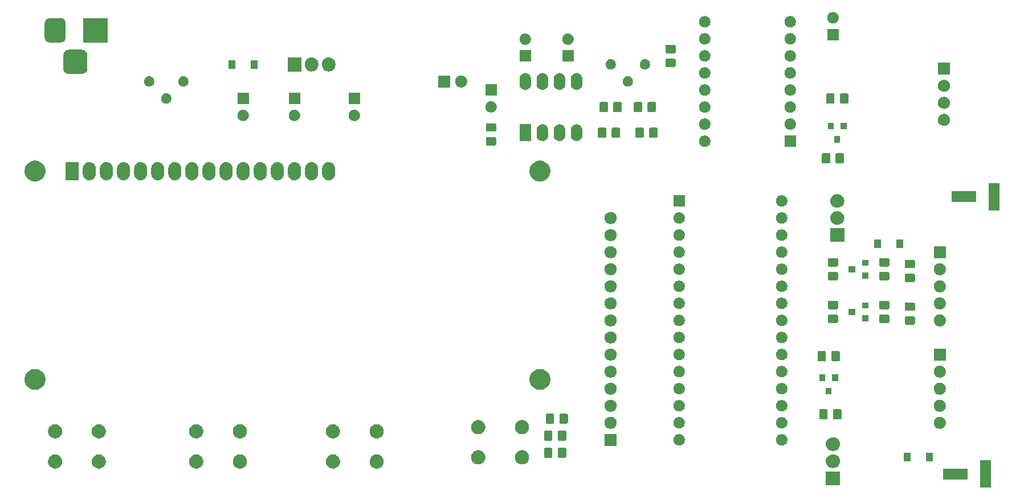
<source format=gbr>
G04 #@! TF.GenerationSoftware,KiCad,Pcbnew,5.1.5-52549c5~86~ubuntu18.04.1*
G04 #@! TF.CreationDate,2020-04-01T00:41:12+05:30*
G04 #@! TF.ProjectId,osvent_controller,6f737665-6e74-45f6-936f-6e74726f6c6c,rev?*
G04 #@! TF.SameCoordinates,Original*
G04 #@! TF.FileFunction,Soldermask,Top*
G04 #@! TF.FilePolarity,Negative*
%FSLAX46Y46*%
G04 Gerber Fmt 4.6, Leading zero omitted, Abs format (unit mm)*
G04 Created by KiCad (PCBNEW 5.1.5-52549c5~86~ubuntu18.04.1) date 2020-04-01 00:41:12*
%MOMM*%
%LPD*%
G04 APERTURE LIST*
%ADD10C,0.100000*%
G04 APERTURE END LIST*
D10*
G36*
X166993000Y-96031000D02*
G01*
X165367000Y-96031000D01*
X165367000Y-91929000D01*
X166993000Y-91929000D01*
X166993000Y-96031000D01*
G37*
G36*
X144561000Y-95618500D02*
G01*
X142459000Y-95618500D01*
X142459000Y-93611500D01*
X144561000Y-93611500D01*
X144561000Y-95618500D01*
G37*
G36*
X163481000Y-94793000D02*
G01*
X159879000Y-94793000D01*
X159879000Y-93167000D01*
X163481000Y-93167000D01*
X163481000Y-94793000D01*
G37*
G36*
X76021564Y-91119389D02*
G01*
X76212833Y-91198615D01*
X76212835Y-91198616D01*
X76384973Y-91313635D01*
X76531365Y-91460027D01*
X76591998Y-91550770D01*
X76646385Y-91632167D01*
X76725611Y-91823436D01*
X76766000Y-92026484D01*
X76766000Y-92233516D01*
X76725611Y-92436564D01*
X76680281Y-92546000D01*
X76646384Y-92627835D01*
X76531365Y-92799973D01*
X76384973Y-92946365D01*
X76212835Y-93061384D01*
X76212834Y-93061385D01*
X76212833Y-93061385D01*
X76021564Y-93140611D01*
X75818516Y-93181000D01*
X75611484Y-93181000D01*
X75408436Y-93140611D01*
X75217167Y-93061385D01*
X75217166Y-93061385D01*
X75217165Y-93061384D01*
X75045027Y-92946365D01*
X74898635Y-92799973D01*
X74783616Y-92627835D01*
X74749719Y-92546000D01*
X74704389Y-92436564D01*
X74664000Y-92233516D01*
X74664000Y-92026484D01*
X74704389Y-91823436D01*
X74783615Y-91632167D01*
X74838003Y-91550770D01*
X74898635Y-91460027D01*
X75045027Y-91313635D01*
X75217165Y-91198616D01*
X75217167Y-91198615D01*
X75408436Y-91119389D01*
X75611484Y-91079000D01*
X75818516Y-91079000D01*
X76021564Y-91119389D01*
G37*
G36*
X34746564Y-91119389D02*
G01*
X34937833Y-91198615D01*
X34937835Y-91198616D01*
X35109973Y-91313635D01*
X35256365Y-91460027D01*
X35316998Y-91550770D01*
X35371385Y-91632167D01*
X35450611Y-91823436D01*
X35491000Y-92026484D01*
X35491000Y-92233516D01*
X35450611Y-92436564D01*
X35405281Y-92546000D01*
X35371384Y-92627835D01*
X35256365Y-92799973D01*
X35109973Y-92946365D01*
X34937835Y-93061384D01*
X34937834Y-93061385D01*
X34937833Y-93061385D01*
X34746564Y-93140611D01*
X34543516Y-93181000D01*
X34336484Y-93181000D01*
X34133436Y-93140611D01*
X33942167Y-93061385D01*
X33942166Y-93061385D01*
X33942165Y-93061384D01*
X33770027Y-92946365D01*
X33623635Y-92799973D01*
X33508616Y-92627835D01*
X33474719Y-92546000D01*
X33429389Y-92436564D01*
X33389000Y-92233516D01*
X33389000Y-92026484D01*
X33429389Y-91823436D01*
X33508615Y-91632167D01*
X33563003Y-91550770D01*
X33623635Y-91460027D01*
X33770027Y-91313635D01*
X33942165Y-91198616D01*
X33942167Y-91198615D01*
X34133436Y-91119389D01*
X34336484Y-91079000D01*
X34543516Y-91079000D01*
X34746564Y-91119389D01*
G37*
G36*
X28246564Y-91119389D02*
G01*
X28437833Y-91198615D01*
X28437835Y-91198616D01*
X28609973Y-91313635D01*
X28756365Y-91460027D01*
X28816998Y-91550770D01*
X28871385Y-91632167D01*
X28950611Y-91823436D01*
X28991000Y-92026484D01*
X28991000Y-92233516D01*
X28950611Y-92436564D01*
X28905281Y-92546000D01*
X28871384Y-92627835D01*
X28756365Y-92799973D01*
X28609973Y-92946365D01*
X28437835Y-93061384D01*
X28437834Y-93061385D01*
X28437833Y-93061385D01*
X28246564Y-93140611D01*
X28043516Y-93181000D01*
X27836484Y-93181000D01*
X27633436Y-93140611D01*
X27442167Y-93061385D01*
X27442166Y-93061385D01*
X27442165Y-93061384D01*
X27270027Y-92946365D01*
X27123635Y-92799973D01*
X27008616Y-92627835D01*
X26974719Y-92546000D01*
X26929389Y-92436564D01*
X26889000Y-92233516D01*
X26889000Y-92026484D01*
X26929389Y-91823436D01*
X27008615Y-91632167D01*
X27063003Y-91550770D01*
X27123635Y-91460027D01*
X27270027Y-91313635D01*
X27442165Y-91198616D01*
X27442167Y-91198615D01*
X27633436Y-91119389D01*
X27836484Y-91079000D01*
X28043516Y-91079000D01*
X28246564Y-91119389D01*
G37*
G36*
X55701564Y-91119389D02*
G01*
X55892833Y-91198615D01*
X55892835Y-91198616D01*
X56064973Y-91313635D01*
X56211365Y-91460027D01*
X56271998Y-91550770D01*
X56326385Y-91632167D01*
X56405611Y-91823436D01*
X56446000Y-92026484D01*
X56446000Y-92233516D01*
X56405611Y-92436564D01*
X56360281Y-92546000D01*
X56326384Y-92627835D01*
X56211365Y-92799973D01*
X56064973Y-92946365D01*
X55892835Y-93061384D01*
X55892834Y-93061385D01*
X55892833Y-93061385D01*
X55701564Y-93140611D01*
X55498516Y-93181000D01*
X55291484Y-93181000D01*
X55088436Y-93140611D01*
X54897167Y-93061385D01*
X54897166Y-93061385D01*
X54897165Y-93061384D01*
X54725027Y-92946365D01*
X54578635Y-92799973D01*
X54463616Y-92627835D01*
X54429719Y-92546000D01*
X54384389Y-92436564D01*
X54344000Y-92233516D01*
X54344000Y-92026484D01*
X54384389Y-91823436D01*
X54463615Y-91632167D01*
X54518003Y-91550770D01*
X54578635Y-91460027D01*
X54725027Y-91313635D01*
X54897165Y-91198616D01*
X54897167Y-91198615D01*
X55088436Y-91119389D01*
X55291484Y-91079000D01*
X55498516Y-91079000D01*
X55701564Y-91119389D01*
G37*
G36*
X69521564Y-91119389D02*
G01*
X69712833Y-91198615D01*
X69712835Y-91198616D01*
X69884973Y-91313635D01*
X70031365Y-91460027D01*
X70091998Y-91550770D01*
X70146385Y-91632167D01*
X70225611Y-91823436D01*
X70266000Y-92026484D01*
X70266000Y-92233516D01*
X70225611Y-92436564D01*
X70180281Y-92546000D01*
X70146384Y-92627835D01*
X70031365Y-92799973D01*
X69884973Y-92946365D01*
X69712835Y-93061384D01*
X69712834Y-93061385D01*
X69712833Y-93061385D01*
X69521564Y-93140611D01*
X69318516Y-93181000D01*
X69111484Y-93181000D01*
X68908436Y-93140611D01*
X68717167Y-93061385D01*
X68717166Y-93061385D01*
X68717165Y-93061384D01*
X68545027Y-92946365D01*
X68398635Y-92799973D01*
X68283616Y-92627835D01*
X68249719Y-92546000D01*
X68204389Y-92436564D01*
X68164000Y-92233516D01*
X68164000Y-92026484D01*
X68204389Y-91823436D01*
X68283615Y-91632167D01*
X68338003Y-91550770D01*
X68398635Y-91460027D01*
X68545027Y-91313635D01*
X68717165Y-91198616D01*
X68717167Y-91198615D01*
X68908436Y-91119389D01*
X69111484Y-91079000D01*
X69318516Y-91079000D01*
X69521564Y-91119389D01*
G37*
G36*
X49201564Y-91119389D02*
G01*
X49392833Y-91198615D01*
X49392835Y-91198616D01*
X49564973Y-91313635D01*
X49711365Y-91460027D01*
X49771998Y-91550770D01*
X49826385Y-91632167D01*
X49905611Y-91823436D01*
X49946000Y-92026484D01*
X49946000Y-92233516D01*
X49905611Y-92436564D01*
X49860281Y-92546000D01*
X49826384Y-92627835D01*
X49711365Y-92799973D01*
X49564973Y-92946365D01*
X49392835Y-93061384D01*
X49392834Y-93061385D01*
X49392833Y-93061385D01*
X49201564Y-93140611D01*
X48998516Y-93181000D01*
X48791484Y-93181000D01*
X48588436Y-93140611D01*
X48397167Y-93061385D01*
X48397166Y-93061385D01*
X48397165Y-93061384D01*
X48225027Y-92946365D01*
X48078635Y-92799973D01*
X47963616Y-92627835D01*
X47929719Y-92546000D01*
X47884389Y-92436564D01*
X47844000Y-92233516D01*
X47844000Y-92026484D01*
X47884389Y-91823436D01*
X47963615Y-91632167D01*
X48018003Y-91550770D01*
X48078635Y-91460027D01*
X48225027Y-91313635D01*
X48397165Y-91198616D01*
X48397167Y-91198615D01*
X48588436Y-91119389D01*
X48791484Y-91079000D01*
X48998516Y-91079000D01*
X49201564Y-91119389D01*
G37*
G36*
X143655936Y-91076340D02*
G01*
X143754220Y-91086020D01*
X143943381Y-91143401D01*
X144117712Y-91236583D01*
X144270515Y-91361985D01*
X144395917Y-91514788D01*
X144489099Y-91689119D01*
X144546480Y-91878280D01*
X144565855Y-92075000D01*
X144546480Y-92271720D01*
X144489099Y-92460881D01*
X144395917Y-92635212D01*
X144270515Y-92788015D01*
X144117712Y-92913417D01*
X143943381Y-93006599D01*
X143754220Y-93063980D01*
X143655936Y-93073660D01*
X143606795Y-93078500D01*
X143413205Y-93078500D01*
X143364064Y-93073660D01*
X143265780Y-93063980D01*
X143076619Y-93006599D01*
X142902288Y-92913417D01*
X142749485Y-92788015D01*
X142624083Y-92635212D01*
X142530901Y-92460881D01*
X142473520Y-92271720D01*
X142454145Y-92075000D01*
X142473520Y-91878280D01*
X142530901Y-91689119D01*
X142624083Y-91514788D01*
X142749485Y-91361985D01*
X142902288Y-91236583D01*
X143076619Y-91143401D01*
X143265780Y-91086020D01*
X143364064Y-91076340D01*
X143413205Y-91071500D01*
X143606795Y-91071500D01*
X143655936Y-91076340D01*
G37*
G36*
X97611564Y-90484389D02*
G01*
X97802833Y-90563615D01*
X97802835Y-90563616D01*
X97974973Y-90678635D01*
X98121365Y-90825027D01*
X98236385Y-90997167D01*
X98315611Y-91188436D01*
X98356000Y-91391484D01*
X98356000Y-91598516D01*
X98315611Y-91801564D01*
X98306551Y-91823436D01*
X98236384Y-91992835D01*
X98121365Y-92164973D01*
X97974973Y-92311365D01*
X97802835Y-92426384D01*
X97802834Y-92426385D01*
X97802833Y-92426385D01*
X97611564Y-92505611D01*
X97408516Y-92546000D01*
X97201484Y-92546000D01*
X96998436Y-92505611D01*
X96807167Y-92426385D01*
X96807166Y-92426385D01*
X96807165Y-92426384D01*
X96635027Y-92311365D01*
X96488635Y-92164973D01*
X96373616Y-91992835D01*
X96303449Y-91823436D01*
X96294389Y-91801564D01*
X96254000Y-91598516D01*
X96254000Y-91391484D01*
X96294389Y-91188436D01*
X96373615Y-90997167D01*
X96488635Y-90825027D01*
X96635027Y-90678635D01*
X96807165Y-90563616D01*
X96807167Y-90563615D01*
X96998436Y-90484389D01*
X97201484Y-90444000D01*
X97408516Y-90444000D01*
X97611564Y-90484389D01*
G37*
G36*
X91111564Y-90484389D02*
G01*
X91302833Y-90563615D01*
X91302835Y-90563616D01*
X91474973Y-90678635D01*
X91621365Y-90825027D01*
X91736385Y-90997167D01*
X91815611Y-91188436D01*
X91856000Y-91391484D01*
X91856000Y-91598516D01*
X91815611Y-91801564D01*
X91806551Y-91823436D01*
X91736384Y-91992835D01*
X91621365Y-92164973D01*
X91474973Y-92311365D01*
X91302835Y-92426384D01*
X91302834Y-92426385D01*
X91302833Y-92426385D01*
X91111564Y-92505611D01*
X90908516Y-92546000D01*
X90701484Y-92546000D01*
X90498436Y-92505611D01*
X90307167Y-92426385D01*
X90307166Y-92426385D01*
X90307165Y-92426384D01*
X90135027Y-92311365D01*
X89988635Y-92164973D01*
X89873616Y-91992835D01*
X89803449Y-91823436D01*
X89794389Y-91801564D01*
X89754000Y-91598516D01*
X89754000Y-91391484D01*
X89794389Y-91188436D01*
X89873615Y-90997167D01*
X89988635Y-90825027D01*
X90135027Y-90678635D01*
X90307165Y-90563616D01*
X90307167Y-90563615D01*
X90498436Y-90484389D01*
X90701484Y-90444000D01*
X90908516Y-90444000D01*
X91111564Y-90484389D01*
G37*
G36*
X155061000Y-92091000D02*
G01*
X154059000Y-92091000D01*
X154059000Y-90789000D01*
X155061000Y-90789000D01*
X155061000Y-92091000D01*
G37*
G36*
X158361000Y-92091000D02*
G01*
X157359000Y-92091000D01*
X157359000Y-90789000D01*
X158361000Y-90789000D01*
X158361000Y-92091000D01*
G37*
G36*
X101673674Y-90058465D02*
G01*
X101711367Y-90069899D01*
X101746103Y-90088466D01*
X101776548Y-90113452D01*
X101801534Y-90143897D01*
X101820101Y-90178633D01*
X101831535Y-90216326D01*
X101836000Y-90261661D01*
X101836000Y-91348339D01*
X101831535Y-91393674D01*
X101820101Y-91431367D01*
X101801534Y-91466103D01*
X101776548Y-91496548D01*
X101746103Y-91521534D01*
X101711367Y-91540101D01*
X101673674Y-91551535D01*
X101628339Y-91556000D01*
X100791661Y-91556000D01*
X100746326Y-91551535D01*
X100708633Y-91540101D01*
X100673897Y-91521534D01*
X100643452Y-91496548D01*
X100618466Y-91466103D01*
X100599899Y-91431367D01*
X100588465Y-91393674D01*
X100584000Y-91348339D01*
X100584000Y-90261661D01*
X100588465Y-90216326D01*
X100599899Y-90178633D01*
X100618466Y-90143897D01*
X100643452Y-90113452D01*
X100673897Y-90088466D01*
X100708633Y-90069899D01*
X100746326Y-90058465D01*
X100791661Y-90054000D01*
X101628339Y-90054000D01*
X101673674Y-90058465D01*
G37*
G36*
X103723674Y-90058465D02*
G01*
X103761367Y-90069899D01*
X103796103Y-90088466D01*
X103826548Y-90113452D01*
X103851534Y-90143897D01*
X103870101Y-90178633D01*
X103881535Y-90216326D01*
X103886000Y-90261661D01*
X103886000Y-91348339D01*
X103881535Y-91393674D01*
X103870101Y-91431367D01*
X103851534Y-91466103D01*
X103826548Y-91496548D01*
X103796103Y-91521534D01*
X103761367Y-91540101D01*
X103723674Y-91551535D01*
X103678339Y-91556000D01*
X102841661Y-91556000D01*
X102796326Y-91551535D01*
X102758633Y-91540101D01*
X102723897Y-91521534D01*
X102693452Y-91496548D01*
X102668466Y-91466103D01*
X102649899Y-91431367D01*
X102638465Y-91393674D01*
X102634000Y-91348339D01*
X102634000Y-90261661D01*
X102638465Y-90216326D01*
X102649899Y-90178633D01*
X102668466Y-90143897D01*
X102693452Y-90113452D01*
X102723897Y-90088466D01*
X102758633Y-90069899D01*
X102796326Y-90058465D01*
X102841661Y-90054000D01*
X103678339Y-90054000D01*
X103723674Y-90058465D01*
G37*
G36*
X143655936Y-88536340D02*
G01*
X143754220Y-88546020D01*
X143943381Y-88603401D01*
X144117712Y-88696583D01*
X144270515Y-88821985D01*
X144395917Y-88974788D01*
X144489099Y-89149119D01*
X144546480Y-89338280D01*
X144565855Y-89535000D01*
X144546480Y-89731720D01*
X144489099Y-89920881D01*
X144395917Y-90095212D01*
X144270515Y-90248015D01*
X144117712Y-90373417D01*
X143943381Y-90466599D01*
X143754220Y-90523980D01*
X143655936Y-90533660D01*
X143606795Y-90538500D01*
X143413205Y-90538500D01*
X143364064Y-90533660D01*
X143265780Y-90523980D01*
X143076619Y-90466599D01*
X142902288Y-90373417D01*
X142749485Y-90248015D01*
X142624083Y-90095212D01*
X142530901Y-89920881D01*
X142473520Y-89731720D01*
X142454145Y-89535000D01*
X142473520Y-89338280D01*
X142530901Y-89149119D01*
X142624083Y-88974788D01*
X142749485Y-88821985D01*
X142902288Y-88696583D01*
X143076619Y-88603401D01*
X143265780Y-88546020D01*
X143364064Y-88536340D01*
X143413205Y-88531500D01*
X143606795Y-88531500D01*
X143655936Y-88536340D01*
G37*
G36*
X111391000Y-89801000D02*
G01*
X109589000Y-89801000D01*
X109589000Y-87999000D01*
X111391000Y-87999000D01*
X111391000Y-89801000D01*
G37*
G36*
X120898228Y-88081703D02*
G01*
X121053100Y-88145853D01*
X121192481Y-88238985D01*
X121311015Y-88357519D01*
X121404147Y-88496900D01*
X121468297Y-88651772D01*
X121501000Y-88816184D01*
X121501000Y-88983816D01*
X121468297Y-89148228D01*
X121404147Y-89303100D01*
X121311015Y-89442481D01*
X121192481Y-89561015D01*
X121053100Y-89654147D01*
X120898228Y-89718297D01*
X120733816Y-89751000D01*
X120566184Y-89751000D01*
X120401772Y-89718297D01*
X120246900Y-89654147D01*
X120107519Y-89561015D01*
X119988985Y-89442481D01*
X119895853Y-89303100D01*
X119831703Y-89148228D01*
X119799000Y-88983816D01*
X119799000Y-88816184D01*
X119831703Y-88651772D01*
X119895853Y-88496900D01*
X119988985Y-88357519D01*
X120107519Y-88238985D01*
X120246900Y-88145853D01*
X120401772Y-88081703D01*
X120566184Y-88049000D01*
X120733816Y-88049000D01*
X120898228Y-88081703D01*
G37*
G36*
X136138228Y-88081703D02*
G01*
X136293100Y-88145853D01*
X136432481Y-88238985D01*
X136551015Y-88357519D01*
X136644147Y-88496900D01*
X136708297Y-88651772D01*
X136741000Y-88816184D01*
X136741000Y-88983816D01*
X136708297Y-89148228D01*
X136644147Y-89303100D01*
X136551015Y-89442481D01*
X136432481Y-89561015D01*
X136293100Y-89654147D01*
X136138228Y-89718297D01*
X135973816Y-89751000D01*
X135806184Y-89751000D01*
X135641772Y-89718297D01*
X135486900Y-89654147D01*
X135347519Y-89561015D01*
X135228985Y-89442481D01*
X135135853Y-89303100D01*
X135071703Y-89148228D01*
X135039000Y-88983816D01*
X135039000Y-88816184D01*
X135071703Y-88651772D01*
X135135853Y-88496900D01*
X135228985Y-88357519D01*
X135347519Y-88238985D01*
X135486900Y-88145853D01*
X135641772Y-88081703D01*
X135806184Y-88049000D01*
X135973816Y-88049000D01*
X136138228Y-88081703D01*
G37*
G36*
X103723674Y-87518465D02*
G01*
X103761367Y-87529899D01*
X103796103Y-87548466D01*
X103826548Y-87573452D01*
X103851534Y-87603897D01*
X103870101Y-87638633D01*
X103881535Y-87676326D01*
X103886000Y-87721661D01*
X103886000Y-88808339D01*
X103881535Y-88853674D01*
X103870101Y-88891367D01*
X103851534Y-88926103D01*
X103826548Y-88956548D01*
X103796103Y-88981534D01*
X103761367Y-89000101D01*
X103723674Y-89011535D01*
X103678339Y-89016000D01*
X102841661Y-89016000D01*
X102796326Y-89011535D01*
X102758633Y-89000101D01*
X102723897Y-88981534D01*
X102693452Y-88956548D01*
X102668466Y-88926103D01*
X102649899Y-88891367D01*
X102638465Y-88853674D01*
X102634000Y-88808339D01*
X102634000Y-87721661D01*
X102638465Y-87676326D01*
X102649899Y-87638633D01*
X102668466Y-87603897D01*
X102693452Y-87573452D01*
X102723897Y-87548466D01*
X102758633Y-87529899D01*
X102796326Y-87518465D01*
X102841661Y-87514000D01*
X103678339Y-87514000D01*
X103723674Y-87518465D01*
G37*
G36*
X101673674Y-87518465D02*
G01*
X101711367Y-87529899D01*
X101746103Y-87548466D01*
X101776548Y-87573452D01*
X101801534Y-87603897D01*
X101820101Y-87638633D01*
X101831535Y-87676326D01*
X101836000Y-87721661D01*
X101836000Y-88808339D01*
X101831535Y-88853674D01*
X101820101Y-88891367D01*
X101801534Y-88926103D01*
X101776548Y-88956548D01*
X101746103Y-88981534D01*
X101711367Y-89000101D01*
X101673674Y-89011535D01*
X101628339Y-89016000D01*
X100791661Y-89016000D01*
X100746326Y-89011535D01*
X100708633Y-89000101D01*
X100673897Y-88981534D01*
X100643452Y-88956548D01*
X100618466Y-88926103D01*
X100599899Y-88891367D01*
X100588465Y-88853674D01*
X100584000Y-88808339D01*
X100584000Y-87721661D01*
X100588465Y-87676326D01*
X100599899Y-87638633D01*
X100618466Y-87603897D01*
X100643452Y-87573452D01*
X100673897Y-87548466D01*
X100708633Y-87529899D01*
X100746326Y-87518465D01*
X100791661Y-87514000D01*
X101628339Y-87514000D01*
X101673674Y-87518465D01*
G37*
G36*
X69521564Y-86619389D02*
G01*
X69712833Y-86698615D01*
X69712835Y-86698616D01*
X69884973Y-86813635D01*
X70031365Y-86960027D01*
X70134345Y-87114147D01*
X70146385Y-87132167D01*
X70225611Y-87323436D01*
X70266000Y-87526484D01*
X70266000Y-87733516D01*
X70225611Y-87936564D01*
X70165492Y-88081705D01*
X70146384Y-88127835D01*
X70031365Y-88299973D01*
X69884973Y-88446365D01*
X69712835Y-88561384D01*
X69712834Y-88561385D01*
X69712833Y-88561385D01*
X69521564Y-88640611D01*
X69318516Y-88681000D01*
X69111484Y-88681000D01*
X68908436Y-88640611D01*
X68717167Y-88561385D01*
X68717166Y-88561385D01*
X68717165Y-88561384D01*
X68545027Y-88446365D01*
X68398635Y-88299973D01*
X68283616Y-88127835D01*
X68264508Y-88081705D01*
X68204389Y-87936564D01*
X68164000Y-87733516D01*
X68164000Y-87526484D01*
X68204389Y-87323436D01*
X68283615Y-87132167D01*
X68295656Y-87114147D01*
X68398635Y-86960027D01*
X68545027Y-86813635D01*
X68717165Y-86698616D01*
X68717167Y-86698615D01*
X68908436Y-86619389D01*
X69111484Y-86579000D01*
X69318516Y-86579000D01*
X69521564Y-86619389D01*
G37*
G36*
X28246564Y-86619389D02*
G01*
X28437833Y-86698615D01*
X28437835Y-86698616D01*
X28609973Y-86813635D01*
X28756365Y-86960027D01*
X28859345Y-87114147D01*
X28871385Y-87132167D01*
X28950611Y-87323436D01*
X28991000Y-87526484D01*
X28991000Y-87733516D01*
X28950611Y-87936564D01*
X28890492Y-88081705D01*
X28871384Y-88127835D01*
X28756365Y-88299973D01*
X28609973Y-88446365D01*
X28437835Y-88561384D01*
X28437834Y-88561385D01*
X28437833Y-88561385D01*
X28246564Y-88640611D01*
X28043516Y-88681000D01*
X27836484Y-88681000D01*
X27633436Y-88640611D01*
X27442167Y-88561385D01*
X27442166Y-88561385D01*
X27442165Y-88561384D01*
X27270027Y-88446365D01*
X27123635Y-88299973D01*
X27008616Y-88127835D01*
X26989508Y-88081705D01*
X26929389Y-87936564D01*
X26889000Y-87733516D01*
X26889000Y-87526484D01*
X26929389Y-87323436D01*
X27008615Y-87132167D01*
X27020656Y-87114147D01*
X27123635Y-86960027D01*
X27270027Y-86813635D01*
X27442165Y-86698616D01*
X27442167Y-86698615D01*
X27633436Y-86619389D01*
X27836484Y-86579000D01*
X28043516Y-86579000D01*
X28246564Y-86619389D01*
G37*
G36*
X49201564Y-86619389D02*
G01*
X49392833Y-86698615D01*
X49392835Y-86698616D01*
X49564973Y-86813635D01*
X49711365Y-86960027D01*
X49814345Y-87114147D01*
X49826385Y-87132167D01*
X49905611Y-87323436D01*
X49946000Y-87526484D01*
X49946000Y-87733516D01*
X49905611Y-87936564D01*
X49845492Y-88081705D01*
X49826384Y-88127835D01*
X49711365Y-88299973D01*
X49564973Y-88446365D01*
X49392835Y-88561384D01*
X49392834Y-88561385D01*
X49392833Y-88561385D01*
X49201564Y-88640611D01*
X48998516Y-88681000D01*
X48791484Y-88681000D01*
X48588436Y-88640611D01*
X48397167Y-88561385D01*
X48397166Y-88561385D01*
X48397165Y-88561384D01*
X48225027Y-88446365D01*
X48078635Y-88299973D01*
X47963616Y-88127835D01*
X47944508Y-88081705D01*
X47884389Y-87936564D01*
X47844000Y-87733516D01*
X47844000Y-87526484D01*
X47884389Y-87323436D01*
X47963615Y-87132167D01*
X47975656Y-87114147D01*
X48078635Y-86960027D01*
X48225027Y-86813635D01*
X48397165Y-86698616D01*
X48397167Y-86698615D01*
X48588436Y-86619389D01*
X48791484Y-86579000D01*
X48998516Y-86579000D01*
X49201564Y-86619389D01*
G37*
G36*
X34746564Y-86619389D02*
G01*
X34937833Y-86698615D01*
X34937835Y-86698616D01*
X35109973Y-86813635D01*
X35256365Y-86960027D01*
X35359345Y-87114147D01*
X35371385Y-87132167D01*
X35450611Y-87323436D01*
X35491000Y-87526484D01*
X35491000Y-87733516D01*
X35450611Y-87936564D01*
X35390492Y-88081705D01*
X35371384Y-88127835D01*
X35256365Y-88299973D01*
X35109973Y-88446365D01*
X34937835Y-88561384D01*
X34937834Y-88561385D01*
X34937833Y-88561385D01*
X34746564Y-88640611D01*
X34543516Y-88681000D01*
X34336484Y-88681000D01*
X34133436Y-88640611D01*
X33942167Y-88561385D01*
X33942166Y-88561385D01*
X33942165Y-88561384D01*
X33770027Y-88446365D01*
X33623635Y-88299973D01*
X33508616Y-88127835D01*
X33489508Y-88081705D01*
X33429389Y-87936564D01*
X33389000Y-87733516D01*
X33389000Y-87526484D01*
X33429389Y-87323436D01*
X33508615Y-87132167D01*
X33520656Y-87114147D01*
X33623635Y-86960027D01*
X33770027Y-86813635D01*
X33942165Y-86698616D01*
X33942167Y-86698615D01*
X34133436Y-86619389D01*
X34336484Y-86579000D01*
X34543516Y-86579000D01*
X34746564Y-86619389D01*
G37*
G36*
X55701564Y-86619389D02*
G01*
X55892833Y-86698615D01*
X55892835Y-86698616D01*
X56064973Y-86813635D01*
X56211365Y-86960027D01*
X56314345Y-87114147D01*
X56326385Y-87132167D01*
X56405611Y-87323436D01*
X56446000Y-87526484D01*
X56446000Y-87733516D01*
X56405611Y-87936564D01*
X56345492Y-88081705D01*
X56326384Y-88127835D01*
X56211365Y-88299973D01*
X56064973Y-88446365D01*
X55892835Y-88561384D01*
X55892834Y-88561385D01*
X55892833Y-88561385D01*
X55701564Y-88640611D01*
X55498516Y-88681000D01*
X55291484Y-88681000D01*
X55088436Y-88640611D01*
X54897167Y-88561385D01*
X54897166Y-88561385D01*
X54897165Y-88561384D01*
X54725027Y-88446365D01*
X54578635Y-88299973D01*
X54463616Y-88127835D01*
X54444508Y-88081705D01*
X54384389Y-87936564D01*
X54344000Y-87733516D01*
X54344000Y-87526484D01*
X54384389Y-87323436D01*
X54463615Y-87132167D01*
X54475656Y-87114147D01*
X54578635Y-86960027D01*
X54725027Y-86813635D01*
X54897165Y-86698616D01*
X54897167Y-86698615D01*
X55088436Y-86619389D01*
X55291484Y-86579000D01*
X55498516Y-86579000D01*
X55701564Y-86619389D01*
G37*
G36*
X76021564Y-86619389D02*
G01*
X76212833Y-86698615D01*
X76212835Y-86698616D01*
X76384973Y-86813635D01*
X76531365Y-86960027D01*
X76634345Y-87114147D01*
X76646385Y-87132167D01*
X76725611Y-87323436D01*
X76766000Y-87526484D01*
X76766000Y-87733516D01*
X76725611Y-87936564D01*
X76665492Y-88081705D01*
X76646384Y-88127835D01*
X76531365Y-88299973D01*
X76384973Y-88446365D01*
X76212835Y-88561384D01*
X76212834Y-88561385D01*
X76212833Y-88561385D01*
X76021564Y-88640611D01*
X75818516Y-88681000D01*
X75611484Y-88681000D01*
X75408436Y-88640611D01*
X75217167Y-88561385D01*
X75217166Y-88561385D01*
X75217165Y-88561384D01*
X75045027Y-88446365D01*
X74898635Y-88299973D01*
X74783616Y-88127835D01*
X74764508Y-88081705D01*
X74704389Y-87936564D01*
X74664000Y-87733516D01*
X74664000Y-87526484D01*
X74704389Y-87323436D01*
X74783615Y-87132167D01*
X74795656Y-87114147D01*
X74898635Y-86960027D01*
X75045027Y-86813635D01*
X75217165Y-86698616D01*
X75217167Y-86698615D01*
X75408436Y-86619389D01*
X75611484Y-86579000D01*
X75818516Y-86579000D01*
X76021564Y-86619389D01*
G37*
G36*
X91111564Y-85984389D02*
G01*
X91302833Y-86063615D01*
X91302835Y-86063616D01*
X91474973Y-86178635D01*
X91621365Y-86325027D01*
X91719259Y-86471535D01*
X91736385Y-86497167D01*
X91815611Y-86688436D01*
X91856000Y-86891484D01*
X91856000Y-87098516D01*
X91815611Y-87301564D01*
X91806551Y-87323436D01*
X91736384Y-87492835D01*
X91621365Y-87664973D01*
X91474973Y-87811365D01*
X91302835Y-87926384D01*
X91302834Y-87926385D01*
X91302833Y-87926385D01*
X91111564Y-88005611D01*
X90908516Y-88046000D01*
X90701484Y-88046000D01*
X90498436Y-88005611D01*
X90307167Y-87926385D01*
X90307166Y-87926385D01*
X90307165Y-87926384D01*
X90135027Y-87811365D01*
X89988635Y-87664973D01*
X89873616Y-87492835D01*
X89803449Y-87323436D01*
X89794389Y-87301564D01*
X89754000Y-87098516D01*
X89754000Y-86891484D01*
X89794389Y-86688436D01*
X89873615Y-86497167D01*
X89890742Y-86471535D01*
X89988635Y-86325027D01*
X90135027Y-86178635D01*
X90307165Y-86063616D01*
X90307167Y-86063615D01*
X90498436Y-85984389D01*
X90701484Y-85944000D01*
X90908516Y-85944000D01*
X91111564Y-85984389D01*
G37*
G36*
X97611564Y-85984389D02*
G01*
X97802833Y-86063615D01*
X97802835Y-86063616D01*
X97974973Y-86178635D01*
X98121365Y-86325027D01*
X98219259Y-86471535D01*
X98236385Y-86497167D01*
X98315611Y-86688436D01*
X98356000Y-86891484D01*
X98356000Y-87098516D01*
X98315611Y-87301564D01*
X98306551Y-87323436D01*
X98236384Y-87492835D01*
X98121365Y-87664973D01*
X97974973Y-87811365D01*
X97802835Y-87926384D01*
X97802834Y-87926385D01*
X97802833Y-87926385D01*
X97611564Y-88005611D01*
X97408516Y-88046000D01*
X97201484Y-88046000D01*
X96998436Y-88005611D01*
X96807167Y-87926385D01*
X96807166Y-87926385D01*
X96807165Y-87926384D01*
X96635027Y-87811365D01*
X96488635Y-87664973D01*
X96373616Y-87492835D01*
X96303449Y-87323436D01*
X96294389Y-87301564D01*
X96254000Y-87098516D01*
X96254000Y-86891484D01*
X96294389Y-86688436D01*
X96373615Y-86497167D01*
X96390742Y-86471535D01*
X96488635Y-86325027D01*
X96635027Y-86178635D01*
X96807165Y-86063616D01*
X96807167Y-86063615D01*
X96998436Y-85984389D01*
X97201484Y-85944000D01*
X97408516Y-85944000D01*
X97611564Y-85984389D01*
G37*
G36*
X110603512Y-85463927D02*
G01*
X110752812Y-85493624D01*
X110916784Y-85561544D01*
X111064354Y-85660147D01*
X111189853Y-85785646D01*
X111288456Y-85933216D01*
X111356376Y-86097188D01*
X111372576Y-86178635D01*
X111391000Y-86271258D01*
X111391000Y-86448742D01*
X111386618Y-86470770D01*
X111356376Y-86622812D01*
X111288456Y-86786784D01*
X111189853Y-86934354D01*
X111064354Y-87059853D01*
X110916784Y-87158456D01*
X110752812Y-87226376D01*
X110603512Y-87256073D01*
X110578742Y-87261000D01*
X110401258Y-87261000D01*
X110376488Y-87256073D01*
X110227188Y-87226376D01*
X110063216Y-87158456D01*
X109915646Y-87059853D01*
X109790147Y-86934354D01*
X109691544Y-86786784D01*
X109623624Y-86622812D01*
X109593382Y-86470770D01*
X109589000Y-86448742D01*
X109589000Y-86271258D01*
X109607424Y-86178635D01*
X109623624Y-86097188D01*
X109691544Y-85933216D01*
X109790147Y-85785646D01*
X109915646Y-85660147D01*
X110063216Y-85561544D01*
X110227188Y-85493624D01*
X110376488Y-85463927D01*
X110401258Y-85459000D01*
X110578742Y-85459000D01*
X110603512Y-85463927D01*
G37*
G36*
X159498512Y-85463927D02*
G01*
X159647812Y-85493624D01*
X159811784Y-85561544D01*
X159959354Y-85660147D01*
X160084853Y-85785646D01*
X160183456Y-85933216D01*
X160251376Y-86097188D01*
X160267576Y-86178635D01*
X160286000Y-86271258D01*
X160286000Y-86448742D01*
X160281618Y-86470770D01*
X160251376Y-86622812D01*
X160183456Y-86786784D01*
X160084853Y-86934354D01*
X159959354Y-87059853D01*
X159811784Y-87158456D01*
X159647812Y-87226376D01*
X159498512Y-87256073D01*
X159473742Y-87261000D01*
X159296258Y-87261000D01*
X159271488Y-87256073D01*
X159122188Y-87226376D01*
X158958216Y-87158456D01*
X158810646Y-87059853D01*
X158685147Y-86934354D01*
X158586544Y-86786784D01*
X158518624Y-86622812D01*
X158488382Y-86470770D01*
X158484000Y-86448742D01*
X158484000Y-86271258D01*
X158502424Y-86178635D01*
X158518624Y-86097188D01*
X158586544Y-85933216D01*
X158685147Y-85785646D01*
X158810646Y-85660147D01*
X158958216Y-85561544D01*
X159122188Y-85493624D01*
X159271488Y-85463927D01*
X159296258Y-85459000D01*
X159473742Y-85459000D01*
X159498512Y-85463927D01*
G37*
G36*
X136138228Y-85541703D02*
G01*
X136293100Y-85605853D01*
X136432481Y-85698985D01*
X136551015Y-85817519D01*
X136644147Y-85956900D01*
X136708297Y-86111772D01*
X136741000Y-86276184D01*
X136741000Y-86443816D01*
X136708297Y-86608228D01*
X136644147Y-86763100D01*
X136551015Y-86902481D01*
X136432481Y-87021015D01*
X136293100Y-87114147D01*
X136138228Y-87178297D01*
X135973816Y-87211000D01*
X135806184Y-87211000D01*
X135641772Y-87178297D01*
X135486900Y-87114147D01*
X135347519Y-87021015D01*
X135228985Y-86902481D01*
X135135853Y-86763100D01*
X135071703Y-86608228D01*
X135039000Y-86443816D01*
X135039000Y-86276184D01*
X135071703Y-86111772D01*
X135135853Y-85956900D01*
X135228985Y-85817519D01*
X135347519Y-85698985D01*
X135486900Y-85605853D01*
X135641772Y-85541703D01*
X135806184Y-85509000D01*
X135973816Y-85509000D01*
X136138228Y-85541703D01*
G37*
G36*
X120898228Y-85541703D02*
G01*
X121053100Y-85605853D01*
X121192481Y-85698985D01*
X121311015Y-85817519D01*
X121404147Y-85956900D01*
X121468297Y-86111772D01*
X121501000Y-86276184D01*
X121501000Y-86443816D01*
X121468297Y-86608228D01*
X121404147Y-86763100D01*
X121311015Y-86902481D01*
X121192481Y-87021015D01*
X121053100Y-87114147D01*
X120898228Y-87178297D01*
X120733816Y-87211000D01*
X120566184Y-87211000D01*
X120401772Y-87178297D01*
X120246900Y-87114147D01*
X120107519Y-87021015D01*
X119988985Y-86902481D01*
X119895853Y-86763100D01*
X119831703Y-86608228D01*
X119799000Y-86443816D01*
X119799000Y-86276184D01*
X119831703Y-86111772D01*
X119895853Y-85956900D01*
X119988985Y-85817519D01*
X120107519Y-85698985D01*
X120246900Y-85605853D01*
X120401772Y-85541703D01*
X120566184Y-85509000D01*
X120733816Y-85509000D01*
X120898228Y-85541703D01*
G37*
G36*
X101918674Y-84978465D02*
G01*
X101956367Y-84989899D01*
X101991103Y-85008466D01*
X102021548Y-85033452D01*
X102046534Y-85063897D01*
X102065101Y-85098633D01*
X102076535Y-85136326D01*
X102081000Y-85181661D01*
X102081000Y-86268339D01*
X102076535Y-86313674D01*
X102065101Y-86351367D01*
X102046534Y-86386103D01*
X102021548Y-86416548D01*
X101991103Y-86441534D01*
X101956367Y-86460101D01*
X101918674Y-86471535D01*
X101873339Y-86476000D01*
X101036661Y-86476000D01*
X100991326Y-86471535D01*
X100953633Y-86460101D01*
X100918897Y-86441534D01*
X100888452Y-86416548D01*
X100863466Y-86386103D01*
X100844899Y-86351367D01*
X100833465Y-86313674D01*
X100829000Y-86268339D01*
X100829000Y-85181661D01*
X100833465Y-85136326D01*
X100844899Y-85098633D01*
X100863466Y-85063897D01*
X100888452Y-85033452D01*
X100918897Y-85008466D01*
X100953633Y-84989899D01*
X100991326Y-84978465D01*
X101036661Y-84974000D01*
X101873339Y-84974000D01*
X101918674Y-84978465D01*
G37*
G36*
X103968674Y-84978465D02*
G01*
X104006367Y-84989899D01*
X104041103Y-85008466D01*
X104071548Y-85033452D01*
X104096534Y-85063897D01*
X104115101Y-85098633D01*
X104126535Y-85136326D01*
X104131000Y-85181661D01*
X104131000Y-86268339D01*
X104126535Y-86313674D01*
X104115101Y-86351367D01*
X104096534Y-86386103D01*
X104071548Y-86416548D01*
X104041103Y-86441534D01*
X104006367Y-86460101D01*
X103968674Y-86471535D01*
X103923339Y-86476000D01*
X103086661Y-86476000D01*
X103041326Y-86471535D01*
X103003633Y-86460101D01*
X102968897Y-86441534D01*
X102938452Y-86416548D01*
X102913466Y-86386103D01*
X102894899Y-86351367D01*
X102883465Y-86313674D01*
X102879000Y-86268339D01*
X102879000Y-85181661D01*
X102883465Y-85136326D01*
X102894899Y-85098633D01*
X102913466Y-85063897D01*
X102938452Y-85033452D01*
X102968897Y-85008466D01*
X103003633Y-84989899D01*
X103041326Y-84978465D01*
X103086661Y-84974000D01*
X103923339Y-84974000D01*
X103968674Y-84978465D01*
G37*
G36*
X144608674Y-84343465D02*
G01*
X144646367Y-84354899D01*
X144681103Y-84373466D01*
X144711548Y-84398452D01*
X144736534Y-84428897D01*
X144755101Y-84463633D01*
X144766535Y-84501326D01*
X144771000Y-84546661D01*
X144771000Y-85633339D01*
X144766535Y-85678674D01*
X144755101Y-85716367D01*
X144736534Y-85751103D01*
X144711548Y-85781548D01*
X144681103Y-85806534D01*
X144646367Y-85825101D01*
X144608674Y-85836535D01*
X144563339Y-85841000D01*
X143726661Y-85841000D01*
X143681326Y-85836535D01*
X143643633Y-85825101D01*
X143608897Y-85806534D01*
X143578452Y-85781548D01*
X143553466Y-85751103D01*
X143534899Y-85716367D01*
X143523465Y-85678674D01*
X143519000Y-85633339D01*
X143519000Y-84546661D01*
X143523465Y-84501326D01*
X143534899Y-84463633D01*
X143553466Y-84428897D01*
X143578452Y-84398452D01*
X143608897Y-84373466D01*
X143643633Y-84354899D01*
X143681326Y-84343465D01*
X143726661Y-84339000D01*
X144563339Y-84339000D01*
X144608674Y-84343465D01*
G37*
G36*
X142558674Y-84343465D02*
G01*
X142596367Y-84354899D01*
X142631103Y-84373466D01*
X142661548Y-84398452D01*
X142686534Y-84428897D01*
X142705101Y-84463633D01*
X142716535Y-84501326D01*
X142721000Y-84546661D01*
X142721000Y-85633339D01*
X142716535Y-85678674D01*
X142705101Y-85716367D01*
X142686534Y-85751103D01*
X142661548Y-85781548D01*
X142631103Y-85806534D01*
X142596367Y-85825101D01*
X142558674Y-85836535D01*
X142513339Y-85841000D01*
X141676661Y-85841000D01*
X141631326Y-85836535D01*
X141593633Y-85825101D01*
X141558897Y-85806534D01*
X141528452Y-85781548D01*
X141503466Y-85751103D01*
X141484899Y-85716367D01*
X141473465Y-85678674D01*
X141469000Y-85633339D01*
X141469000Y-84546661D01*
X141473465Y-84501326D01*
X141484899Y-84463633D01*
X141503466Y-84428897D01*
X141528452Y-84398452D01*
X141558897Y-84373466D01*
X141593633Y-84354899D01*
X141631326Y-84343465D01*
X141676661Y-84339000D01*
X142513339Y-84339000D01*
X142558674Y-84343465D01*
G37*
G36*
X110603512Y-82923927D02*
G01*
X110752812Y-82953624D01*
X110916784Y-83021544D01*
X111064354Y-83120147D01*
X111189853Y-83245646D01*
X111288456Y-83393216D01*
X111356376Y-83557188D01*
X111391000Y-83731259D01*
X111391000Y-83908741D01*
X111356376Y-84082812D01*
X111288456Y-84246784D01*
X111189853Y-84394354D01*
X111064354Y-84519853D01*
X110916784Y-84618456D01*
X110752812Y-84686376D01*
X110603512Y-84716073D01*
X110578742Y-84721000D01*
X110401258Y-84721000D01*
X110376488Y-84716073D01*
X110227188Y-84686376D01*
X110063216Y-84618456D01*
X109915646Y-84519853D01*
X109790147Y-84394354D01*
X109691544Y-84246784D01*
X109623624Y-84082812D01*
X109589000Y-83908741D01*
X109589000Y-83731259D01*
X109623624Y-83557188D01*
X109691544Y-83393216D01*
X109790147Y-83245646D01*
X109915646Y-83120147D01*
X110063216Y-83021544D01*
X110227188Y-82953624D01*
X110376488Y-82923927D01*
X110401258Y-82919000D01*
X110578742Y-82919000D01*
X110603512Y-82923927D01*
G37*
G36*
X159498512Y-82923927D02*
G01*
X159647812Y-82953624D01*
X159811784Y-83021544D01*
X159959354Y-83120147D01*
X160084853Y-83245646D01*
X160183456Y-83393216D01*
X160251376Y-83557188D01*
X160286000Y-83731259D01*
X160286000Y-83908741D01*
X160251376Y-84082812D01*
X160183456Y-84246784D01*
X160084853Y-84394354D01*
X159959354Y-84519853D01*
X159811784Y-84618456D01*
X159647812Y-84686376D01*
X159498512Y-84716073D01*
X159473742Y-84721000D01*
X159296258Y-84721000D01*
X159271488Y-84716073D01*
X159122188Y-84686376D01*
X158958216Y-84618456D01*
X158810646Y-84519853D01*
X158685147Y-84394354D01*
X158586544Y-84246784D01*
X158518624Y-84082812D01*
X158484000Y-83908741D01*
X158484000Y-83731259D01*
X158518624Y-83557188D01*
X158586544Y-83393216D01*
X158685147Y-83245646D01*
X158810646Y-83120147D01*
X158958216Y-83021544D01*
X159122188Y-82953624D01*
X159271488Y-82923927D01*
X159296258Y-82919000D01*
X159473742Y-82919000D01*
X159498512Y-82923927D01*
G37*
G36*
X120898228Y-83001703D02*
G01*
X121053100Y-83065853D01*
X121192481Y-83158985D01*
X121311015Y-83277519D01*
X121404147Y-83416900D01*
X121468297Y-83571772D01*
X121501000Y-83736184D01*
X121501000Y-83903816D01*
X121468297Y-84068228D01*
X121404147Y-84223100D01*
X121311015Y-84362481D01*
X121192481Y-84481015D01*
X121053100Y-84574147D01*
X120898228Y-84638297D01*
X120733816Y-84671000D01*
X120566184Y-84671000D01*
X120401772Y-84638297D01*
X120246900Y-84574147D01*
X120107519Y-84481015D01*
X119988985Y-84362481D01*
X119895853Y-84223100D01*
X119831703Y-84068228D01*
X119799000Y-83903816D01*
X119799000Y-83736184D01*
X119831703Y-83571772D01*
X119895853Y-83416900D01*
X119988985Y-83277519D01*
X120107519Y-83158985D01*
X120246900Y-83065853D01*
X120401772Y-83001703D01*
X120566184Y-82969000D01*
X120733816Y-82969000D01*
X120898228Y-83001703D01*
G37*
G36*
X136138228Y-83001703D02*
G01*
X136293100Y-83065853D01*
X136432481Y-83158985D01*
X136551015Y-83277519D01*
X136644147Y-83416900D01*
X136708297Y-83571772D01*
X136741000Y-83736184D01*
X136741000Y-83903816D01*
X136708297Y-84068228D01*
X136644147Y-84223100D01*
X136551015Y-84362481D01*
X136432481Y-84481015D01*
X136293100Y-84574147D01*
X136138228Y-84638297D01*
X135973816Y-84671000D01*
X135806184Y-84671000D01*
X135641772Y-84638297D01*
X135486900Y-84574147D01*
X135347519Y-84481015D01*
X135228985Y-84362481D01*
X135135853Y-84223100D01*
X135071703Y-84068228D01*
X135039000Y-83903816D01*
X135039000Y-83736184D01*
X135071703Y-83571772D01*
X135135853Y-83416900D01*
X135228985Y-83277519D01*
X135347519Y-83158985D01*
X135486900Y-83065853D01*
X135641772Y-83001703D01*
X135806184Y-82969000D01*
X135973816Y-82969000D01*
X136138228Y-83001703D01*
G37*
G36*
X159498512Y-80383927D02*
G01*
X159647812Y-80413624D01*
X159811784Y-80481544D01*
X159959354Y-80580147D01*
X160084853Y-80705646D01*
X160183456Y-80853216D01*
X160251376Y-81017188D01*
X160286000Y-81191259D01*
X160286000Y-81368741D01*
X160251376Y-81542812D01*
X160183456Y-81706784D01*
X160084853Y-81854354D01*
X159959354Y-81979853D01*
X159811784Y-82078456D01*
X159647812Y-82146376D01*
X159498512Y-82176073D01*
X159473742Y-82181000D01*
X159296258Y-82181000D01*
X159271488Y-82176073D01*
X159122188Y-82146376D01*
X158958216Y-82078456D01*
X158810646Y-81979853D01*
X158685147Y-81854354D01*
X158586544Y-81706784D01*
X158518624Y-81542812D01*
X158484000Y-81368741D01*
X158484000Y-81191259D01*
X158518624Y-81017188D01*
X158586544Y-80853216D01*
X158685147Y-80705646D01*
X158810646Y-80580147D01*
X158958216Y-80481544D01*
X159122188Y-80413624D01*
X159271488Y-80383927D01*
X159296258Y-80379000D01*
X159473742Y-80379000D01*
X159498512Y-80383927D01*
G37*
G36*
X110603512Y-80383927D02*
G01*
X110752812Y-80413624D01*
X110916784Y-80481544D01*
X111064354Y-80580147D01*
X111189853Y-80705646D01*
X111288456Y-80853216D01*
X111356376Y-81017188D01*
X111391000Y-81191259D01*
X111391000Y-81368741D01*
X111356376Y-81542812D01*
X111288456Y-81706784D01*
X111189853Y-81854354D01*
X111064354Y-81979853D01*
X110916784Y-82078456D01*
X110752812Y-82146376D01*
X110603512Y-82176073D01*
X110578742Y-82181000D01*
X110401258Y-82181000D01*
X110376488Y-82176073D01*
X110227188Y-82146376D01*
X110063216Y-82078456D01*
X109915646Y-81979853D01*
X109790147Y-81854354D01*
X109691544Y-81706784D01*
X109623624Y-81542812D01*
X109589000Y-81368741D01*
X109589000Y-81191259D01*
X109623624Y-81017188D01*
X109691544Y-80853216D01*
X109790147Y-80705646D01*
X109915646Y-80580147D01*
X110063216Y-80481544D01*
X110227188Y-80413624D01*
X110376488Y-80383927D01*
X110401258Y-80379000D01*
X110578742Y-80379000D01*
X110603512Y-80383927D01*
G37*
G36*
X143326000Y-82146000D02*
G01*
X142424000Y-82146000D01*
X142424000Y-81144000D01*
X143326000Y-81144000D01*
X143326000Y-82146000D01*
G37*
G36*
X136138228Y-80461703D02*
G01*
X136293100Y-80525853D01*
X136432481Y-80618985D01*
X136551015Y-80737519D01*
X136644147Y-80876900D01*
X136708297Y-81031772D01*
X136741000Y-81196184D01*
X136741000Y-81363816D01*
X136708297Y-81528228D01*
X136644147Y-81683100D01*
X136551015Y-81822481D01*
X136432481Y-81941015D01*
X136293100Y-82034147D01*
X136138228Y-82098297D01*
X135973816Y-82131000D01*
X135806184Y-82131000D01*
X135641772Y-82098297D01*
X135486900Y-82034147D01*
X135347519Y-81941015D01*
X135228985Y-81822481D01*
X135135853Y-81683100D01*
X135071703Y-81528228D01*
X135039000Y-81363816D01*
X135039000Y-81196184D01*
X135071703Y-81031772D01*
X135135853Y-80876900D01*
X135228985Y-80737519D01*
X135347519Y-80618985D01*
X135486900Y-80525853D01*
X135641772Y-80461703D01*
X135806184Y-80429000D01*
X135973816Y-80429000D01*
X136138228Y-80461703D01*
G37*
G36*
X120898228Y-80461703D02*
G01*
X121053100Y-80525853D01*
X121192481Y-80618985D01*
X121311015Y-80737519D01*
X121404147Y-80876900D01*
X121468297Y-81031772D01*
X121501000Y-81196184D01*
X121501000Y-81363816D01*
X121468297Y-81528228D01*
X121404147Y-81683100D01*
X121311015Y-81822481D01*
X121192481Y-81941015D01*
X121053100Y-82034147D01*
X120898228Y-82098297D01*
X120733816Y-82131000D01*
X120566184Y-82131000D01*
X120401772Y-82098297D01*
X120246900Y-82034147D01*
X120107519Y-81941015D01*
X119988985Y-81822481D01*
X119895853Y-81683100D01*
X119831703Y-81528228D01*
X119799000Y-81363816D01*
X119799000Y-81196184D01*
X119831703Y-81031772D01*
X119895853Y-80876900D01*
X119988985Y-80737519D01*
X120107519Y-80618985D01*
X120246900Y-80525853D01*
X120401772Y-80461703D01*
X120566184Y-80429000D01*
X120733816Y-80429000D01*
X120898228Y-80461703D01*
G37*
G36*
X100282065Y-78374502D02*
G01*
X100431890Y-78404304D01*
X100714154Y-78521221D01*
X100968185Y-78690959D01*
X101184221Y-78906995D01*
X101353959Y-79161026D01*
X101470876Y-79443290D01*
X101530480Y-79742940D01*
X101530480Y-80048460D01*
X101470876Y-80348110D01*
X101353959Y-80630374D01*
X101184221Y-80884405D01*
X100968185Y-81100441D01*
X100714154Y-81270179D01*
X100431890Y-81387096D01*
X100282065Y-81416898D01*
X100132241Y-81446700D01*
X99826719Y-81446700D01*
X99676895Y-81416898D01*
X99527070Y-81387096D01*
X99244806Y-81270179D01*
X98990775Y-81100441D01*
X98774739Y-80884405D01*
X98605001Y-80630374D01*
X98488084Y-80348110D01*
X98428480Y-80048460D01*
X98428480Y-79742940D01*
X98488084Y-79443290D01*
X98605001Y-79161026D01*
X98774739Y-78906995D01*
X98990775Y-78690959D01*
X99244806Y-78521221D01*
X99527070Y-78404304D01*
X99676895Y-78374502D01*
X99826719Y-78344700D01*
X100132241Y-78344700D01*
X100282065Y-78374502D01*
G37*
G36*
X25283485Y-78374502D02*
G01*
X25433310Y-78404304D01*
X25715574Y-78521221D01*
X25969605Y-78690959D01*
X26185641Y-78906995D01*
X26355379Y-79161026D01*
X26472296Y-79443290D01*
X26531900Y-79742940D01*
X26531900Y-80048460D01*
X26472296Y-80348110D01*
X26355379Y-80630374D01*
X26185641Y-80884405D01*
X25969605Y-81100441D01*
X25715574Y-81270179D01*
X25433310Y-81387096D01*
X25283485Y-81416898D01*
X25133661Y-81446700D01*
X24828139Y-81446700D01*
X24678315Y-81416898D01*
X24528490Y-81387096D01*
X24246226Y-81270179D01*
X23992195Y-81100441D01*
X23776159Y-80884405D01*
X23606421Y-80630374D01*
X23489504Y-80348110D01*
X23429900Y-80048460D01*
X23429900Y-79742940D01*
X23489504Y-79443290D01*
X23606421Y-79161026D01*
X23776159Y-78906995D01*
X23992195Y-78690959D01*
X24246226Y-78521221D01*
X24528490Y-78404304D01*
X24678315Y-78374502D01*
X24828139Y-78344700D01*
X25133661Y-78344700D01*
X25283485Y-78374502D01*
G37*
G36*
X144276000Y-80146000D02*
G01*
X143374000Y-80146000D01*
X143374000Y-79144000D01*
X144276000Y-79144000D01*
X144276000Y-80146000D01*
G37*
G36*
X142376000Y-80146000D02*
G01*
X141474000Y-80146000D01*
X141474000Y-79144000D01*
X142376000Y-79144000D01*
X142376000Y-80146000D01*
G37*
G36*
X159498512Y-77843927D02*
G01*
X159647812Y-77873624D01*
X159811784Y-77941544D01*
X159959354Y-78040147D01*
X160084853Y-78165646D01*
X160183456Y-78313216D01*
X160251376Y-78477188D01*
X160286000Y-78651259D01*
X160286000Y-78828741D01*
X160251376Y-79002812D01*
X160183456Y-79166784D01*
X160084853Y-79314354D01*
X159959354Y-79439853D01*
X159811784Y-79538456D01*
X159647812Y-79606376D01*
X159498512Y-79636073D01*
X159473742Y-79641000D01*
X159296258Y-79641000D01*
X159271488Y-79636073D01*
X159122188Y-79606376D01*
X158958216Y-79538456D01*
X158810646Y-79439853D01*
X158685147Y-79314354D01*
X158586544Y-79166784D01*
X158518624Y-79002812D01*
X158484000Y-78828741D01*
X158484000Y-78651259D01*
X158518624Y-78477188D01*
X158586544Y-78313216D01*
X158685147Y-78165646D01*
X158810646Y-78040147D01*
X158958216Y-77941544D01*
X159122188Y-77873624D01*
X159271488Y-77843927D01*
X159296258Y-77839000D01*
X159473742Y-77839000D01*
X159498512Y-77843927D01*
G37*
G36*
X110603512Y-77843927D02*
G01*
X110752812Y-77873624D01*
X110916784Y-77941544D01*
X111064354Y-78040147D01*
X111189853Y-78165646D01*
X111288456Y-78313216D01*
X111356376Y-78477188D01*
X111391000Y-78651259D01*
X111391000Y-78828741D01*
X111356376Y-79002812D01*
X111288456Y-79166784D01*
X111189853Y-79314354D01*
X111064354Y-79439853D01*
X110916784Y-79538456D01*
X110752812Y-79606376D01*
X110603512Y-79636073D01*
X110578742Y-79641000D01*
X110401258Y-79641000D01*
X110376488Y-79636073D01*
X110227188Y-79606376D01*
X110063216Y-79538456D01*
X109915646Y-79439853D01*
X109790147Y-79314354D01*
X109691544Y-79166784D01*
X109623624Y-79002812D01*
X109589000Y-78828741D01*
X109589000Y-78651259D01*
X109623624Y-78477188D01*
X109691544Y-78313216D01*
X109790147Y-78165646D01*
X109915646Y-78040147D01*
X110063216Y-77941544D01*
X110227188Y-77873624D01*
X110376488Y-77843927D01*
X110401258Y-77839000D01*
X110578742Y-77839000D01*
X110603512Y-77843927D01*
G37*
G36*
X120898228Y-77921703D02*
G01*
X121053100Y-77985853D01*
X121192481Y-78078985D01*
X121311015Y-78197519D01*
X121404147Y-78336900D01*
X121468297Y-78491772D01*
X121501000Y-78656184D01*
X121501000Y-78823816D01*
X121468297Y-78988228D01*
X121404147Y-79143100D01*
X121311015Y-79282481D01*
X121192481Y-79401015D01*
X121053100Y-79494147D01*
X120898228Y-79558297D01*
X120733816Y-79591000D01*
X120566184Y-79591000D01*
X120401772Y-79558297D01*
X120246900Y-79494147D01*
X120107519Y-79401015D01*
X119988985Y-79282481D01*
X119895853Y-79143100D01*
X119831703Y-78988228D01*
X119799000Y-78823816D01*
X119799000Y-78656184D01*
X119831703Y-78491772D01*
X119895853Y-78336900D01*
X119988985Y-78197519D01*
X120107519Y-78078985D01*
X120246900Y-77985853D01*
X120401772Y-77921703D01*
X120566184Y-77889000D01*
X120733816Y-77889000D01*
X120898228Y-77921703D01*
G37*
G36*
X136138228Y-77921703D02*
G01*
X136293100Y-77985853D01*
X136432481Y-78078985D01*
X136551015Y-78197519D01*
X136644147Y-78336900D01*
X136708297Y-78491772D01*
X136741000Y-78656184D01*
X136741000Y-78823816D01*
X136708297Y-78988228D01*
X136644147Y-79143100D01*
X136551015Y-79282481D01*
X136432481Y-79401015D01*
X136293100Y-79494147D01*
X136138228Y-79558297D01*
X135973816Y-79591000D01*
X135806184Y-79591000D01*
X135641772Y-79558297D01*
X135486900Y-79494147D01*
X135347519Y-79401015D01*
X135228985Y-79282481D01*
X135135853Y-79143100D01*
X135071703Y-78988228D01*
X135039000Y-78823816D01*
X135039000Y-78656184D01*
X135071703Y-78491772D01*
X135135853Y-78336900D01*
X135228985Y-78197519D01*
X135347519Y-78078985D01*
X135486900Y-77985853D01*
X135641772Y-77921703D01*
X135806184Y-77889000D01*
X135973816Y-77889000D01*
X136138228Y-77921703D01*
G37*
G36*
X142313674Y-75698465D02*
G01*
X142351367Y-75709899D01*
X142386103Y-75728466D01*
X142416548Y-75753452D01*
X142441534Y-75783897D01*
X142460101Y-75818633D01*
X142471535Y-75856326D01*
X142476000Y-75901661D01*
X142476000Y-76988339D01*
X142471535Y-77033674D01*
X142460101Y-77071367D01*
X142441534Y-77106103D01*
X142416548Y-77136548D01*
X142386103Y-77161534D01*
X142351367Y-77180101D01*
X142313674Y-77191535D01*
X142268339Y-77196000D01*
X141431661Y-77196000D01*
X141386326Y-77191535D01*
X141348633Y-77180101D01*
X141313897Y-77161534D01*
X141283452Y-77136548D01*
X141258466Y-77106103D01*
X141239899Y-77071367D01*
X141228465Y-77033674D01*
X141224000Y-76988339D01*
X141224000Y-75901661D01*
X141228465Y-75856326D01*
X141239899Y-75818633D01*
X141258466Y-75783897D01*
X141283452Y-75753452D01*
X141313897Y-75728466D01*
X141348633Y-75709899D01*
X141386326Y-75698465D01*
X141431661Y-75694000D01*
X142268339Y-75694000D01*
X142313674Y-75698465D01*
G37*
G36*
X144363674Y-75698465D02*
G01*
X144401367Y-75709899D01*
X144436103Y-75728466D01*
X144466548Y-75753452D01*
X144491534Y-75783897D01*
X144510101Y-75818633D01*
X144521535Y-75856326D01*
X144526000Y-75901661D01*
X144526000Y-76988339D01*
X144521535Y-77033674D01*
X144510101Y-77071367D01*
X144491534Y-77106103D01*
X144466548Y-77136548D01*
X144436103Y-77161534D01*
X144401367Y-77180101D01*
X144363674Y-77191535D01*
X144318339Y-77196000D01*
X143481661Y-77196000D01*
X143436326Y-77191535D01*
X143398633Y-77180101D01*
X143363897Y-77161534D01*
X143333452Y-77136548D01*
X143308466Y-77106103D01*
X143289899Y-77071367D01*
X143278465Y-77033674D01*
X143274000Y-76988339D01*
X143274000Y-75901661D01*
X143278465Y-75856326D01*
X143289899Y-75818633D01*
X143308466Y-75783897D01*
X143333452Y-75753452D01*
X143363897Y-75728466D01*
X143398633Y-75709899D01*
X143436326Y-75698465D01*
X143481661Y-75694000D01*
X144318339Y-75694000D01*
X144363674Y-75698465D01*
G37*
G36*
X160286000Y-77101000D02*
G01*
X158484000Y-77101000D01*
X158484000Y-75299000D01*
X160286000Y-75299000D01*
X160286000Y-77101000D01*
G37*
G36*
X110603512Y-75303927D02*
G01*
X110752812Y-75333624D01*
X110916784Y-75401544D01*
X111064354Y-75500147D01*
X111189853Y-75625646D01*
X111288456Y-75773216D01*
X111356376Y-75937188D01*
X111391000Y-76111259D01*
X111391000Y-76288741D01*
X111356376Y-76462812D01*
X111288456Y-76626784D01*
X111189853Y-76774354D01*
X111064354Y-76899853D01*
X110916784Y-76998456D01*
X110752812Y-77066376D01*
X110603512Y-77096073D01*
X110578742Y-77101000D01*
X110401258Y-77101000D01*
X110376488Y-77096073D01*
X110227188Y-77066376D01*
X110063216Y-76998456D01*
X109915646Y-76899853D01*
X109790147Y-76774354D01*
X109691544Y-76626784D01*
X109623624Y-76462812D01*
X109589000Y-76288741D01*
X109589000Y-76111259D01*
X109623624Y-75937188D01*
X109691544Y-75773216D01*
X109790147Y-75625646D01*
X109915646Y-75500147D01*
X110063216Y-75401544D01*
X110227188Y-75333624D01*
X110376488Y-75303927D01*
X110401258Y-75299000D01*
X110578742Y-75299000D01*
X110603512Y-75303927D01*
G37*
G36*
X136138228Y-75381703D02*
G01*
X136293100Y-75445853D01*
X136432481Y-75538985D01*
X136551015Y-75657519D01*
X136644147Y-75796900D01*
X136708297Y-75951772D01*
X136741000Y-76116184D01*
X136741000Y-76283816D01*
X136708297Y-76448228D01*
X136644147Y-76603100D01*
X136551015Y-76742481D01*
X136432481Y-76861015D01*
X136293100Y-76954147D01*
X136138228Y-77018297D01*
X135973816Y-77051000D01*
X135806184Y-77051000D01*
X135641772Y-77018297D01*
X135486900Y-76954147D01*
X135347519Y-76861015D01*
X135228985Y-76742481D01*
X135135853Y-76603100D01*
X135071703Y-76448228D01*
X135039000Y-76283816D01*
X135039000Y-76116184D01*
X135071703Y-75951772D01*
X135135853Y-75796900D01*
X135228985Y-75657519D01*
X135347519Y-75538985D01*
X135486900Y-75445853D01*
X135641772Y-75381703D01*
X135806184Y-75349000D01*
X135973816Y-75349000D01*
X136138228Y-75381703D01*
G37*
G36*
X120898228Y-75381703D02*
G01*
X121053100Y-75445853D01*
X121192481Y-75538985D01*
X121311015Y-75657519D01*
X121404147Y-75796900D01*
X121468297Y-75951772D01*
X121501000Y-76116184D01*
X121501000Y-76283816D01*
X121468297Y-76448228D01*
X121404147Y-76603100D01*
X121311015Y-76742481D01*
X121192481Y-76861015D01*
X121053100Y-76954147D01*
X120898228Y-77018297D01*
X120733816Y-77051000D01*
X120566184Y-77051000D01*
X120401772Y-77018297D01*
X120246900Y-76954147D01*
X120107519Y-76861015D01*
X119988985Y-76742481D01*
X119895853Y-76603100D01*
X119831703Y-76448228D01*
X119799000Y-76283816D01*
X119799000Y-76116184D01*
X119831703Y-75951772D01*
X119895853Y-75796900D01*
X119988985Y-75657519D01*
X120107519Y-75538985D01*
X120246900Y-75445853D01*
X120401772Y-75381703D01*
X120566184Y-75349000D01*
X120733816Y-75349000D01*
X120898228Y-75381703D01*
G37*
G36*
X110603512Y-72763927D02*
G01*
X110752812Y-72793624D01*
X110916784Y-72861544D01*
X111064354Y-72960147D01*
X111189853Y-73085646D01*
X111288456Y-73233216D01*
X111356376Y-73397188D01*
X111391000Y-73571259D01*
X111391000Y-73748741D01*
X111356376Y-73922812D01*
X111288456Y-74086784D01*
X111189853Y-74234354D01*
X111064354Y-74359853D01*
X110916784Y-74458456D01*
X110752812Y-74526376D01*
X110603512Y-74556073D01*
X110578742Y-74561000D01*
X110401258Y-74561000D01*
X110376488Y-74556073D01*
X110227188Y-74526376D01*
X110063216Y-74458456D01*
X109915646Y-74359853D01*
X109790147Y-74234354D01*
X109691544Y-74086784D01*
X109623624Y-73922812D01*
X109589000Y-73748741D01*
X109589000Y-73571259D01*
X109623624Y-73397188D01*
X109691544Y-73233216D01*
X109790147Y-73085646D01*
X109915646Y-72960147D01*
X110063216Y-72861544D01*
X110227188Y-72793624D01*
X110376488Y-72763927D01*
X110401258Y-72759000D01*
X110578742Y-72759000D01*
X110603512Y-72763927D01*
G37*
G36*
X136138228Y-72841703D02*
G01*
X136293100Y-72905853D01*
X136432481Y-72998985D01*
X136551015Y-73117519D01*
X136644147Y-73256900D01*
X136708297Y-73411772D01*
X136741000Y-73576184D01*
X136741000Y-73743816D01*
X136708297Y-73908228D01*
X136644147Y-74063100D01*
X136551015Y-74202481D01*
X136432481Y-74321015D01*
X136293100Y-74414147D01*
X136138228Y-74478297D01*
X135973816Y-74511000D01*
X135806184Y-74511000D01*
X135641772Y-74478297D01*
X135486900Y-74414147D01*
X135347519Y-74321015D01*
X135228985Y-74202481D01*
X135135853Y-74063100D01*
X135071703Y-73908228D01*
X135039000Y-73743816D01*
X135039000Y-73576184D01*
X135071703Y-73411772D01*
X135135853Y-73256900D01*
X135228985Y-73117519D01*
X135347519Y-72998985D01*
X135486900Y-72905853D01*
X135641772Y-72841703D01*
X135806184Y-72809000D01*
X135973816Y-72809000D01*
X136138228Y-72841703D01*
G37*
G36*
X120898228Y-72841703D02*
G01*
X121053100Y-72905853D01*
X121192481Y-72998985D01*
X121311015Y-73117519D01*
X121404147Y-73256900D01*
X121468297Y-73411772D01*
X121501000Y-73576184D01*
X121501000Y-73743816D01*
X121468297Y-73908228D01*
X121404147Y-74063100D01*
X121311015Y-74202481D01*
X121192481Y-74321015D01*
X121053100Y-74414147D01*
X120898228Y-74478297D01*
X120733816Y-74511000D01*
X120566184Y-74511000D01*
X120401772Y-74478297D01*
X120246900Y-74414147D01*
X120107519Y-74321015D01*
X119988985Y-74202481D01*
X119895853Y-74063100D01*
X119831703Y-73908228D01*
X119799000Y-73743816D01*
X119799000Y-73576184D01*
X119831703Y-73411772D01*
X119895853Y-73256900D01*
X119988985Y-73117519D01*
X120107519Y-72998985D01*
X120246900Y-72905853D01*
X120401772Y-72841703D01*
X120566184Y-72809000D01*
X120733816Y-72809000D01*
X120898228Y-72841703D01*
G37*
G36*
X159498512Y-70223927D02*
G01*
X159647812Y-70253624D01*
X159811784Y-70321544D01*
X159959354Y-70420147D01*
X160084853Y-70545646D01*
X160183456Y-70693216D01*
X160251376Y-70857188D01*
X160286000Y-71031259D01*
X160286000Y-71208741D01*
X160251376Y-71382812D01*
X160183456Y-71546784D01*
X160084853Y-71694354D01*
X159959354Y-71819853D01*
X159811784Y-71918456D01*
X159647812Y-71986376D01*
X159498512Y-72016073D01*
X159473742Y-72021000D01*
X159296258Y-72021000D01*
X159271488Y-72016073D01*
X159122188Y-71986376D01*
X158958216Y-71918456D01*
X158810646Y-71819853D01*
X158685147Y-71694354D01*
X158586544Y-71546784D01*
X158518624Y-71382812D01*
X158484000Y-71208741D01*
X158484000Y-71031259D01*
X158518624Y-70857188D01*
X158586544Y-70693216D01*
X158685147Y-70545646D01*
X158810646Y-70420147D01*
X158958216Y-70321544D01*
X159122188Y-70253624D01*
X159271488Y-70223927D01*
X159296258Y-70219000D01*
X159473742Y-70219000D01*
X159498512Y-70223927D01*
G37*
G36*
X110603512Y-70223927D02*
G01*
X110752812Y-70253624D01*
X110916784Y-70321544D01*
X111064354Y-70420147D01*
X111189853Y-70545646D01*
X111288456Y-70693216D01*
X111356376Y-70857188D01*
X111391000Y-71031259D01*
X111391000Y-71208741D01*
X111356376Y-71382812D01*
X111288456Y-71546784D01*
X111189853Y-71694354D01*
X111064354Y-71819853D01*
X110916784Y-71918456D01*
X110752812Y-71986376D01*
X110603512Y-72016073D01*
X110578742Y-72021000D01*
X110401258Y-72021000D01*
X110376488Y-72016073D01*
X110227188Y-71986376D01*
X110063216Y-71918456D01*
X109915646Y-71819853D01*
X109790147Y-71694354D01*
X109691544Y-71546784D01*
X109623624Y-71382812D01*
X109589000Y-71208741D01*
X109589000Y-71031259D01*
X109623624Y-70857188D01*
X109691544Y-70693216D01*
X109790147Y-70545646D01*
X109915646Y-70420147D01*
X110063216Y-70321544D01*
X110227188Y-70253624D01*
X110376488Y-70223927D01*
X110401258Y-70219000D01*
X110578742Y-70219000D01*
X110603512Y-70223927D01*
G37*
G36*
X136138228Y-70301703D02*
G01*
X136293100Y-70365853D01*
X136432481Y-70458985D01*
X136551015Y-70577519D01*
X136644147Y-70716900D01*
X136708297Y-70871772D01*
X136741000Y-71036184D01*
X136741000Y-71203816D01*
X136708297Y-71368228D01*
X136644147Y-71523100D01*
X136551015Y-71662481D01*
X136432481Y-71781015D01*
X136293100Y-71874147D01*
X136138228Y-71938297D01*
X135973816Y-71971000D01*
X135806184Y-71971000D01*
X135641772Y-71938297D01*
X135486900Y-71874147D01*
X135347519Y-71781015D01*
X135228985Y-71662481D01*
X135135853Y-71523100D01*
X135071703Y-71368228D01*
X135039000Y-71203816D01*
X135039000Y-71036184D01*
X135071703Y-70871772D01*
X135135853Y-70716900D01*
X135228985Y-70577519D01*
X135347519Y-70458985D01*
X135486900Y-70365853D01*
X135641772Y-70301703D01*
X135806184Y-70269000D01*
X135973816Y-70269000D01*
X136138228Y-70301703D01*
G37*
G36*
X120898228Y-70301703D02*
G01*
X121053100Y-70365853D01*
X121192481Y-70458985D01*
X121311015Y-70577519D01*
X121404147Y-70716900D01*
X121468297Y-70871772D01*
X121501000Y-71036184D01*
X121501000Y-71203816D01*
X121468297Y-71368228D01*
X121404147Y-71523100D01*
X121311015Y-71662481D01*
X121192481Y-71781015D01*
X121053100Y-71874147D01*
X120898228Y-71938297D01*
X120733816Y-71971000D01*
X120566184Y-71971000D01*
X120401772Y-71938297D01*
X120246900Y-71874147D01*
X120107519Y-71781015D01*
X119988985Y-71662481D01*
X119895853Y-71523100D01*
X119831703Y-71368228D01*
X119799000Y-71203816D01*
X119799000Y-71036184D01*
X119831703Y-70871772D01*
X119895853Y-70716900D01*
X119988985Y-70577519D01*
X120107519Y-70458985D01*
X120246900Y-70365853D01*
X120401772Y-70301703D01*
X120566184Y-70269000D01*
X120733816Y-70269000D01*
X120898228Y-70301703D01*
G37*
G36*
X155528674Y-70498465D02*
G01*
X155566367Y-70509899D01*
X155601103Y-70528466D01*
X155631548Y-70553452D01*
X155656534Y-70583897D01*
X155675101Y-70618633D01*
X155686535Y-70656326D01*
X155691000Y-70701661D01*
X155691000Y-71538339D01*
X155686535Y-71583674D01*
X155675101Y-71621367D01*
X155656534Y-71656103D01*
X155631548Y-71686548D01*
X155601103Y-71711534D01*
X155566367Y-71730101D01*
X155528674Y-71741535D01*
X155483339Y-71746000D01*
X154396661Y-71746000D01*
X154351326Y-71741535D01*
X154313633Y-71730101D01*
X154278897Y-71711534D01*
X154248452Y-71686548D01*
X154223466Y-71656103D01*
X154204899Y-71621367D01*
X154193465Y-71583674D01*
X154189000Y-71538339D01*
X154189000Y-70701661D01*
X154193465Y-70656326D01*
X154204899Y-70618633D01*
X154223466Y-70583897D01*
X154248452Y-70553452D01*
X154278897Y-70528466D01*
X154313633Y-70509899D01*
X154351326Y-70498465D01*
X154396661Y-70494000D01*
X155483339Y-70494000D01*
X155528674Y-70498465D01*
G37*
G36*
X151718674Y-70253465D02*
G01*
X151756367Y-70264899D01*
X151791103Y-70283466D01*
X151821548Y-70308452D01*
X151846534Y-70338897D01*
X151865101Y-70373633D01*
X151876535Y-70411326D01*
X151881000Y-70456661D01*
X151881000Y-71293339D01*
X151876535Y-71338674D01*
X151865101Y-71376367D01*
X151846534Y-71411103D01*
X151821548Y-71441548D01*
X151791103Y-71466534D01*
X151756367Y-71485101D01*
X151718674Y-71496535D01*
X151673339Y-71501000D01*
X150586661Y-71501000D01*
X150541326Y-71496535D01*
X150503633Y-71485101D01*
X150468897Y-71466534D01*
X150438452Y-71441548D01*
X150413466Y-71411103D01*
X150394899Y-71376367D01*
X150383465Y-71338674D01*
X150379000Y-71293339D01*
X150379000Y-70456661D01*
X150383465Y-70411326D01*
X150394899Y-70373633D01*
X150413466Y-70338897D01*
X150438452Y-70308452D01*
X150468897Y-70283466D01*
X150503633Y-70264899D01*
X150541326Y-70253465D01*
X150586661Y-70249000D01*
X151673339Y-70249000D01*
X151718674Y-70253465D01*
G37*
G36*
X144098674Y-70253465D02*
G01*
X144136367Y-70264899D01*
X144171103Y-70283466D01*
X144201548Y-70308452D01*
X144226534Y-70338897D01*
X144245101Y-70373633D01*
X144256535Y-70411326D01*
X144261000Y-70456661D01*
X144261000Y-71293339D01*
X144256535Y-71338674D01*
X144245101Y-71376367D01*
X144226534Y-71411103D01*
X144201548Y-71441548D01*
X144171103Y-71466534D01*
X144136367Y-71485101D01*
X144098674Y-71496535D01*
X144053339Y-71501000D01*
X142966661Y-71501000D01*
X142921326Y-71496535D01*
X142883633Y-71485101D01*
X142848897Y-71466534D01*
X142818452Y-71441548D01*
X142793466Y-71411103D01*
X142774899Y-71376367D01*
X142763465Y-71338674D01*
X142759000Y-71293339D01*
X142759000Y-70456661D01*
X142763465Y-70411326D01*
X142774899Y-70373633D01*
X142793466Y-70338897D01*
X142818452Y-70308452D01*
X142848897Y-70283466D01*
X142883633Y-70264899D01*
X142921326Y-70253465D01*
X142966661Y-70249000D01*
X144053339Y-70249000D01*
X144098674Y-70253465D01*
G37*
G36*
X148821000Y-71251000D02*
G01*
X147819000Y-71251000D01*
X147819000Y-70349000D01*
X148821000Y-70349000D01*
X148821000Y-71251000D01*
G37*
G36*
X146821000Y-70301000D02*
G01*
X145819000Y-70301000D01*
X145819000Y-69399000D01*
X146821000Y-69399000D01*
X146821000Y-70301000D01*
G37*
G36*
X155528674Y-68448465D02*
G01*
X155566367Y-68459899D01*
X155601103Y-68478466D01*
X155631548Y-68503452D01*
X155656534Y-68533897D01*
X155675101Y-68568633D01*
X155686535Y-68606326D01*
X155691000Y-68651661D01*
X155691000Y-69488339D01*
X155686535Y-69533674D01*
X155675101Y-69571367D01*
X155656534Y-69606103D01*
X155631548Y-69636548D01*
X155601103Y-69661534D01*
X155566367Y-69680101D01*
X155528674Y-69691535D01*
X155483339Y-69696000D01*
X154396661Y-69696000D01*
X154351326Y-69691535D01*
X154313633Y-69680101D01*
X154278897Y-69661534D01*
X154248452Y-69636548D01*
X154223466Y-69606103D01*
X154204899Y-69571367D01*
X154193465Y-69533674D01*
X154189000Y-69488339D01*
X154189000Y-68651661D01*
X154193465Y-68606326D01*
X154204899Y-68568633D01*
X154223466Y-68533897D01*
X154248452Y-68503452D01*
X154278897Y-68478466D01*
X154313633Y-68459899D01*
X154351326Y-68448465D01*
X154396661Y-68444000D01*
X155483339Y-68444000D01*
X155528674Y-68448465D01*
G37*
G36*
X159498512Y-67683927D02*
G01*
X159647812Y-67713624D01*
X159811784Y-67781544D01*
X159959354Y-67880147D01*
X160084853Y-68005646D01*
X160183456Y-68153216D01*
X160251376Y-68317188D01*
X160286000Y-68491259D01*
X160286000Y-68668741D01*
X160251376Y-68842812D01*
X160183456Y-69006784D01*
X160084853Y-69154354D01*
X159959354Y-69279853D01*
X159811784Y-69378456D01*
X159647812Y-69446376D01*
X159498512Y-69476073D01*
X159473742Y-69481000D01*
X159296258Y-69481000D01*
X159271488Y-69476073D01*
X159122188Y-69446376D01*
X158958216Y-69378456D01*
X158810646Y-69279853D01*
X158685147Y-69154354D01*
X158586544Y-69006784D01*
X158518624Y-68842812D01*
X158484000Y-68668741D01*
X158484000Y-68491259D01*
X158518624Y-68317188D01*
X158586544Y-68153216D01*
X158685147Y-68005646D01*
X158810646Y-67880147D01*
X158958216Y-67781544D01*
X159122188Y-67713624D01*
X159271488Y-67683927D01*
X159296258Y-67679000D01*
X159473742Y-67679000D01*
X159498512Y-67683927D01*
G37*
G36*
X110603512Y-67683927D02*
G01*
X110752812Y-67713624D01*
X110916784Y-67781544D01*
X111064354Y-67880147D01*
X111189853Y-68005646D01*
X111288456Y-68153216D01*
X111356376Y-68317188D01*
X111391000Y-68491259D01*
X111391000Y-68668741D01*
X111356376Y-68842812D01*
X111288456Y-69006784D01*
X111189853Y-69154354D01*
X111064354Y-69279853D01*
X110916784Y-69378456D01*
X110752812Y-69446376D01*
X110603512Y-69476073D01*
X110578742Y-69481000D01*
X110401258Y-69481000D01*
X110376488Y-69476073D01*
X110227188Y-69446376D01*
X110063216Y-69378456D01*
X109915646Y-69279853D01*
X109790147Y-69154354D01*
X109691544Y-69006784D01*
X109623624Y-68842812D01*
X109589000Y-68668741D01*
X109589000Y-68491259D01*
X109623624Y-68317188D01*
X109691544Y-68153216D01*
X109790147Y-68005646D01*
X109915646Y-67880147D01*
X110063216Y-67781544D01*
X110227188Y-67713624D01*
X110376488Y-67683927D01*
X110401258Y-67679000D01*
X110578742Y-67679000D01*
X110603512Y-67683927D01*
G37*
G36*
X144098674Y-68203465D02*
G01*
X144136367Y-68214899D01*
X144171103Y-68233466D01*
X144201548Y-68258452D01*
X144226534Y-68288897D01*
X144245101Y-68323633D01*
X144256535Y-68361326D01*
X144261000Y-68406661D01*
X144261000Y-69243339D01*
X144256535Y-69288674D01*
X144245101Y-69326367D01*
X144226534Y-69361103D01*
X144201548Y-69391548D01*
X144171103Y-69416534D01*
X144136367Y-69435101D01*
X144098674Y-69446535D01*
X144053339Y-69451000D01*
X142966661Y-69451000D01*
X142921326Y-69446535D01*
X142883633Y-69435101D01*
X142848897Y-69416534D01*
X142818452Y-69391548D01*
X142793466Y-69361103D01*
X142774899Y-69326367D01*
X142763465Y-69288674D01*
X142759000Y-69243339D01*
X142759000Y-68406661D01*
X142763465Y-68361326D01*
X142774899Y-68323633D01*
X142793466Y-68288897D01*
X142818452Y-68258452D01*
X142848897Y-68233466D01*
X142883633Y-68214899D01*
X142921326Y-68203465D01*
X142966661Y-68199000D01*
X144053339Y-68199000D01*
X144098674Y-68203465D01*
G37*
G36*
X151718674Y-68203465D02*
G01*
X151756367Y-68214899D01*
X151791103Y-68233466D01*
X151821548Y-68258452D01*
X151846534Y-68288897D01*
X151865101Y-68323633D01*
X151876535Y-68361326D01*
X151881000Y-68406661D01*
X151881000Y-69243339D01*
X151876535Y-69288674D01*
X151865101Y-69326367D01*
X151846534Y-69361103D01*
X151821548Y-69391548D01*
X151791103Y-69416534D01*
X151756367Y-69435101D01*
X151718674Y-69446535D01*
X151673339Y-69451000D01*
X150586661Y-69451000D01*
X150541326Y-69446535D01*
X150503633Y-69435101D01*
X150468897Y-69416534D01*
X150438452Y-69391548D01*
X150413466Y-69361103D01*
X150394899Y-69326367D01*
X150383465Y-69288674D01*
X150379000Y-69243339D01*
X150379000Y-68406661D01*
X150383465Y-68361326D01*
X150394899Y-68323633D01*
X150413466Y-68288897D01*
X150438452Y-68258452D01*
X150468897Y-68233466D01*
X150503633Y-68214899D01*
X150541326Y-68203465D01*
X150586661Y-68199000D01*
X151673339Y-68199000D01*
X151718674Y-68203465D01*
G37*
G36*
X136138228Y-67761703D02*
G01*
X136293100Y-67825853D01*
X136432481Y-67918985D01*
X136551015Y-68037519D01*
X136644147Y-68176900D01*
X136708297Y-68331772D01*
X136741000Y-68496184D01*
X136741000Y-68663816D01*
X136708297Y-68828228D01*
X136644147Y-68983100D01*
X136551015Y-69122481D01*
X136432481Y-69241015D01*
X136293100Y-69334147D01*
X136138228Y-69398297D01*
X135973816Y-69431000D01*
X135806184Y-69431000D01*
X135641772Y-69398297D01*
X135486900Y-69334147D01*
X135347519Y-69241015D01*
X135228985Y-69122481D01*
X135135853Y-68983100D01*
X135071703Y-68828228D01*
X135039000Y-68663816D01*
X135039000Y-68496184D01*
X135071703Y-68331772D01*
X135135853Y-68176900D01*
X135228985Y-68037519D01*
X135347519Y-67918985D01*
X135486900Y-67825853D01*
X135641772Y-67761703D01*
X135806184Y-67729000D01*
X135973816Y-67729000D01*
X136138228Y-67761703D01*
G37*
G36*
X120898228Y-67761703D02*
G01*
X121053100Y-67825853D01*
X121192481Y-67918985D01*
X121311015Y-68037519D01*
X121404147Y-68176900D01*
X121468297Y-68331772D01*
X121501000Y-68496184D01*
X121501000Y-68663816D01*
X121468297Y-68828228D01*
X121404147Y-68983100D01*
X121311015Y-69122481D01*
X121192481Y-69241015D01*
X121053100Y-69334147D01*
X120898228Y-69398297D01*
X120733816Y-69431000D01*
X120566184Y-69431000D01*
X120401772Y-69398297D01*
X120246900Y-69334147D01*
X120107519Y-69241015D01*
X119988985Y-69122481D01*
X119895853Y-68983100D01*
X119831703Y-68828228D01*
X119799000Y-68663816D01*
X119799000Y-68496184D01*
X119831703Y-68331772D01*
X119895853Y-68176900D01*
X119988985Y-68037519D01*
X120107519Y-67918985D01*
X120246900Y-67825853D01*
X120401772Y-67761703D01*
X120566184Y-67729000D01*
X120733816Y-67729000D01*
X120898228Y-67761703D01*
G37*
G36*
X148821000Y-69351000D02*
G01*
X147819000Y-69351000D01*
X147819000Y-68449000D01*
X148821000Y-68449000D01*
X148821000Y-69351000D01*
G37*
G36*
X159498512Y-65143927D02*
G01*
X159647812Y-65173624D01*
X159811784Y-65241544D01*
X159959354Y-65340147D01*
X160084853Y-65465646D01*
X160183456Y-65613216D01*
X160251376Y-65777188D01*
X160286000Y-65951259D01*
X160286000Y-66128741D01*
X160251376Y-66302812D01*
X160183456Y-66466784D01*
X160084853Y-66614354D01*
X159959354Y-66739853D01*
X159811784Y-66838456D01*
X159647812Y-66906376D01*
X159498512Y-66936073D01*
X159473742Y-66941000D01*
X159296258Y-66941000D01*
X159271488Y-66936073D01*
X159122188Y-66906376D01*
X158958216Y-66838456D01*
X158810646Y-66739853D01*
X158685147Y-66614354D01*
X158586544Y-66466784D01*
X158518624Y-66302812D01*
X158484000Y-66128741D01*
X158484000Y-65951259D01*
X158518624Y-65777188D01*
X158586544Y-65613216D01*
X158685147Y-65465646D01*
X158810646Y-65340147D01*
X158958216Y-65241544D01*
X159122188Y-65173624D01*
X159271488Y-65143927D01*
X159296258Y-65139000D01*
X159473742Y-65139000D01*
X159498512Y-65143927D01*
G37*
G36*
X110603512Y-65143927D02*
G01*
X110752812Y-65173624D01*
X110916784Y-65241544D01*
X111064354Y-65340147D01*
X111189853Y-65465646D01*
X111288456Y-65613216D01*
X111356376Y-65777188D01*
X111391000Y-65951259D01*
X111391000Y-66128741D01*
X111356376Y-66302812D01*
X111288456Y-66466784D01*
X111189853Y-66614354D01*
X111064354Y-66739853D01*
X110916784Y-66838456D01*
X110752812Y-66906376D01*
X110603512Y-66936073D01*
X110578742Y-66941000D01*
X110401258Y-66941000D01*
X110376488Y-66936073D01*
X110227188Y-66906376D01*
X110063216Y-66838456D01*
X109915646Y-66739853D01*
X109790147Y-66614354D01*
X109691544Y-66466784D01*
X109623624Y-66302812D01*
X109589000Y-66128741D01*
X109589000Y-65951259D01*
X109623624Y-65777188D01*
X109691544Y-65613216D01*
X109790147Y-65465646D01*
X109915646Y-65340147D01*
X110063216Y-65241544D01*
X110227188Y-65173624D01*
X110376488Y-65143927D01*
X110401258Y-65139000D01*
X110578742Y-65139000D01*
X110603512Y-65143927D01*
G37*
G36*
X136138228Y-65221703D02*
G01*
X136293100Y-65285853D01*
X136432481Y-65378985D01*
X136551015Y-65497519D01*
X136644147Y-65636900D01*
X136708297Y-65791772D01*
X136741000Y-65956184D01*
X136741000Y-66123816D01*
X136708297Y-66288228D01*
X136644147Y-66443100D01*
X136551015Y-66582481D01*
X136432481Y-66701015D01*
X136293100Y-66794147D01*
X136138228Y-66858297D01*
X135973816Y-66891000D01*
X135806184Y-66891000D01*
X135641772Y-66858297D01*
X135486900Y-66794147D01*
X135347519Y-66701015D01*
X135228985Y-66582481D01*
X135135853Y-66443100D01*
X135071703Y-66288228D01*
X135039000Y-66123816D01*
X135039000Y-65956184D01*
X135071703Y-65791772D01*
X135135853Y-65636900D01*
X135228985Y-65497519D01*
X135347519Y-65378985D01*
X135486900Y-65285853D01*
X135641772Y-65221703D01*
X135806184Y-65189000D01*
X135973816Y-65189000D01*
X136138228Y-65221703D01*
G37*
G36*
X120898228Y-65221703D02*
G01*
X121053100Y-65285853D01*
X121192481Y-65378985D01*
X121311015Y-65497519D01*
X121404147Y-65636900D01*
X121468297Y-65791772D01*
X121501000Y-65956184D01*
X121501000Y-66123816D01*
X121468297Y-66288228D01*
X121404147Y-66443100D01*
X121311015Y-66582481D01*
X121192481Y-66701015D01*
X121053100Y-66794147D01*
X120898228Y-66858297D01*
X120733816Y-66891000D01*
X120566184Y-66891000D01*
X120401772Y-66858297D01*
X120246900Y-66794147D01*
X120107519Y-66701015D01*
X119988985Y-66582481D01*
X119895853Y-66443100D01*
X119831703Y-66288228D01*
X119799000Y-66123816D01*
X119799000Y-65956184D01*
X119831703Y-65791772D01*
X119895853Y-65636900D01*
X119988985Y-65497519D01*
X120107519Y-65378985D01*
X120246900Y-65285853D01*
X120401772Y-65221703D01*
X120566184Y-65189000D01*
X120733816Y-65189000D01*
X120898228Y-65221703D01*
G37*
G36*
X155528674Y-64148465D02*
G01*
X155566367Y-64159899D01*
X155601103Y-64178466D01*
X155631548Y-64203452D01*
X155656534Y-64233897D01*
X155675101Y-64268633D01*
X155686535Y-64306326D01*
X155691000Y-64351661D01*
X155691000Y-65188339D01*
X155686535Y-65233674D01*
X155675101Y-65271367D01*
X155656534Y-65306103D01*
X155631548Y-65336548D01*
X155601103Y-65361534D01*
X155566367Y-65380101D01*
X155528674Y-65391535D01*
X155483339Y-65396000D01*
X154396661Y-65396000D01*
X154351326Y-65391535D01*
X154313633Y-65380101D01*
X154278897Y-65361534D01*
X154248452Y-65336548D01*
X154223466Y-65306103D01*
X154204899Y-65271367D01*
X154193465Y-65233674D01*
X154189000Y-65188339D01*
X154189000Y-64351661D01*
X154193465Y-64306326D01*
X154204899Y-64268633D01*
X154223466Y-64233897D01*
X154248452Y-64203452D01*
X154278897Y-64178466D01*
X154313633Y-64159899D01*
X154351326Y-64148465D01*
X154396661Y-64144000D01*
X155483339Y-64144000D01*
X155528674Y-64148465D01*
G37*
G36*
X151718674Y-63903465D02*
G01*
X151756367Y-63914899D01*
X151791103Y-63933466D01*
X151821548Y-63958452D01*
X151846534Y-63988897D01*
X151865101Y-64023633D01*
X151876535Y-64061326D01*
X151881000Y-64106661D01*
X151881000Y-64943339D01*
X151876535Y-64988674D01*
X151865101Y-65026367D01*
X151846534Y-65061103D01*
X151821548Y-65091548D01*
X151791103Y-65116534D01*
X151756367Y-65135101D01*
X151718674Y-65146535D01*
X151673339Y-65151000D01*
X150586661Y-65151000D01*
X150541326Y-65146535D01*
X150503633Y-65135101D01*
X150468897Y-65116534D01*
X150438452Y-65091548D01*
X150413466Y-65061103D01*
X150394899Y-65026367D01*
X150383465Y-64988674D01*
X150379000Y-64943339D01*
X150379000Y-64106661D01*
X150383465Y-64061326D01*
X150394899Y-64023633D01*
X150413466Y-63988897D01*
X150438452Y-63958452D01*
X150468897Y-63933466D01*
X150503633Y-63914899D01*
X150541326Y-63903465D01*
X150586661Y-63899000D01*
X151673339Y-63899000D01*
X151718674Y-63903465D01*
G37*
G36*
X144098674Y-63903465D02*
G01*
X144136367Y-63914899D01*
X144171103Y-63933466D01*
X144201548Y-63958452D01*
X144226534Y-63988897D01*
X144245101Y-64023633D01*
X144256535Y-64061326D01*
X144261000Y-64106661D01*
X144261000Y-64943339D01*
X144256535Y-64988674D01*
X144245101Y-65026367D01*
X144226534Y-65061103D01*
X144201548Y-65091548D01*
X144171103Y-65116534D01*
X144136367Y-65135101D01*
X144098674Y-65146535D01*
X144053339Y-65151000D01*
X142966661Y-65151000D01*
X142921326Y-65146535D01*
X142883633Y-65135101D01*
X142848897Y-65116534D01*
X142818452Y-65091548D01*
X142793466Y-65061103D01*
X142774899Y-65026367D01*
X142763465Y-64988674D01*
X142759000Y-64943339D01*
X142759000Y-64106661D01*
X142763465Y-64061326D01*
X142774899Y-64023633D01*
X142793466Y-63988897D01*
X142818452Y-63958452D01*
X142848897Y-63933466D01*
X142883633Y-63914899D01*
X142921326Y-63903465D01*
X142966661Y-63899000D01*
X144053339Y-63899000D01*
X144098674Y-63903465D01*
G37*
G36*
X148821000Y-64901000D02*
G01*
X147819000Y-64901000D01*
X147819000Y-63999000D01*
X148821000Y-63999000D01*
X148821000Y-64901000D01*
G37*
G36*
X159498512Y-62603927D02*
G01*
X159647812Y-62633624D01*
X159811784Y-62701544D01*
X159959354Y-62800147D01*
X160084853Y-62925646D01*
X160183456Y-63073216D01*
X160251376Y-63237188D01*
X160286000Y-63411259D01*
X160286000Y-63588741D01*
X160251376Y-63762812D01*
X160183456Y-63926784D01*
X160084853Y-64074354D01*
X159959354Y-64199853D01*
X159811784Y-64298456D01*
X159647812Y-64366376D01*
X159498512Y-64396073D01*
X159473742Y-64401000D01*
X159296258Y-64401000D01*
X159271488Y-64396073D01*
X159122188Y-64366376D01*
X158958216Y-64298456D01*
X158810646Y-64199853D01*
X158685147Y-64074354D01*
X158586544Y-63926784D01*
X158518624Y-63762812D01*
X158484000Y-63588741D01*
X158484000Y-63411259D01*
X158518624Y-63237188D01*
X158586544Y-63073216D01*
X158685147Y-62925646D01*
X158810646Y-62800147D01*
X158958216Y-62701544D01*
X159122188Y-62633624D01*
X159271488Y-62603927D01*
X159296258Y-62599000D01*
X159473742Y-62599000D01*
X159498512Y-62603927D01*
G37*
G36*
X110603512Y-62603927D02*
G01*
X110752812Y-62633624D01*
X110916784Y-62701544D01*
X111064354Y-62800147D01*
X111189853Y-62925646D01*
X111288456Y-63073216D01*
X111356376Y-63237188D01*
X111391000Y-63411259D01*
X111391000Y-63588741D01*
X111356376Y-63762812D01*
X111288456Y-63926784D01*
X111189853Y-64074354D01*
X111064354Y-64199853D01*
X110916784Y-64298456D01*
X110752812Y-64366376D01*
X110603512Y-64396073D01*
X110578742Y-64401000D01*
X110401258Y-64401000D01*
X110376488Y-64396073D01*
X110227188Y-64366376D01*
X110063216Y-64298456D01*
X109915646Y-64199853D01*
X109790147Y-64074354D01*
X109691544Y-63926784D01*
X109623624Y-63762812D01*
X109589000Y-63588741D01*
X109589000Y-63411259D01*
X109623624Y-63237188D01*
X109691544Y-63073216D01*
X109790147Y-62925646D01*
X109915646Y-62800147D01*
X110063216Y-62701544D01*
X110227188Y-62633624D01*
X110376488Y-62603927D01*
X110401258Y-62599000D01*
X110578742Y-62599000D01*
X110603512Y-62603927D01*
G37*
G36*
X120898228Y-62681703D02*
G01*
X121053100Y-62745853D01*
X121192481Y-62838985D01*
X121311015Y-62957519D01*
X121404147Y-63096900D01*
X121468297Y-63251772D01*
X121501000Y-63416184D01*
X121501000Y-63583816D01*
X121468297Y-63748228D01*
X121404147Y-63903100D01*
X121311015Y-64042481D01*
X121192481Y-64161015D01*
X121053100Y-64254147D01*
X120898228Y-64318297D01*
X120733816Y-64351000D01*
X120566184Y-64351000D01*
X120401772Y-64318297D01*
X120246900Y-64254147D01*
X120107519Y-64161015D01*
X119988985Y-64042481D01*
X119895853Y-63903100D01*
X119831703Y-63748228D01*
X119799000Y-63583816D01*
X119799000Y-63416184D01*
X119831703Y-63251772D01*
X119895853Y-63096900D01*
X119988985Y-62957519D01*
X120107519Y-62838985D01*
X120246900Y-62745853D01*
X120401772Y-62681703D01*
X120566184Y-62649000D01*
X120733816Y-62649000D01*
X120898228Y-62681703D01*
G37*
G36*
X136138228Y-62681703D02*
G01*
X136293100Y-62745853D01*
X136432481Y-62838985D01*
X136551015Y-62957519D01*
X136644147Y-63096900D01*
X136708297Y-63251772D01*
X136741000Y-63416184D01*
X136741000Y-63583816D01*
X136708297Y-63748228D01*
X136644147Y-63903100D01*
X136551015Y-64042481D01*
X136432481Y-64161015D01*
X136293100Y-64254147D01*
X136138228Y-64318297D01*
X135973816Y-64351000D01*
X135806184Y-64351000D01*
X135641772Y-64318297D01*
X135486900Y-64254147D01*
X135347519Y-64161015D01*
X135228985Y-64042481D01*
X135135853Y-63903100D01*
X135071703Y-63748228D01*
X135039000Y-63583816D01*
X135039000Y-63416184D01*
X135071703Y-63251772D01*
X135135853Y-63096900D01*
X135228985Y-62957519D01*
X135347519Y-62838985D01*
X135486900Y-62745853D01*
X135641772Y-62681703D01*
X135806184Y-62649000D01*
X135973816Y-62649000D01*
X136138228Y-62681703D01*
G37*
G36*
X146821000Y-63951000D02*
G01*
X145819000Y-63951000D01*
X145819000Y-63049000D01*
X146821000Y-63049000D01*
X146821000Y-63951000D01*
G37*
G36*
X155528674Y-62098465D02*
G01*
X155566367Y-62109899D01*
X155601103Y-62128466D01*
X155631548Y-62153452D01*
X155656534Y-62183897D01*
X155675101Y-62218633D01*
X155686535Y-62256326D01*
X155691000Y-62301661D01*
X155691000Y-63138339D01*
X155686535Y-63183674D01*
X155675101Y-63221367D01*
X155656534Y-63256103D01*
X155631548Y-63286548D01*
X155601103Y-63311534D01*
X155566367Y-63330101D01*
X155528674Y-63341535D01*
X155483339Y-63346000D01*
X154396661Y-63346000D01*
X154351326Y-63341535D01*
X154313633Y-63330101D01*
X154278897Y-63311534D01*
X154248452Y-63286548D01*
X154223466Y-63256103D01*
X154204899Y-63221367D01*
X154193465Y-63183674D01*
X154189000Y-63138339D01*
X154189000Y-62301661D01*
X154193465Y-62256326D01*
X154204899Y-62218633D01*
X154223466Y-62183897D01*
X154248452Y-62153452D01*
X154278897Y-62128466D01*
X154313633Y-62109899D01*
X154351326Y-62098465D01*
X154396661Y-62094000D01*
X155483339Y-62094000D01*
X155528674Y-62098465D01*
G37*
G36*
X144098674Y-61853465D02*
G01*
X144136367Y-61864899D01*
X144171103Y-61883466D01*
X144201548Y-61908452D01*
X144226534Y-61938897D01*
X144245101Y-61973633D01*
X144256535Y-62011326D01*
X144261000Y-62056661D01*
X144261000Y-62893339D01*
X144256535Y-62938674D01*
X144245101Y-62976367D01*
X144226534Y-63011103D01*
X144201548Y-63041548D01*
X144171103Y-63066534D01*
X144136367Y-63085101D01*
X144098674Y-63096535D01*
X144053339Y-63101000D01*
X142966661Y-63101000D01*
X142921326Y-63096535D01*
X142883633Y-63085101D01*
X142848897Y-63066534D01*
X142818452Y-63041548D01*
X142793466Y-63011103D01*
X142774899Y-62976367D01*
X142763465Y-62938674D01*
X142759000Y-62893339D01*
X142759000Y-62056661D01*
X142763465Y-62011326D01*
X142774899Y-61973633D01*
X142793466Y-61938897D01*
X142818452Y-61908452D01*
X142848897Y-61883466D01*
X142883633Y-61864899D01*
X142921326Y-61853465D01*
X142966661Y-61849000D01*
X144053339Y-61849000D01*
X144098674Y-61853465D01*
G37*
G36*
X151718674Y-61853465D02*
G01*
X151756367Y-61864899D01*
X151791103Y-61883466D01*
X151821548Y-61908452D01*
X151846534Y-61938897D01*
X151865101Y-61973633D01*
X151876535Y-62011326D01*
X151881000Y-62056661D01*
X151881000Y-62893339D01*
X151876535Y-62938674D01*
X151865101Y-62976367D01*
X151846534Y-63011103D01*
X151821548Y-63041548D01*
X151791103Y-63066534D01*
X151756367Y-63085101D01*
X151718674Y-63096535D01*
X151673339Y-63101000D01*
X150586661Y-63101000D01*
X150541326Y-63096535D01*
X150503633Y-63085101D01*
X150468897Y-63066534D01*
X150438452Y-63041548D01*
X150413466Y-63011103D01*
X150394899Y-62976367D01*
X150383465Y-62938674D01*
X150379000Y-62893339D01*
X150379000Y-62056661D01*
X150383465Y-62011326D01*
X150394899Y-61973633D01*
X150413466Y-61938897D01*
X150438452Y-61908452D01*
X150468897Y-61883466D01*
X150503633Y-61864899D01*
X150541326Y-61853465D01*
X150586661Y-61849000D01*
X151673339Y-61849000D01*
X151718674Y-61853465D01*
G37*
G36*
X148821000Y-63001000D02*
G01*
X147819000Y-63001000D01*
X147819000Y-62099000D01*
X148821000Y-62099000D01*
X148821000Y-63001000D01*
G37*
G36*
X110603512Y-60063927D02*
G01*
X110752812Y-60093624D01*
X110916784Y-60161544D01*
X111064354Y-60260147D01*
X111189853Y-60385646D01*
X111288456Y-60533216D01*
X111356376Y-60697188D01*
X111391000Y-60871259D01*
X111391000Y-61048741D01*
X111356376Y-61222812D01*
X111288456Y-61386784D01*
X111189853Y-61534354D01*
X111064354Y-61659853D01*
X110916784Y-61758456D01*
X110752812Y-61826376D01*
X110612777Y-61854230D01*
X110578742Y-61861000D01*
X110401258Y-61861000D01*
X110367223Y-61854230D01*
X110227188Y-61826376D01*
X110063216Y-61758456D01*
X109915646Y-61659853D01*
X109790147Y-61534354D01*
X109691544Y-61386784D01*
X109623624Y-61222812D01*
X109589000Y-61048741D01*
X109589000Y-60871259D01*
X109623624Y-60697188D01*
X109691544Y-60533216D01*
X109790147Y-60385646D01*
X109915646Y-60260147D01*
X110063216Y-60161544D01*
X110227188Y-60093624D01*
X110376488Y-60063927D01*
X110401258Y-60059000D01*
X110578742Y-60059000D01*
X110603512Y-60063927D01*
G37*
G36*
X160286000Y-61861000D02*
G01*
X158484000Y-61861000D01*
X158484000Y-60059000D01*
X160286000Y-60059000D01*
X160286000Y-61861000D01*
G37*
G36*
X120898228Y-60141703D02*
G01*
X121053100Y-60205853D01*
X121192481Y-60298985D01*
X121311015Y-60417519D01*
X121404147Y-60556900D01*
X121468297Y-60711772D01*
X121501000Y-60876184D01*
X121501000Y-61043816D01*
X121468297Y-61208228D01*
X121404147Y-61363100D01*
X121311015Y-61502481D01*
X121192481Y-61621015D01*
X121053100Y-61714147D01*
X120898228Y-61778297D01*
X120733816Y-61811000D01*
X120566184Y-61811000D01*
X120401772Y-61778297D01*
X120246900Y-61714147D01*
X120107519Y-61621015D01*
X119988985Y-61502481D01*
X119895853Y-61363100D01*
X119831703Y-61208228D01*
X119799000Y-61043816D01*
X119799000Y-60876184D01*
X119831703Y-60711772D01*
X119895853Y-60556900D01*
X119988985Y-60417519D01*
X120107519Y-60298985D01*
X120246900Y-60205853D01*
X120401772Y-60141703D01*
X120566184Y-60109000D01*
X120733816Y-60109000D01*
X120898228Y-60141703D01*
G37*
G36*
X136138228Y-60141703D02*
G01*
X136293100Y-60205853D01*
X136432481Y-60298985D01*
X136551015Y-60417519D01*
X136644147Y-60556900D01*
X136708297Y-60711772D01*
X136741000Y-60876184D01*
X136741000Y-61043816D01*
X136708297Y-61208228D01*
X136644147Y-61363100D01*
X136551015Y-61502481D01*
X136432481Y-61621015D01*
X136293100Y-61714147D01*
X136138228Y-61778297D01*
X135973816Y-61811000D01*
X135806184Y-61811000D01*
X135641772Y-61778297D01*
X135486900Y-61714147D01*
X135347519Y-61621015D01*
X135228985Y-61502481D01*
X135135853Y-61363100D01*
X135071703Y-61208228D01*
X135039000Y-61043816D01*
X135039000Y-60876184D01*
X135071703Y-60711772D01*
X135135853Y-60556900D01*
X135228985Y-60417519D01*
X135347519Y-60298985D01*
X135486900Y-60205853D01*
X135641772Y-60141703D01*
X135806184Y-60109000D01*
X135973816Y-60109000D01*
X136138228Y-60141703D01*
G37*
G36*
X153916000Y-60341000D02*
G01*
X152914000Y-60341000D01*
X152914000Y-59039000D01*
X153916000Y-59039000D01*
X153916000Y-60341000D01*
G37*
G36*
X150616000Y-60341000D02*
G01*
X149614000Y-60341000D01*
X149614000Y-59039000D01*
X150616000Y-59039000D01*
X150616000Y-60341000D01*
G37*
G36*
X145196000Y-59423500D02*
G01*
X143094000Y-59423500D01*
X143094000Y-57416500D01*
X145196000Y-57416500D01*
X145196000Y-59423500D01*
G37*
G36*
X110603512Y-57523927D02*
G01*
X110752812Y-57553624D01*
X110916784Y-57621544D01*
X111064354Y-57720147D01*
X111189853Y-57845646D01*
X111288456Y-57993216D01*
X111356376Y-58157188D01*
X111391000Y-58331259D01*
X111391000Y-58508741D01*
X111356376Y-58682812D01*
X111288456Y-58846784D01*
X111189853Y-58994354D01*
X111064354Y-59119853D01*
X110916784Y-59218456D01*
X110752812Y-59286376D01*
X110603512Y-59316073D01*
X110578742Y-59321000D01*
X110401258Y-59321000D01*
X110376488Y-59316073D01*
X110227188Y-59286376D01*
X110063216Y-59218456D01*
X109915646Y-59119853D01*
X109790147Y-58994354D01*
X109691544Y-58846784D01*
X109623624Y-58682812D01*
X109589000Y-58508741D01*
X109589000Y-58331259D01*
X109623624Y-58157188D01*
X109691544Y-57993216D01*
X109790147Y-57845646D01*
X109915646Y-57720147D01*
X110063216Y-57621544D01*
X110227188Y-57553624D01*
X110376488Y-57523927D01*
X110401258Y-57519000D01*
X110578742Y-57519000D01*
X110603512Y-57523927D01*
G37*
G36*
X136138228Y-57601703D02*
G01*
X136293100Y-57665853D01*
X136432481Y-57758985D01*
X136551015Y-57877519D01*
X136644147Y-58016900D01*
X136708297Y-58171772D01*
X136741000Y-58336184D01*
X136741000Y-58503816D01*
X136708297Y-58668228D01*
X136644147Y-58823100D01*
X136551015Y-58962481D01*
X136432481Y-59081015D01*
X136293100Y-59174147D01*
X136138228Y-59238297D01*
X135973816Y-59271000D01*
X135806184Y-59271000D01*
X135641772Y-59238297D01*
X135486900Y-59174147D01*
X135347519Y-59081015D01*
X135228985Y-58962481D01*
X135135853Y-58823100D01*
X135071703Y-58668228D01*
X135039000Y-58503816D01*
X135039000Y-58336184D01*
X135071703Y-58171772D01*
X135135853Y-58016900D01*
X135228985Y-57877519D01*
X135347519Y-57758985D01*
X135486900Y-57665853D01*
X135641772Y-57601703D01*
X135806184Y-57569000D01*
X135973816Y-57569000D01*
X136138228Y-57601703D01*
G37*
G36*
X120898228Y-57601703D02*
G01*
X121053100Y-57665853D01*
X121192481Y-57758985D01*
X121311015Y-57877519D01*
X121404147Y-58016900D01*
X121468297Y-58171772D01*
X121501000Y-58336184D01*
X121501000Y-58503816D01*
X121468297Y-58668228D01*
X121404147Y-58823100D01*
X121311015Y-58962481D01*
X121192481Y-59081015D01*
X121053100Y-59174147D01*
X120898228Y-59238297D01*
X120733816Y-59271000D01*
X120566184Y-59271000D01*
X120401772Y-59238297D01*
X120246900Y-59174147D01*
X120107519Y-59081015D01*
X119988985Y-58962481D01*
X119895853Y-58823100D01*
X119831703Y-58668228D01*
X119799000Y-58503816D01*
X119799000Y-58336184D01*
X119831703Y-58171772D01*
X119895853Y-58016900D01*
X119988985Y-57877519D01*
X120107519Y-57758985D01*
X120246900Y-57665853D01*
X120401772Y-57601703D01*
X120566184Y-57569000D01*
X120733816Y-57569000D01*
X120898228Y-57601703D01*
G37*
G36*
X144290936Y-54881340D02*
G01*
X144389220Y-54891020D01*
X144578381Y-54948401D01*
X144752712Y-55041583D01*
X144905515Y-55166985D01*
X145030917Y-55319788D01*
X145124099Y-55494119D01*
X145181480Y-55683280D01*
X145200855Y-55880000D01*
X145181480Y-56076720D01*
X145124099Y-56265881D01*
X145030917Y-56440212D01*
X144905515Y-56593015D01*
X144752712Y-56718417D01*
X144578381Y-56811599D01*
X144389220Y-56868980D01*
X144290936Y-56878660D01*
X144241795Y-56883500D01*
X144048205Y-56883500D01*
X143999064Y-56878660D01*
X143900780Y-56868980D01*
X143711619Y-56811599D01*
X143537288Y-56718417D01*
X143384485Y-56593015D01*
X143259083Y-56440212D01*
X143165901Y-56265881D01*
X143108520Y-56076720D01*
X143089145Y-55880000D01*
X143108520Y-55683280D01*
X143165901Y-55494119D01*
X143259083Y-55319788D01*
X143384485Y-55166985D01*
X143537288Y-55041583D01*
X143711619Y-54948401D01*
X143900780Y-54891020D01*
X143999064Y-54881340D01*
X144048205Y-54876500D01*
X144241795Y-54876500D01*
X144290936Y-54881340D01*
G37*
G36*
X110603512Y-54983927D02*
G01*
X110752812Y-55013624D01*
X110916784Y-55081544D01*
X111064354Y-55180147D01*
X111189853Y-55305646D01*
X111288456Y-55453216D01*
X111356376Y-55617188D01*
X111391000Y-55791259D01*
X111391000Y-55968741D01*
X111356376Y-56142812D01*
X111288456Y-56306784D01*
X111189853Y-56454354D01*
X111064354Y-56579853D01*
X110916784Y-56678456D01*
X110752812Y-56746376D01*
X110603512Y-56776073D01*
X110578742Y-56781000D01*
X110401258Y-56781000D01*
X110376488Y-56776073D01*
X110227188Y-56746376D01*
X110063216Y-56678456D01*
X109915646Y-56579853D01*
X109790147Y-56454354D01*
X109691544Y-56306784D01*
X109623624Y-56142812D01*
X109589000Y-55968741D01*
X109589000Y-55791259D01*
X109623624Y-55617188D01*
X109691544Y-55453216D01*
X109790147Y-55305646D01*
X109915646Y-55180147D01*
X110063216Y-55081544D01*
X110227188Y-55013624D01*
X110376488Y-54983927D01*
X110401258Y-54979000D01*
X110578742Y-54979000D01*
X110603512Y-54983927D01*
G37*
G36*
X120898228Y-55061703D02*
G01*
X121053100Y-55125853D01*
X121192481Y-55218985D01*
X121311015Y-55337519D01*
X121404147Y-55476900D01*
X121468297Y-55631772D01*
X121501000Y-55796184D01*
X121501000Y-55963816D01*
X121468297Y-56128228D01*
X121404147Y-56283100D01*
X121311015Y-56422481D01*
X121192481Y-56541015D01*
X121053100Y-56634147D01*
X120898228Y-56698297D01*
X120733816Y-56731000D01*
X120566184Y-56731000D01*
X120401772Y-56698297D01*
X120246900Y-56634147D01*
X120107519Y-56541015D01*
X119988985Y-56422481D01*
X119895853Y-56283100D01*
X119831703Y-56128228D01*
X119799000Y-55963816D01*
X119799000Y-55796184D01*
X119831703Y-55631772D01*
X119895853Y-55476900D01*
X119988985Y-55337519D01*
X120107519Y-55218985D01*
X120246900Y-55125853D01*
X120401772Y-55061703D01*
X120566184Y-55029000D01*
X120733816Y-55029000D01*
X120898228Y-55061703D01*
G37*
G36*
X136138228Y-55061703D02*
G01*
X136293100Y-55125853D01*
X136432481Y-55218985D01*
X136551015Y-55337519D01*
X136644147Y-55476900D01*
X136708297Y-55631772D01*
X136741000Y-55796184D01*
X136741000Y-55963816D01*
X136708297Y-56128228D01*
X136644147Y-56283100D01*
X136551015Y-56422481D01*
X136432481Y-56541015D01*
X136293100Y-56634147D01*
X136138228Y-56698297D01*
X135973816Y-56731000D01*
X135806184Y-56731000D01*
X135641772Y-56698297D01*
X135486900Y-56634147D01*
X135347519Y-56541015D01*
X135228985Y-56422481D01*
X135135853Y-56283100D01*
X135071703Y-56128228D01*
X135039000Y-55963816D01*
X135039000Y-55796184D01*
X135071703Y-55631772D01*
X135135853Y-55476900D01*
X135228985Y-55337519D01*
X135347519Y-55218985D01*
X135486900Y-55125853D01*
X135641772Y-55061703D01*
X135806184Y-55029000D01*
X135973816Y-55029000D01*
X136138228Y-55061703D01*
G37*
G36*
X168263000Y-54756000D02*
G01*
X166637000Y-54756000D01*
X166637000Y-50654000D01*
X168263000Y-50654000D01*
X168263000Y-54756000D01*
G37*
G36*
X144290936Y-52341340D02*
G01*
X144389220Y-52351020D01*
X144578381Y-52408401D01*
X144752712Y-52501583D01*
X144905515Y-52626985D01*
X145030917Y-52779788D01*
X145124099Y-52954119D01*
X145181480Y-53143280D01*
X145200855Y-53340000D01*
X145181480Y-53536720D01*
X145124099Y-53725881D01*
X145030917Y-53900212D01*
X144905515Y-54053015D01*
X144752712Y-54178417D01*
X144578381Y-54271599D01*
X144389220Y-54328980D01*
X144290936Y-54338660D01*
X144241795Y-54343500D01*
X144048205Y-54343500D01*
X143999064Y-54338660D01*
X143900780Y-54328980D01*
X143711619Y-54271599D01*
X143537288Y-54178417D01*
X143384485Y-54053015D01*
X143259083Y-53900212D01*
X143165901Y-53725881D01*
X143108520Y-53536720D01*
X143089145Y-53340000D01*
X143108520Y-53143280D01*
X143165901Y-52954119D01*
X143259083Y-52779788D01*
X143384485Y-52626985D01*
X143537288Y-52501583D01*
X143711619Y-52408401D01*
X143900780Y-52351020D01*
X143999064Y-52341340D01*
X144048205Y-52336500D01*
X144241795Y-52336500D01*
X144290936Y-52341340D01*
G37*
G36*
X121501000Y-54191000D02*
G01*
X119799000Y-54191000D01*
X119799000Y-52489000D01*
X121501000Y-52489000D01*
X121501000Y-54191000D01*
G37*
G36*
X136138228Y-52521703D02*
G01*
X136293100Y-52585853D01*
X136432481Y-52678985D01*
X136551015Y-52797519D01*
X136644147Y-52936900D01*
X136708297Y-53091772D01*
X136741000Y-53256184D01*
X136741000Y-53423816D01*
X136708297Y-53588228D01*
X136644147Y-53743100D01*
X136551015Y-53882481D01*
X136432481Y-54001015D01*
X136293100Y-54094147D01*
X136138228Y-54158297D01*
X135973816Y-54191000D01*
X135806184Y-54191000D01*
X135641772Y-54158297D01*
X135486900Y-54094147D01*
X135347519Y-54001015D01*
X135228985Y-53882481D01*
X135135853Y-53743100D01*
X135071703Y-53588228D01*
X135039000Y-53423816D01*
X135039000Y-53256184D01*
X135071703Y-53091772D01*
X135135853Y-52936900D01*
X135228985Y-52797519D01*
X135347519Y-52678985D01*
X135486900Y-52585853D01*
X135641772Y-52521703D01*
X135806184Y-52489000D01*
X135973816Y-52489000D01*
X136138228Y-52521703D01*
G37*
G36*
X164751000Y-53518000D02*
G01*
X161149000Y-53518000D01*
X161149000Y-51892000D01*
X164751000Y-51892000D01*
X164751000Y-53518000D01*
G37*
G36*
X100282585Y-47373802D02*
G01*
X100432410Y-47403604D01*
X100714674Y-47520521D01*
X100968705Y-47690259D01*
X101184741Y-47906295D01*
X101354479Y-48160326D01*
X101471396Y-48442590D01*
X101531000Y-48742240D01*
X101531000Y-49047760D01*
X101471396Y-49347410D01*
X101354479Y-49629674D01*
X101184741Y-49883705D01*
X100968705Y-50099741D01*
X100714674Y-50269479D01*
X100432410Y-50386396D01*
X100282585Y-50416198D01*
X100132761Y-50446000D01*
X99827239Y-50446000D01*
X99677415Y-50416198D01*
X99527590Y-50386396D01*
X99245326Y-50269479D01*
X98991295Y-50099741D01*
X98775259Y-49883705D01*
X98605521Y-49629674D01*
X98488604Y-49347410D01*
X98429000Y-49047760D01*
X98429000Y-48742240D01*
X98488604Y-48442590D01*
X98605521Y-48160326D01*
X98775259Y-47906295D01*
X98991295Y-47690259D01*
X99245326Y-47520521D01*
X99527590Y-47403604D01*
X99677415Y-47373802D01*
X99827239Y-47344000D01*
X100132761Y-47344000D01*
X100282585Y-47373802D01*
G37*
G36*
X25283485Y-47373802D02*
G01*
X25433310Y-47403604D01*
X25715574Y-47520521D01*
X25969605Y-47690259D01*
X26185641Y-47906295D01*
X26355379Y-48160326D01*
X26472296Y-48442590D01*
X26531900Y-48742240D01*
X26531900Y-49047760D01*
X26472296Y-49347410D01*
X26355379Y-49629674D01*
X26185641Y-49883705D01*
X25969605Y-50099741D01*
X25715574Y-50269479D01*
X25433310Y-50386396D01*
X25283485Y-50416198D01*
X25133661Y-50446000D01*
X24828139Y-50446000D01*
X24678315Y-50416198D01*
X24528490Y-50386396D01*
X24246226Y-50269479D01*
X23992195Y-50099741D01*
X23776159Y-49883705D01*
X23606421Y-49629674D01*
X23489504Y-49347410D01*
X23429900Y-49047760D01*
X23429900Y-48742240D01*
X23489504Y-48442590D01*
X23606421Y-48160326D01*
X23776159Y-47906295D01*
X23992195Y-47690259D01*
X24246226Y-47520521D01*
X24528490Y-47403604D01*
X24678315Y-47373802D01*
X24828139Y-47344000D01*
X25133661Y-47344000D01*
X25283485Y-47373802D01*
G37*
G36*
X68766424Y-47557760D02*
G01*
X68766427Y-47557761D01*
X68766428Y-47557761D01*
X68945692Y-47612140D01*
X68945695Y-47612142D01*
X68945696Y-47612142D01*
X69110903Y-47700446D01*
X69255712Y-47819288D01*
X69374554Y-47964097D01*
X69462858Y-48129303D01*
X69462860Y-48129307D01*
X69517239Y-48308571D01*
X69517240Y-48308575D01*
X69531000Y-48448282D01*
X69531000Y-49341717D01*
X69517240Y-49481426D01*
X69462859Y-49660695D01*
X69374554Y-49825903D01*
X69255712Y-49970712D01*
X69110903Y-50089554D01*
X68945697Y-50177858D01*
X68945693Y-50177860D01*
X68766429Y-50232239D01*
X68766428Y-50232239D01*
X68766425Y-50232240D01*
X68580000Y-50250601D01*
X68393576Y-50232240D01*
X68393573Y-50232239D01*
X68393572Y-50232239D01*
X68214308Y-50177860D01*
X68214304Y-50177858D01*
X68049098Y-50089554D01*
X67904289Y-49970712D01*
X67785447Y-49825903D01*
X67697140Y-49660692D01*
X67642760Y-49481430D01*
X67629000Y-49341718D01*
X67629000Y-48448283D01*
X67642760Y-48308576D01*
X67642761Y-48308572D01*
X67697140Y-48129308D01*
X67697143Y-48129303D01*
X67785446Y-47964097D01*
X67904288Y-47819288D01*
X68049097Y-47700446D01*
X68214303Y-47612142D01*
X68214304Y-47612142D01*
X68214307Y-47612140D01*
X68393571Y-47557761D01*
X68393572Y-47557761D01*
X68393575Y-47557760D01*
X68580000Y-47539399D01*
X68766424Y-47557760D01*
G37*
G36*
X35746424Y-47557760D02*
G01*
X35746427Y-47557761D01*
X35746428Y-47557761D01*
X35925692Y-47612140D01*
X35925695Y-47612142D01*
X35925696Y-47612142D01*
X36090903Y-47700446D01*
X36235712Y-47819288D01*
X36354554Y-47964097D01*
X36442858Y-48129303D01*
X36442860Y-48129307D01*
X36497239Y-48308571D01*
X36497240Y-48308575D01*
X36511000Y-48448282D01*
X36511000Y-49341717D01*
X36497240Y-49481426D01*
X36442859Y-49660695D01*
X36354554Y-49825903D01*
X36235712Y-49970712D01*
X36090903Y-50089554D01*
X35925697Y-50177858D01*
X35925693Y-50177860D01*
X35746429Y-50232239D01*
X35746428Y-50232239D01*
X35746425Y-50232240D01*
X35560000Y-50250601D01*
X35373576Y-50232240D01*
X35373573Y-50232239D01*
X35373572Y-50232239D01*
X35194308Y-50177860D01*
X35194304Y-50177858D01*
X35029098Y-50089554D01*
X34884289Y-49970712D01*
X34765447Y-49825903D01*
X34677140Y-49660692D01*
X34622760Y-49481430D01*
X34609000Y-49341718D01*
X34609000Y-48448283D01*
X34622760Y-48308576D01*
X34622761Y-48308572D01*
X34677140Y-48129308D01*
X34677143Y-48129303D01*
X34765446Y-47964097D01*
X34884288Y-47819288D01*
X35029097Y-47700446D01*
X35194303Y-47612142D01*
X35194304Y-47612142D01*
X35194307Y-47612140D01*
X35373571Y-47557761D01*
X35373572Y-47557761D01*
X35373575Y-47557760D01*
X35560000Y-47539399D01*
X35746424Y-47557760D01*
G37*
G36*
X33206424Y-47557760D02*
G01*
X33206427Y-47557761D01*
X33206428Y-47557761D01*
X33385692Y-47612140D01*
X33385695Y-47612142D01*
X33385696Y-47612142D01*
X33550903Y-47700446D01*
X33695712Y-47819288D01*
X33814554Y-47964097D01*
X33902858Y-48129303D01*
X33902860Y-48129307D01*
X33957239Y-48308571D01*
X33957240Y-48308575D01*
X33971000Y-48448282D01*
X33971000Y-49341717D01*
X33957240Y-49481426D01*
X33902859Y-49660695D01*
X33814554Y-49825903D01*
X33695712Y-49970712D01*
X33550903Y-50089554D01*
X33385697Y-50177858D01*
X33385693Y-50177860D01*
X33206429Y-50232239D01*
X33206428Y-50232239D01*
X33206425Y-50232240D01*
X33020000Y-50250601D01*
X32833576Y-50232240D01*
X32833573Y-50232239D01*
X32833572Y-50232239D01*
X32654308Y-50177860D01*
X32654304Y-50177858D01*
X32489098Y-50089554D01*
X32344289Y-49970712D01*
X32225447Y-49825903D01*
X32137140Y-49660692D01*
X32082760Y-49481430D01*
X32069000Y-49341718D01*
X32069000Y-48448283D01*
X32082760Y-48308576D01*
X32082761Y-48308572D01*
X32137140Y-48129308D01*
X32137143Y-48129303D01*
X32225446Y-47964097D01*
X32344288Y-47819288D01*
X32489097Y-47700446D01*
X32654303Y-47612142D01*
X32654304Y-47612142D01*
X32654307Y-47612140D01*
X32833571Y-47557761D01*
X32833572Y-47557761D01*
X32833575Y-47557760D01*
X33020000Y-47539399D01*
X33206424Y-47557760D01*
G37*
G36*
X48446424Y-47557760D02*
G01*
X48446427Y-47557761D01*
X48446428Y-47557761D01*
X48625692Y-47612140D01*
X48625695Y-47612142D01*
X48625696Y-47612142D01*
X48790903Y-47700446D01*
X48935712Y-47819288D01*
X49054554Y-47964097D01*
X49142858Y-48129303D01*
X49142860Y-48129307D01*
X49197239Y-48308571D01*
X49197240Y-48308575D01*
X49211000Y-48448282D01*
X49211000Y-49341717D01*
X49197240Y-49481426D01*
X49142859Y-49660695D01*
X49054554Y-49825903D01*
X48935712Y-49970712D01*
X48790903Y-50089554D01*
X48625697Y-50177858D01*
X48625693Y-50177860D01*
X48446429Y-50232239D01*
X48446428Y-50232239D01*
X48446425Y-50232240D01*
X48260000Y-50250601D01*
X48073576Y-50232240D01*
X48073573Y-50232239D01*
X48073572Y-50232239D01*
X47894308Y-50177860D01*
X47894304Y-50177858D01*
X47729098Y-50089554D01*
X47584289Y-49970712D01*
X47465447Y-49825903D01*
X47377140Y-49660692D01*
X47322760Y-49481430D01*
X47309000Y-49341718D01*
X47309000Y-48448283D01*
X47322760Y-48308576D01*
X47322761Y-48308572D01*
X47377140Y-48129308D01*
X47377143Y-48129303D01*
X47465446Y-47964097D01*
X47584288Y-47819288D01*
X47729097Y-47700446D01*
X47894303Y-47612142D01*
X47894304Y-47612142D01*
X47894307Y-47612140D01*
X48073571Y-47557761D01*
X48073572Y-47557761D01*
X48073575Y-47557760D01*
X48260000Y-47539399D01*
X48446424Y-47557760D01*
G37*
G36*
X50986424Y-47557760D02*
G01*
X50986427Y-47557761D01*
X50986428Y-47557761D01*
X51165692Y-47612140D01*
X51165695Y-47612142D01*
X51165696Y-47612142D01*
X51330903Y-47700446D01*
X51475712Y-47819288D01*
X51594554Y-47964097D01*
X51682858Y-48129303D01*
X51682860Y-48129307D01*
X51737239Y-48308571D01*
X51737240Y-48308575D01*
X51751000Y-48448282D01*
X51751000Y-49341717D01*
X51737240Y-49481426D01*
X51682859Y-49660695D01*
X51594554Y-49825903D01*
X51475712Y-49970712D01*
X51330903Y-50089554D01*
X51165697Y-50177858D01*
X51165693Y-50177860D01*
X50986429Y-50232239D01*
X50986428Y-50232239D01*
X50986425Y-50232240D01*
X50800000Y-50250601D01*
X50613576Y-50232240D01*
X50613573Y-50232239D01*
X50613572Y-50232239D01*
X50434308Y-50177860D01*
X50434304Y-50177858D01*
X50269098Y-50089554D01*
X50124289Y-49970712D01*
X50005447Y-49825903D01*
X49917140Y-49660692D01*
X49862760Y-49481430D01*
X49849000Y-49341718D01*
X49849000Y-48448283D01*
X49862760Y-48308576D01*
X49862761Y-48308572D01*
X49917140Y-48129308D01*
X49917143Y-48129303D01*
X50005446Y-47964097D01*
X50124288Y-47819288D01*
X50269097Y-47700446D01*
X50434303Y-47612142D01*
X50434304Y-47612142D01*
X50434307Y-47612140D01*
X50613571Y-47557761D01*
X50613572Y-47557761D01*
X50613575Y-47557760D01*
X50800000Y-47539399D01*
X50986424Y-47557760D01*
G37*
G36*
X53526424Y-47557760D02*
G01*
X53526427Y-47557761D01*
X53526428Y-47557761D01*
X53705692Y-47612140D01*
X53705695Y-47612142D01*
X53705696Y-47612142D01*
X53870903Y-47700446D01*
X54015712Y-47819288D01*
X54134554Y-47964097D01*
X54222858Y-48129303D01*
X54222860Y-48129307D01*
X54277239Y-48308571D01*
X54277240Y-48308575D01*
X54291000Y-48448282D01*
X54291000Y-49341717D01*
X54277240Y-49481426D01*
X54222859Y-49660695D01*
X54134554Y-49825903D01*
X54015712Y-49970712D01*
X53870903Y-50089554D01*
X53705697Y-50177858D01*
X53705693Y-50177860D01*
X53526429Y-50232239D01*
X53526428Y-50232239D01*
X53526425Y-50232240D01*
X53340000Y-50250601D01*
X53153576Y-50232240D01*
X53153573Y-50232239D01*
X53153572Y-50232239D01*
X52974308Y-50177860D01*
X52974304Y-50177858D01*
X52809098Y-50089554D01*
X52664289Y-49970712D01*
X52545447Y-49825903D01*
X52457140Y-49660692D01*
X52402760Y-49481430D01*
X52389000Y-49341718D01*
X52389000Y-48448283D01*
X52402760Y-48308576D01*
X52402761Y-48308572D01*
X52457140Y-48129308D01*
X52457143Y-48129303D01*
X52545446Y-47964097D01*
X52664288Y-47819288D01*
X52809097Y-47700446D01*
X52974303Y-47612142D01*
X52974304Y-47612142D01*
X52974307Y-47612140D01*
X53153571Y-47557761D01*
X53153572Y-47557761D01*
X53153575Y-47557760D01*
X53340000Y-47539399D01*
X53526424Y-47557760D01*
G37*
G36*
X56066424Y-47557760D02*
G01*
X56066427Y-47557761D01*
X56066428Y-47557761D01*
X56245692Y-47612140D01*
X56245695Y-47612142D01*
X56245696Y-47612142D01*
X56410903Y-47700446D01*
X56555712Y-47819288D01*
X56674554Y-47964097D01*
X56762858Y-48129303D01*
X56762860Y-48129307D01*
X56817239Y-48308571D01*
X56817240Y-48308575D01*
X56831000Y-48448282D01*
X56831000Y-49341717D01*
X56817240Y-49481426D01*
X56762859Y-49660695D01*
X56674554Y-49825903D01*
X56555712Y-49970712D01*
X56410903Y-50089554D01*
X56245697Y-50177858D01*
X56245693Y-50177860D01*
X56066429Y-50232239D01*
X56066428Y-50232239D01*
X56066425Y-50232240D01*
X55880000Y-50250601D01*
X55693576Y-50232240D01*
X55693573Y-50232239D01*
X55693572Y-50232239D01*
X55514308Y-50177860D01*
X55514304Y-50177858D01*
X55349098Y-50089554D01*
X55204289Y-49970712D01*
X55085447Y-49825903D01*
X54997140Y-49660692D01*
X54942760Y-49481430D01*
X54929000Y-49341718D01*
X54929000Y-48448283D01*
X54942760Y-48308576D01*
X54942761Y-48308572D01*
X54997140Y-48129308D01*
X54997143Y-48129303D01*
X55085446Y-47964097D01*
X55204288Y-47819288D01*
X55349097Y-47700446D01*
X55514303Y-47612142D01*
X55514304Y-47612142D01*
X55514307Y-47612140D01*
X55693571Y-47557761D01*
X55693572Y-47557761D01*
X55693575Y-47557760D01*
X55880000Y-47539399D01*
X56066424Y-47557760D01*
G37*
G36*
X58606424Y-47557760D02*
G01*
X58606427Y-47557761D01*
X58606428Y-47557761D01*
X58785692Y-47612140D01*
X58785695Y-47612142D01*
X58785696Y-47612142D01*
X58950903Y-47700446D01*
X59095712Y-47819288D01*
X59214554Y-47964097D01*
X59302858Y-48129303D01*
X59302860Y-48129307D01*
X59357239Y-48308571D01*
X59357240Y-48308575D01*
X59371000Y-48448282D01*
X59371000Y-49341717D01*
X59357240Y-49481426D01*
X59302859Y-49660695D01*
X59214554Y-49825903D01*
X59095712Y-49970712D01*
X58950903Y-50089554D01*
X58785697Y-50177858D01*
X58785693Y-50177860D01*
X58606429Y-50232239D01*
X58606428Y-50232239D01*
X58606425Y-50232240D01*
X58420000Y-50250601D01*
X58233576Y-50232240D01*
X58233573Y-50232239D01*
X58233572Y-50232239D01*
X58054308Y-50177860D01*
X58054304Y-50177858D01*
X57889098Y-50089554D01*
X57744289Y-49970712D01*
X57625447Y-49825903D01*
X57537140Y-49660692D01*
X57482760Y-49481430D01*
X57469000Y-49341718D01*
X57469000Y-48448283D01*
X57482760Y-48308576D01*
X57482761Y-48308572D01*
X57537140Y-48129308D01*
X57537143Y-48129303D01*
X57625446Y-47964097D01*
X57744288Y-47819288D01*
X57889097Y-47700446D01*
X58054303Y-47612142D01*
X58054304Y-47612142D01*
X58054307Y-47612140D01*
X58233571Y-47557761D01*
X58233572Y-47557761D01*
X58233575Y-47557760D01*
X58420000Y-47539399D01*
X58606424Y-47557760D01*
G37*
G36*
X61146424Y-47557760D02*
G01*
X61146427Y-47557761D01*
X61146428Y-47557761D01*
X61325692Y-47612140D01*
X61325695Y-47612142D01*
X61325696Y-47612142D01*
X61490903Y-47700446D01*
X61635712Y-47819288D01*
X61754554Y-47964097D01*
X61842858Y-48129303D01*
X61842860Y-48129307D01*
X61897239Y-48308571D01*
X61897240Y-48308575D01*
X61911000Y-48448282D01*
X61911000Y-49341717D01*
X61897240Y-49481426D01*
X61842859Y-49660695D01*
X61754554Y-49825903D01*
X61635712Y-49970712D01*
X61490903Y-50089554D01*
X61325697Y-50177858D01*
X61325693Y-50177860D01*
X61146429Y-50232239D01*
X61146428Y-50232239D01*
X61146425Y-50232240D01*
X60960000Y-50250601D01*
X60773576Y-50232240D01*
X60773573Y-50232239D01*
X60773572Y-50232239D01*
X60594308Y-50177860D01*
X60594304Y-50177858D01*
X60429098Y-50089554D01*
X60284289Y-49970712D01*
X60165447Y-49825903D01*
X60077140Y-49660692D01*
X60022760Y-49481430D01*
X60009000Y-49341718D01*
X60009000Y-48448283D01*
X60022760Y-48308576D01*
X60022761Y-48308572D01*
X60077140Y-48129308D01*
X60077143Y-48129303D01*
X60165446Y-47964097D01*
X60284288Y-47819288D01*
X60429097Y-47700446D01*
X60594303Y-47612142D01*
X60594304Y-47612142D01*
X60594307Y-47612140D01*
X60773571Y-47557761D01*
X60773572Y-47557761D01*
X60773575Y-47557760D01*
X60960000Y-47539399D01*
X61146424Y-47557760D01*
G37*
G36*
X63686424Y-47557760D02*
G01*
X63686427Y-47557761D01*
X63686428Y-47557761D01*
X63865692Y-47612140D01*
X63865695Y-47612142D01*
X63865696Y-47612142D01*
X64030903Y-47700446D01*
X64175712Y-47819288D01*
X64294554Y-47964097D01*
X64382858Y-48129303D01*
X64382860Y-48129307D01*
X64437239Y-48308571D01*
X64437240Y-48308575D01*
X64451000Y-48448282D01*
X64451000Y-49341717D01*
X64437240Y-49481426D01*
X64382859Y-49660695D01*
X64294554Y-49825903D01*
X64175712Y-49970712D01*
X64030903Y-50089554D01*
X63865697Y-50177858D01*
X63865693Y-50177860D01*
X63686429Y-50232239D01*
X63686428Y-50232239D01*
X63686425Y-50232240D01*
X63500000Y-50250601D01*
X63313576Y-50232240D01*
X63313573Y-50232239D01*
X63313572Y-50232239D01*
X63134308Y-50177860D01*
X63134304Y-50177858D01*
X62969098Y-50089554D01*
X62824289Y-49970712D01*
X62705447Y-49825903D01*
X62617140Y-49660692D01*
X62562760Y-49481430D01*
X62549000Y-49341718D01*
X62549000Y-48448283D01*
X62562760Y-48308576D01*
X62562761Y-48308572D01*
X62617140Y-48129308D01*
X62617143Y-48129303D01*
X62705446Y-47964097D01*
X62824288Y-47819288D01*
X62969097Y-47700446D01*
X63134303Y-47612142D01*
X63134304Y-47612142D01*
X63134307Y-47612140D01*
X63313571Y-47557761D01*
X63313572Y-47557761D01*
X63313575Y-47557760D01*
X63500000Y-47539399D01*
X63686424Y-47557760D01*
G37*
G36*
X66226424Y-47557760D02*
G01*
X66226427Y-47557761D01*
X66226428Y-47557761D01*
X66405692Y-47612140D01*
X66405695Y-47612142D01*
X66405696Y-47612142D01*
X66570903Y-47700446D01*
X66715712Y-47819288D01*
X66834554Y-47964097D01*
X66922858Y-48129303D01*
X66922860Y-48129307D01*
X66977239Y-48308571D01*
X66977240Y-48308575D01*
X66991000Y-48448282D01*
X66991000Y-49341717D01*
X66977240Y-49481426D01*
X66922859Y-49660695D01*
X66834554Y-49825903D01*
X66715712Y-49970712D01*
X66570903Y-50089554D01*
X66405697Y-50177858D01*
X66405693Y-50177860D01*
X66226429Y-50232239D01*
X66226428Y-50232239D01*
X66226425Y-50232240D01*
X66040000Y-50250601D01*
X65853576Y-50232240D01*
X65853573Y-50232239D01*
X65853572Y-50232239D01*
X65674308Y-50177860D01*
X65674304Y-50177858D01*
X65509098Y-50089554D01*
X65364289Y-49970712D01*
X65245447Y-49825903D01*
X65157140Y-49660692D01*
X65102760Y-49481430D01*
X65089000Y-49341718D01*
X65089000Y-48448283D01*
X65102760Y-48308576D01*
X65102761Y-48308572D01*
X65157140Y-48129308D01*
X65157143Y-48129303D01*
X65245446Y-47964097D01*
X65364288Y-47819288D01*
X65509097Y-47700446D01*
X65674303Y-47612142D01*
X65674304Y-47612142D01*
X65674307Y-47612140D01*
X65853571Y-47557761D01*
X65853572Y-47557761D01*
X65853575Y-47557760D01*
X66040000Y-47539399D01*
X66226424Y-47557760D01*
G37*
G36*
X40826424Y-47557760D02*
G01*
X40826427Y-47557761D01*
X40826428Y-47557761D01*
X41005692Y-47612140D01*
X41005695Y-47612142D01*
X41005696Y-47612142D01*
X41170903Y-47700446D01*
X41315712Y-47819288D01*
X41434554Y-47964097D01*
X41522858Y-48129303D01*
X41522860Y-48129307D01*
X41577239Y-48308571D01*
X41577240Y-48308575D01*
X41591000Y-48448282D01*
X41591000Y-49341717D01*
X41577240Y-49481426D01*
X41522859Y-49660695D01*
X41434554Y-49825903D01*
X41315712Y-49970712D01*
X41170903Y-50089554D01*
X41005697Y-50177858D01*
X41005693Y-50177860D01*
X40826429Y-50232239D01*
X40826428Y-50232239D01*
X40826425Y-50232240D01*
X40640000Y-50250601D01*
X40453576Y-50232240D01*
X40453573Y-50232239D01*
X40453572Y-50232239D01*
X40274308Y-50177860D01*
X40274304Y-50177858D01*
X40109098Y-50089554D01*
X39964289Y-49970712D01*
X39845447Y-49825903D01*
X39757140Y-49660692D01*
X39702760Y-49481430D01*
X39689000Y-49341718D01*
X39689000Y-48448283D01*
X39702760Y-48308576D01*
X39702761Y-48308572D01*
X39757140Y-48129308D01*
X39757143Y-48129303D01*
X39845446Y-47964097D01*
X39964288Y-47819288D01*
X40109097Y-47700446D01*
X40274303Y-47612142D01*
X40274304Y-47612142D01*
X40274307Y-47612140D01*
X40453571Y-47557761D01*
X40453572Y-47557761D01*
X40453575Y-47557760D01*
X40640000Y-47539399D01*
X40826424Y-47557760D01*
G37*
G36*
X38286424Y-47557760D02*
G01*
X38286427Y-47557761D01*
X38286428Y-47557761D01*
X38465692Y-47612140D01*
X38465695Y-47612142D01*
X38465696Y-47612142D01*
X38630903Y-47700446D01*
X38775712Y-47819288D01*
X38894554Y-47964097D01*
X38982858Y-48129303D01*
X38982860Y-48129307D01*
X39037239Y-48308571D01*
X39037240Y-48308575D01*
X39051000Y-48448282D01*
X39051000Y-49341717D01*
X39037240Y-49481426D01*
X38982859Y-49660695D01*
X38894554Y-49825903D01*
X38775712Y-49970712D01*
X38630903Y-50089554D01*
X38465697Y-50177858D01*
X38465693Y-50177860D01*
X38286429Y-50232239D01*
X38286428Y-50232239D01*
X38286425Y-50232240D01*
X38100000Y-50250601D01*
X37913576Y-50232240D01*
X37913573Y-50232239D01*
X37913572Y-50232239D01*
X37734308Y-50177860D01*
X37734304Y-50177858D01*
X37569098Y-50089554D01*
X37424289Y-49970712D01*
X37305447Y-49825903D01*
X37217140Y-49660692D01*
X37162760Y-49481430D01*
X37149000Y-49341718D01*
X37149000Y-48448283D01*
X37162760Y-48308576D01*
X37162761Y-48308572D01*
X37217140Y-48129308D01*
X37217143Y-48129303D01*
X37305446Y-47964097D01*
X37424288Y-47819288D01*
X37569097Y-47700446D01*
X37734303Y-47612142D01*
X37734304Y-47612142D01*
X37734307Y-47612140D01*
X37913571Y-47557761D01*
X37913572Y-47557761D01*
X37913575Y-47557760D01*
X38100000Y-47539399D01*
X38286424Y-47557760D01*
G37*
G36*
X45906424Y-47557760D02*
G01*
X45906427Y-47557761D01*
X45906428Y-47557761D01*
X46085692Y-47612140D01*
X46085695Y-47612142D01*
X46085696Y-47612142D01*
X46250903Y-47700446D01*
X46395712Y-47819288D01*
X46514554Y-47964097D01*
X46602858Y-48129303D01*
X46602860Y-48129307D01*
X46657239Y-48308571D01*
X46657240Y-48308575D01*
X46671000Y-48448282D01*
X46671000Y-49341717D01*
X46657240Y-49481426D01*
X46602859Y-49660695D01*
X46514554Y-49825903D01*
X46395712Y-49970712D01*
X46250903Y-50089554D01*
X46085697Y-50177858D01*
X46085693Y-50177860D01*
X45906429Y-50232239D01*
X45906428Y-50232239D01*
X45906425Y-50232240D01*
X45720000Y-50250601D01*
X45533576Y-50232240D01*
X45533573Y-50232239D01*
X45533572Y-50232239D01*
X45354308Y-50177860D01*
X45354304Y-50177858D01*
X45189098Y-50089554D01*
X45044289Y-49970712D01*
X44925447Y-49825903D01*
X44837140Y-49660692D01*
X44782760Y-49481430D01*
X44769000Y-49341718D01*
X44769000Y-48448283D01*
X44782760Y-48308576D01*
X44782761Y-48308572D01*
X44837140Y-48129308D01*
X44837143Y-48129303D01*
X44925446Y-47964097D01*
X45044288Y-47819288D01*
X45189097Y-47700446D01*
X45354303Y-47612142D01*
X45354304Y-47612142D01*
X45354307Y-47612140D01*
X45533571Y-47557761D01*
X45533572Y-47557761D01*
X45533575Y-47557760D01*
X45720000Y-47539399D01*
X45906424Y-47557760D01*
G37*
G36*
X43366424Y-47557760D02*
G01*
X43366427Y-47557761D01*
X43366428Y-47557761D01*
X43545692Y-47612140D01*
X43545695Y-47612142D01*
X43545696Y-47612142D01*
X43710903Y-47700446D01*
X43855712Y-47819288D01*
X43974554Y-47964097D01*
X44062858Y-48129303D01*
X44062860Y-48129307D01*
X44117239Y-48308571D01*
X44117240Y-48308575D01*
X44131000Y-48448282D01*
X44131000Y-49341717D01*
X44117240Y-49481426D01*
X44062859Y-49660695D01*
X43974554Y-49825903D01*
X43855712Y-49970712D01*
X43710903Y-50089554D01*
X43545697Y-50177858D01*
X43545693Y-50177860D01*
X43366429Y-50232239D01*
X43366428Y-50232239D01*
X43366425Y-50232240D01*
X43180000Y-50250601D01*
X42993576Y-50232240D01*
X42993573Y-50232239D01*
X42993572Y-50232239D01*
X42814308Y-50177860D01*
X42814304Y-50177858D01*
X42649098Y-50089554D01*
X42504289Y-49970712D01*
X42385447Y-49825903D01*
X42297140Y-49660692D01*
X42242760Y-49481430D01*
X42229000Y-49341718D01*
X42229000Y-48448283D01*
X42242760Y-48308576D01*
X42242761Y-48308572D01*
X42297140Y-48129308D01*
X42297143Y-48129303D01*
X42385446Y-47964097D01*
X42504288Y-47819288D01*
X42649097Y-47700446D01*
X42814303Y-47612142D01*
X42814304Y-47612142D01*
X42814307Y-47612140D01*
X42993571Y-47557761D01*
X42993572Y-47557761D01*
X42993575Y-47557760D01*
X43180000Y-47539399D01*
X43366424Y-47557760D01*
G37*
G36*
X31431000Y-50246000D02*
G01*
X29529000Y-50246000D01*
X29529000Y-47544000D01*
X31431000Y-47544000D01*
X31431000Y-50246000D01*
G37*
G36*
X142948674Y-46243465D02*
G01*
X142986367Y-46254899D01*
X143021103Y-46273466D01*
X143051548Y-46298452D01*
X143076534Y-46328897D01*
X143095101Y-46363633D01*
X143106535Y-46401326D01*
X143111000Y-46446661D01*
X143111000Y-47533339D01*
X143106535Y-47578674D01*
X143095101Y-47616367D01*
X143076534Y-47651103D01*
X143051548Y-47681548D01*
X143021103Y-47706534D01*
X142986367Y-47725101D01*
X142948674Y-47736535D01*
X142903339Y-47741000D01*
X142066661Y-47741000D01*
X142021326Y-47736535D01*
X141983633Y-47725101D01*
X141948897Y-47706534D01*
X141918452Y-47681548D01*
X141893466Y-47651103D01*
X141874899Y-47616367D01*
X141863465Y-47578674D01*
X141859000Y-47533339D01*
X141859000Y-46446661D01*
X141863465Y-46401326D01*
X141874899Y-46363633D01*
X141893466Y-46328897D01*
X141918452Y-46298452D01*
X141948897Y-46273466D01*
X141983633Y-46254899D01*
X142021326Y-46243465D01*
X142066661Y-46239000D01*
X142903339Y-46239000D01*
X142948674Y-46243465D01*
G37*
G36*
X144998674Y-46243465D02*
G01*
X145036367Y-46254899D01*
X145071103Y-46273466D01*
X145101548Y-46298452D01*
X145126534Y-46328897D01*
X145145101Y-46363633D01*
X145156535Y-46401326D01*
X145161000Y-46446661D01*
X145161000Y-47533339D01*
X145156535Y-47578674D01*
X145145101Y-47616367D01*
X145126534Y-47651103D01*
X145101548Y-47681548D01*
X145071103Y-47706534D01*
X145036367Y-47725101D01*
X144998674Y-47736535D01*
X144953339Y-47741000D01*
X144116661Y-47741000D01*
X144071326Y-47736535D01*
X144033633Y-47725101D01*
X143998897Y-47706534D01*
X143968452Y-47681548D01*
X143943466Y-47651103D01*
X143924899Y-47616367D01*
X143913465Y-47578674D01*
X143909000Y-47533339D01*
X143909000Y-46446661D01*
X143913465Y-46401326D01*
X143924899Y-46363633D01*
X143943466Y-46328897D01*
X143968452Y-46298452D01*
X143998897Y-46273466D01*
X144033633Y-46254899D01*
X144071326Y-46243465D01*
X144116661Y-46239000D01*
X144953339Y-46239000D01*
X144998674Y-46243465D01*
G37*
G36*
X124708228Y-43631703D02*
G01*
X124863100Y-43695853D01*
X125002481Y-43788985D01*
X125121015Y-43907519D01*
X125214147Y-44046900D01*
X125278297Y-44201772D01*
X125311000Y-44366184D01*
X125311000Y-44533816D01*
X125278297Y-44698228D01*
X125214147Y-44853100D01*
X125121015Y-44992481D01*
X125002481Y-45111015D01*
X124863100Y-45204147D01*
X124708228Y-45268297D01*
X124543816Y-45301000D01*
X124376184Y-45301000D01*
X124211772Y-45268297D01*
X124056900Y-45204147D01*
X123917519Y-45111015D01*
X123798985Y-44992481D01*
X123705853Y-44853100D01*
X123641703Y-44698228D01*
X123609000Y-44533816D01*
X123609000Y-44366184D01*
X123641703Y-44201772D01*
X123705853Y-44046900D01*
X123798985Y-43907519D01*
X123917519Y-43788985D01*
X124056900Y-43695853D01*
X124211772Y-43631703D01*
X124376184Y-43599000D01*
X124543816Y-43599000D01*
X124708228Y-43631703D01*
G37*
G36*
X138011000Y-45301000D02*
G01*
X136309000Y-45301000D01*
X136309000Y-43599000D01*
X138011000Y-43599000D01*
X138011000Y-45301000D01*
G37*
G36*
X93298674Y-43828465D02*
G01*
X93336367Y-43839899D01*
X93371103Y-43858466D01*
X93401548Y-43883452D01*
X93426534Y-43913897D01*
X93445101Y-43948633D01*
X93456535Y-43986326D01*
X93461000Y-44031661D01*
X93461000Y-44868339D01*
X93456535Y-44913674D01*
X93445101Y-44951367D01*
X93426534Y-44986103D01*
X93401548Y-45016548D01*
X93371103Y-45041534D01*
X93336367Y-45060101D01*
X93298674Y-45071535D01*
X93253339Y-45076000D01*
X92166661Y-45076000D01*
X92121326Y-45071535D01*
X92083633Y-45060101D01*
X92048897Y-45041534D01*
X92018452Y-45016548D01*
X91993466Y-44986103D01*
X91974899Y-44951367D01*
X91963465Y-44913674D01*
X91959000Y-44868339D01*
X91959000Y-44031661D01*
X91963465Y-43986326D01*
X91974899Y-43948633D01*
X91993466Y-43913897D01*
X92018452Y-43883452D01*
X92048897Y-43858466D01*
X92083633Y-43839899D01*
X92121326Y-43828465D01*
X92166661Y-43824000D01*
X93253339Y-43824000D01*
X93298674Y-43828465D01*
G37*
G36*
X144596000Y-44681000D02*
G01*
X143694000Y-44681000D01*
X143694000Y-43679000D01*
X144596000Y-43679000D01*
X144596000Y-44681000D01*
G37*
G36*
X100496822Y-41941313D02*
G01*
X100657241Y-41989976D01*
X100805077Y-42068995D01*
X100913807Y-42158228D01*
X100934659Y-42175341D01*
X101041004Y-42304922D01*
X101041005Y-42304924D01*
X101120024Y-42452758D01*
X101168687Y-42613177D01*
X101181000Y-42738196D01*
X101181000Y-43621803D01*
X101168687Y-43746822D01*
X101168686Y-43746825D01*
X101138991Y-43844718D01*
X101120024Y-43907242D01*
X101074711Y-43992017D01*
X101041004Y-44055078D01*
X100934659Y-44184659D01*
X100805078Y-44291004D01*
X100805076Y-44291005D01*
X100657242Y-44370024D01*
X100496823Y-44418687D01*
X100330000Y-44435117D01*
X100163178Y-44418687D01*
X100002759Y-44370024D01*
X99854925Y-44291005D01*
X99854923Y-44291004D01*
X99725342Y-44184659D01*
X99618997Y-44055078D01*
X99585290Y-43992017D01*
X99539977Y-43907242D01*
X99491314Y-43746823D01*
X99479000Y-43621803D01*
X99479000Y-42738197D01*
X99491313Y-42613178D01*
X99539976Y-42452759D01*
X99618995Y-42304923D01*
X99725341Y-42175341D01*
X99766727Y-42141376D01*
X99854922Y-42068996D01*
X99897621Y-42046173D01*
X100002758Y-41989976D01*
X100163177Y-41941313D01*
X100330000Y-41924883D01*
X100496822Y-41941313D01*
G37*
G36*
X105576822Y-41941313D02*
G01*
X105737241Y-41989976D01*
X105885077Y-42068995D01*
X105993807Y-42158228D01*
X106014659Y-42175341D01*
X106121004Y-42304922D01*
X106121005Y-42304924D01*
X106200024Y-42452758D01*
X106248687Y-42613177D01*
X106261000Y-42738196D01*
X106261000Y-43621803D01*
X106248687Y-43746822D01*
X106248686Y-43746825D01*
X106218991Y-43844718D01*
X106200024Y-43907242D01*
X106154711Y-43992017D01*
X106121004Y-44055078D01*
X106014659Y-44184659D01*
X105885078Y-44291004D01*
X105885076Y-44291005D01*
X105737242Y-44370024D01*
X105576823Y-44418687D01*
X105410000Y-44435117D01*
X105243178Y-44418687D01*
X105082759Y-44370024D01*
X104934925Y-44291005D01*
X104934923Y-44291004D01*
X104805342Y-44184659D01*
X104698997Y-44055078D01*
X104665290Y-43992017D01*
X104619977Y-43907242D01*
X104571314Y-43746823D01*
X104559000Y-43621803D01*
X104559000Y-42738197D01*
X104571313Y-42613178D01*
X104619976Y-42452759D01*
X104698995Y-42304923D01*
X104805341Y-42175341D01*
X104846727Y-42141376D01*
X104934922Y-42068996D01*
X104977621Y-42046173D01*
X105082758Y-41989976D01*
X105243177Y-41941313D01*
X105410000Y-41924883D01*
X105576822Y-41941313D01*
G37*
G36*
X103036822Y-41941313D02*
G01*
X103197241Y-41989976D01*
X103345077Y-42068995D01*
X103453807Y-42158228D01*
X103474659Y-42175341D01*
X103581004Y-42304922D01*
X103581005Y-42304924D01*
X103660024Y-42452758D01*
X103708687Y-42613177D01*
X103721000Y-42738196D01*
X103721000Y-43621803D01*
X103708687Y-43746822D01*
X103708686Y-43746825D01*
X103678991Y-43844718D01*
X103660024Y-43907242D01*
X103614711Y-43992017D01*
X103581004Y-44055078D01*
X103474659Y-44184659D01*
X103345078Y-44291004D01*
X103345076Y-44291005D01*
X103197242Y-44370024D01*
X103036823Y-44418687D01*
X102870000Y-44435117D01*
X102703178Y-44418687D01*
X102542759Y-44370024D01*
X102394925Y-44291005D01*
X102394923Y-44291004D01*
X102265342Y-44184659D01*
X102158997Y-44055078D01*
X102125290Y-43992017D01*
X102079977Y-43907242D01*
X102031314Y-43746823D01*
X102019000Y-43621803D01*
X102019000Y-42738197D01*
X102031313Y-42613178D01*
X102079976Y-42452759D01*
X102158995Y-42304923D01*
X102265341Y-42175341D01*
X102306727Y-42141376D01*
X102394922Y-42068996D01*
X102437621Y-42046173D01*
X102542758Y-41989976D01*
X102703177Y-41941313D01*
X102870000Y-41924883D01*
X103036822Y-41941313D01*
G37*
G36*
X98641000Y-44431000D02*
G01*
X96939000Y-44431000D01*
X96939000Y-41929000D01*
X98641000Y-41929000D01*
X98641000Y-44431000D01*
G37*
G36*
X115253674Y-42433465D02*
G01*
X115291367Y-42444899D01*
X115326103Y-42463466D01*
X115356548Y-42488452D01*
X115381534Y-42518897D01*
X115400101Y-42553633D01*
X115411535Y-42591326D01*
X115416000Y-42636661D01*
X115416000Y-43723339D01*
X115411535Y-43768674D01*
X115400101Y-43806367D01*
X115381534Y-43841103D01*
X115356548Y-43871548D01*
X115326103Y-43896534D01*
X115291367Y-43915101D01*
X115253674Y-43926535D01*
X115208339Y-43931000D01*
X114371661Y-43931000D01*
X114326326Y-43926535D01*
X114288633Y-43915101D01*
X114253897Y-43896534D01*
X114223452Y-43871548D01*
X114198466Y-43841103D01*
X114179899Y-43806367D01*
X114168465Y-43768674D01*
X114164000Y-43723339D01*
X114164000Y-42636661D01*
X114168465Y-42591326D01*
X114179899Y-42553633D01*
X114198466Y-42518897D01*
X114223452Y-42488452D01*
X114253897Y-42463466D01*
X114288633Y-42444899D01*
X114326326Y-42433465D01*
X114371661Y-42429000D01*
X115208339Y-42429000D01*
X115253674Y-42433465D01*
G37*
G36*
X117303674Y-42433465D02*
G01*
X117341367Y-42444899D01*
X117376103Y-42463466D01*
X117406548Y-42488452D01*
X117431534Y-42518897D01*
X117450101Y-42553633D01*
X117461535Y-42591326D01*
X117466000Y-42636661D01*
X117466000Y-43723339D01*
X117461535Y-43768674D01*
X117450101Y-43806367D01*
X117431534Y-43841103D01*
X117406548Y-43871548D01*
X117376103Y-43896534D01*
X117341367Y-43915101D01*
X117303674Y-43926535D01*
X117258339Y-43931000D01*
X116421661Y-43931000D01*
X116376326Y-43926535D01*
X116338633Y-43915101D01*
X116303897Y-43896534D01*
X116273452Y-43871548D01*
X116248466Y-43841103D01*
X116229899Y-43806367D01*
X116218465Y-43768674D01*
X116214000Y-43723339D01*
X116214000Y-42636661D01*
X116218465Y-42591326D01*
X116229899Y-42553633D01*
X116248466Y-42518897D01*
X116273452Y-42488452D01*
X116303897Y-42463466D01*
X116338633Y-42444899D01*
X116376326Y-42433465D01*
X116421661Y-42429000D01*
X117258339Y-42429000D01*
X117303674Y-42433465D01*
G37*
G36*
X111733674Y-42433465D02*
G01*
X111771367Y-42444899D01*
X111806103Y-42463466D01*
X111836548Y-42488452D01*
X111861534Y-42518897D01*
X111880101Y-42553633D01*
X111891535Y-42591326D01*
X111896000Y-42636661D01*
X111896000Y-43723339D01*
X111891535Y-43768674D01*
X111880101Y-43806367D01*
X111861534Y-43841103D01*
X111836548Y-43871548D01*
X111806103Y-43896534D01*
X111771367Y-43915101D01*
X111733674Y-43926535D01*
X111688339Y-43931000D01*
X110851661Y-43931000D01*
X110806326Y-43926535D01*
X110768633Y-43915101D01*
X110733897Y-43896534D01*
X110703452Y-43871548D01*
X110678466Y-43841103D01*
X110659899Y-43806367D01*
X110648465Y-43768674D01*
X110644000Y-43723339D01*
X110644000Y-42636661D01*
X110648465Y-42591326D01*
X110659899Y-42553633D01*
X110678466Y-42518897D01*
X110703452Y-42488452D01*
X110733897Y-42463466D01*
X110768633Y-42444899D01*
X110806326Y-42433465D01*
X110851661Y-42429000D01*
X111688339Y-42429000D01*
X111733674Y-42433465D01*
G37*
G36*
X109683674Y-42433465D02*
G01*
X109721367Y-42444899D01*
X109756103Y-42463466D01*
X109786548Y-42488452D01*
X109811534Y-42518897D01*
X109830101Y-42553633D01*
X109841535Y-42591326D01*
X109846000Y-42636661D01*
X109846000Y-43723339D01*
X109841535Y-43768674D01*
X109830101Y-43806367D01*
X109811534Y-43841103D01*
X109786548Y-43871548D01*
X109756103Y-43896534D01*
X109721367Y-43915101D01*
X109683674Y-43926535D01*
X109638339Y-43931000D01*
X108801661Y-43931000D01*
X108756326Y-43926535D01*
X108718633Y-43915101D01*
X108683897Y-43896534D01*
X108653452Y-43871548D01*
X108628466Y-43841103D01*
X108609899Y-43806367D01*
X108598465Y-43768674D01*
X108594000Y-43723339D01*
X108594000Y-42636661D01*
X108598465Y-42591326D01*
X108609899Y-42553633D01*
X108628466Y-42518897D01*
X108653452Y-42488452D01*
X108683897Y-42463466D01*
X108718633Y-42444899D01*
X108756326Y-42433465D01*
X108801661Y-42429000D01*
X109638339Y-42429000D01*
X109683674Y-42433465D01*
G37*
G36*
X93298674Y-41778465D02*
G01*
X93336367Y-41789899D01*
X93371103Y-41808466D01*
X93401548Y-41833452D01*
X93426534Y-41863897D01*
X93445101Y-41898633D01*
X93456535Y-41936326D01*
X93461000Y-41981661D01*
X93461000Y-42818339D01*
X93456535Y-42863674D01*
X93445101Y-42901367D01*
X93426534Y-42936103D01*
X93401548Y-42966548D01*
X93371103Y-42991534D01*
X93336367Y-43010101D01*
X93298674Y-43021535D01*
X93253339Y-43026000D01*
X92166661Y-43026000D01*
X92121326Y-43021535D01*
X92083633Y-43010101D01*
X92048897Y-42991534D01*
X92018452Y-42966548D01*
X91993466Y-42936103D01*
X91974899Y-42901367D01*
X91963465Y-42863674D01*
X91959000Y-42818339D01*
X91959000Y-41981661D01*
X91963465Y-41936326D01*
X91974899Y-41898633D01*
X91993466Y-41863897D01*
X92018452Y-41833452D01*
X92048897Y-41808466D01*
X92083633Y-41789899D01*
X92121326Y-41778465D01*
X92166661Y-41774000D01*
X93253339Y-41774000D01*
X93298674Y-41778465D01*
G37*
G36*
X124708228Y-41091703D02*
G01*
X124863100Y-41155853D01*
X125002481Y-41248985D01*
X125121015Y-41367519D01*
X125214147Y-41506900D01*
X125278297Y-41661772D01*
X125311000Y-41826184D01*
X125311000Y-41993816D01*
X125278297Y-42158228D01*
X125214147Y-42313100D01*
X125121015Y-42452481D01*
X125002481Y-42571015D01*
X124863100Y-42664147D01*
X124708228Y-42728297D01*
X124543816Y-42761000D01*
X124376184Y-42761000D01*
X124211772Y-42728297D01*
X124056900Y-42664147D01*
X123917519Y-42571015D01*
X123798985Y-42452481D01*
X123705853Y-42313100D01*
X123641703Y-42158228D01*
X123609000Y-41993816D01*
X123609000Y-41826184D01*
X123641703Y-41661772D01*
X123705853Y-41506900D01*
X123798985Y-41367519D01*
X123917519Y-41248985D01*
X124056900Y-41155853D01*
X124211772Y-41091703D01*
X124376184Y-41059000D01*
X124543816Y-41059000D01*
X124708228Y-41091703D01*
G37*
G36*
X137408228Y-41091703D02*
G01*
X137563100Y-41155853D01*
X137702481Y-41248985D01*
X137821015Y-41367519D01*
X137914147Y-41506900D01*
X137978297Y-41661772D01*
X138011000Y-41826184D01*
X138011000Y-41993816D01*
X137978297Y-42158228D01*
X137914147Y-42313100D01*
X137821015Y-42452481D01*
X137702481Y-42571015D01*
X137563100Y-42664147D01*
X137408228Y-42728297D01*
X137243816Y-42761000D01*
X137076184Y-42761000D01*
X136911772Y-42728297D01*
X136756900Y-42664147D01*
X136617519Y-42571015D01*
X136498985Y-42452481D01*
X136405853Y-42313100D01*
X136341703Y-42158228D01*
X136309000Y-41993816D01*
X136309000Y-41826184D01*
X136341703Y-41661772D01*
X136405853Y-41506900D01*
X136498985Y-41367519D01*
X136617519Y-41248985D01*
X136756900Y-41155853D01*
X136911772Y-41091703D01*
X137076184Y-41059000D01*
X137243816Y-41059000D01*
X137408228Y-41091703D01*
G37*
G36*
X143646000Y-42681000D02*
G01*
X142744000Y-42681000D01*
X142744000Y-41679000D01*
X143646000Y-41679000D01*
X143646000Y-42681000D01*
G37*
G36*
X145546000Y-42681000D02*
G01*
X144644000Y-42681000D01*
X144644000Y-41679000D01*
X145546000Y-41679000D01*
X145546000Y-42681000D01*
G37*
G36*
X160133512Y-40378927D02*
G01*
X160282812Y-40408624D01*
X160446784Y-40476544D01*
X160594354Y-40575147D01*
X160719853Y-40700646D01*
X160818456Y-40848216D01*
X160886376Y-41012188D01*
X160921000Y-41186259D01*
X160921000Y-41363741D01*
X160886376Y-41537812D01*
X160818456Y-41701784D01*
X160719853Y-41849354D01*
X160594354Y-41974853D01*
X160446784Y-42073456D01*
X160282812Y-42141376D01*
X160133512Y-42171073D01*
X160108742Y-42176000D01*
X159931258Y-42176000D01*
X159906488Y-42171073D01*
X159757188Y-42141376D01*
X159593216Y-42073456D01*
X159445646Y-41974853D01*
X159320147Y-41849354D01*
X159221544Y-41701784D01*
X159153624Y-41537812D01*
X159119000Y-41363741D01*
X159119000Y-41186259D01*
X159153624Y-41012188D01*
X159221544Y-40848216D01*
X159320147Y-40700646D01*
X159445646Y-40575147D01*
X159593216Y-40476544D01*
X159757188Y-40408624D01*
X159906488Y-40378927D01*
X159931258Y-40374000D01*
X160108742Y-40374000D01*
X160133512Y-40378927D01*
G37*
G36*
X72638228Y-39781703D02*
G01*
X72793100Y-39845853D01*
X72932481Y-39938985D01*
X73051015Y-40057519D01*
X73144147Y-40196900D01*
X73208297Y-40351772D01*
X73241000Y-40516184D01*
X73241000Y-40683816D01*
X73208297Y-40848228D01*
X73144147Y-41003100D01*
X73051015Y-41142481D01*
X72932481Y-41261015D01*
X72793100Y-41354147D01*
X72638228Y-41418297D01*
X72473816Y-41451000D01*
X72306184Y-41451000D01*
X72141772Y-41418297D01*
X71986900Y-41354147D01*
X71847519Y-41261015D01*
X71728985Y-41142481D01*
X71635853Y-41003100D01*
X71571703Y-40848228D01*
X71539000Y-40683816D01*
X71539000Y-40516184D01*
X71571703Y-40351772D01*
X71635853Y-40196900D01*
X71728985Y-40057519D01*
X71847519Y-39938985D01*
X71986900Y-39845853D01*
X72141772Y-39781703D01*
X72306184Y-39749000D01*
X72473816Y-39749000D01*
X72638228Y-39781703D01*
G37*
G36*
X63748228Y-39781703D02*
G01*
X63903100Y-39845853D01*
X64042481Y-39938985D01*
X64161015Y-40057519D01*
X64254147Y-40196900D01*
X64318297Y-40351772D01*
X64351000Y-40516184D01*
X64351000Y-40683816D01*
X64318297Y-40848228D01*
X64254147Y-41003100D01*
X64161015Y-41142481D01*
X64042481Y-41261015D01*
X63903100Y-41354147D01*
X63748228Y-41418297D01*
X63583816Y-41451000D01*
X63416184Y-41451000D01*
X63251772Y-41418297D01*
X63096900Y-41354147D01*
X62957519Y-41261015D01*
X62838985Y-41142481D01*
X62745853Y-41003100D01*
X62681703Y-40848228D01*
X62649000Y-40683816D01*
X62649000Y-40516184D01*
X62681703Y-40351772D01*
X62745853Y-40196900D01*
X62838985Y-40057519D01*
X62957519Y-39938985D01*
X63096900Y-39845853D01*
X63251772Y-39781703D01*
X63416184Y-39749000D01*
X63583816Y-39749000D01*
X63748228Y-39781703D01*
G37*
G36*
X56128228Y-39781703D02*
G01*
X56283100Y-39845853D01*
X56422481Y-39938985D01*
X56541015Y-40057519D01*
X56634147Y-40196900D01*
X56698297Y-40351772D01*
X56731000Y-40516184D01*
X56731000Y-40683816D01*
X56698297Y-40848228D01*
X56634147Y-41003100D01*
X56541015Y-41142481D01*
X56422481Y-41261015D01*
X56283100Y-41354147D01*
X56128228Y-41418297D01*
X55963816Y-41451000D01*
X55796184Y-41451000D01*
X55631772Y-41418297D01*
X55476900Y-41354147D01*
X55337519Y-41261015D01*
X55218985Y-41142481D01*
X55125853Y-41003100D01*
X55061703Y-40848228D01*
X55029000Y-40683816D01*
X55029000Y-40516184D01*
X55061703Y-40351772D01*
X55125853Y-40196900D01*
X55218985Y-40057519D01*
X55337519Y-39938985D01*
X55476900Y-39845853D01*
X55631772Y-39781703D01*
X55796184Y-39749000D01*
X55963816Y-39749000D01*
X56128228Y-39781703D01*
G37*
G36*
X124708228Y-38551703D02*
G01*
X124863100Y-38615853D01*
X125002481Y-38708985D01*
X125121015Y-38827519D01*
X125214147Y-38966900D01*
X125278297Y-39121772D01*
X125311000Y-39286184D01*
X125311000Y-39453816D01*
X125278297Y-39618228D01*
X125214147Y-39773100D01*
X125121015Y-39912481D01*
X125002481Y-40031015D01*
X124863100Y-40124147D01*
X124708228Y-40188297D01*
X124543816Y-40221000D01*
X124376184Y-40221000D01*
X124211772Y-40188297D01*
X124056900Y-40124147D01*
X123917519Y-40031015D01*
X123798985Y-39912481D01*
X123705853Y-39773100D01*
X123641703Y-39618228D01*
X123609000Y-39453816D01*
X123609000Y-39286184D01*
X123641703Y-39121772D01*
X123705853Y-38966900D01*
X123798985Y-38827519D01*
X123917519Y-38708985D01*
X124056900Y-38615853D01*
X124211772Y-38551703D01*
X124376184Y-38519000D01*
X124543816Y-38519000D01*
X124708228Y-38551703D01*
G37*
G36*
X137408228Y-38551703D02*
G01*
X137563100Y-38615853D01*
X137702481Y-38708985D01*
X137821015Y-38827519D01*
X137914147Y-38966900D01*
X137978297Y-39121772D01*
X138011000Y-39286184D01*
X138011000Y-39453816D01*
X137978297Y-39618228D01*
X137914147Y-39773100D01*
X137821015Y-39912481D01*
X137702481Y-40031015D01*
X137563100Y-40124147D01*
X137408228Y-40188297D01*
X137243816Y-40221000D01*
X137076184Y-40221000D01*
X136911772Y-40188297D01*
X136756900Y-40124147D01*
X136617519Y-40031015D01*
X136498985Y-39912481D01*
X136405853Y-39773100D01*
X136341703Y-39618228D01*
X136309000Y-39453816D01*
X136309000Y-39286184D01*
X136341703Y-39121772D01*
X136405853Y-38966900D01*
X136498985Y-38827519D01*
X136617519Y-38708985D01*
X136756900Y-38615853D01*
X136911772Y-38551703D01*
X137076184Y-38519000D01*
X137243816Y-38519000D01*
X137408228Y-38551703D01*
G37*
G36*
X92958228Y-38511703D02*
G01*
X93113100Y-38575853D01*
X93252481Y-38668985D01*
X93371015Y-38787519D01*
X93464147Y-38926900D01*
X93528297Y-39081772D01*
X93561000Y-39246184D01*
X93561000Y-39413816D01*
X93528297Y-39578228D01*
X93464147Y-39733100D01*
X93371015Y-39872481D01*
X93252481Y-39991015D01*
X93113100Y-40084147D01*
X92958228Y-40148297D01*
X92793816Y-40181000D01*
X92626184Y-40181000D01*
X92461772Y-40148297D01*
X92306900Y-40084147D01*
X92167519Y-39991015D01*
X92048985Y-39872481D01*
X91955853Y-39733100D01*
X91891703Y-39578228D01*
X91859000Y-39413816D01*
X91859000Y-39246184D01*
X91891703Y-39081772D01*
X91955853Y-38926900D01*
X92048985Y-38787519D01*
X92167519Y-38668985D01*
X92306900Y-38575853D01*
X92461772Y-38511703D01*
X92626184Y-38479000D01*
X92793816Y-38479000D01*
X92958228Y-38511703D01*
G37*
G36*
X115008674Y-38623465D02*
G01*
X115046367Y-38634899D01*
X115081103Y-38653466D01*
X115111548Y-38678452D01*
X115136534Y-38708897D01*
X115155101Y-38743633D01*
X115166535Y-38781326D01*
X115171000Y-38826661D01*
X115171000Y-39913339D01*
X115166535Y-39958674D01*
X115155101Y-39996367D01*
X115136534Y-40031103D01*
X115111548Y-40061548D01*
X115081103Y-40086534D01*
X115046367Y-40105101D01*
X115008674Y-40116535D01*
X114963339Y-40121000D01*
X114126661Y-40121000D01*
X114081326Y-40116535D01*
X114043633Y-40105101D01*
X114008897Y-40086534D01*
X113978452Y-40061548D01*
X113953466Y-40031103D01*
X113934899Y-39996367D01*
X113923465Y-39958674D01*
X113919000Y-39913339D01*
X113919000Y-38826661D01*
X113923465Y-38781326D01*
X113934899Y-38743633D01*
X113953466Y-38708897D01*
X113978452Y-38678452D01*
X114008897Y-38653466D01*
X114043633Y-38634899D01*
X114081326Y-38623465D01*
X114126661Y-38619000D01*
X114963339Y-38619000D01*
X115008674Y-38623465D01*
G37*
G36*
X111978674Y-38623465D02*
G01*
X112016367Y-38634899D01*
X112051103Y-38653466D01*
X112081548Y-38678452D01*
X112106534Y-38708897D01*
X112125101Y-38743633D01*
X112136535Y-38781326D01*
X112141000Y-38826661D01*
X112141000Y-39913339D01*
X112136535Y-39958674D01*
X112125101Y-39996367D01*
X112106534Y-40031103D01*
X112081548Y-40061548D01*
X112051103Y-40086534D01*
X112016367Y-40105101D01*
X111978674Y-40116535D01*
X111933339Y-40121000D01*
X111096661Y-40121000D01*
X111051326Y-40116535D01*
X111013633Y-40105101D01*
X110978897Y-40086534D01*
X110948452Y-40061548D01*
X110923466Y-40031103D01*
X110904899Y-39996367D01*
X110893465Y-39958674D01*
X110889000Y-39913339D01*
X110889000Y-38826661D01*
X110893465Y-38781326D01*
X110904899Y-38743633D01*
X110923466Y-38708897D01*
X110948452Y-38678452D01*
X110978897Y-38653466D01*
X111013633Y-38634899D01*
X111051326Y-38623465D01*
X111096661Y-38619000D01*
X111933339Y-38619000D01*
X111978674Y-38623465D01*
G37*
G36*
X109928674Y-38623465D02*
G01*
X109966367Y-38634899D01*
X110001103Y-38653466D01*
X110031548Y-38678452D01*
X110056534Y-38708897D01*
X110075101Y-38743633D01*
X110086535Y-38781326D01*
X110091000Y-38826661D01*
X110091000Y-39913339D01*
X110086535Y-39958674D01*
X110075101Y-39996367D01*
X110056534Y-40031103D01*
X110031548Y-40061548D01*
X110001103Y-40086534D01*
X109966367Y-40105101D01*
X109928674Y-40116535D01*
X109883339Y-40121000D01*
X109046661Y-40121000D01*
X109001326Y-40116535D01*
X108963633Y-40105101D01*
X108928897Y-40086534D01*
X108898452Y-40061548D01*
X108873466Y-40031103D01*
X108854899Y-39996367D01*
X108843465Y-39958674D01*
X108839000Y-39913339D01*
X108839000Y-38826661D01*
X108843465Y-38781326D01*
X108854899Y-38743633D01*
X108873466Y-38708897D01*
X108898452Y-38678452D01*
X108928897Y-38653466D01*
X108963633Y-38634899D01*
X109001326Y-38623465D01*
X109046661Y-38619000D01*
X109883339Y-38619000D01*
X109928674Y-38623465D01*
G37*
G36*
X117058674Y-38623465D02*
G01*
X117096367Y-38634899D01*
X117131103Y-38653466D01*
X117161548Y-38678452D01*
X117186534Y-38708897D01*
X117205101Y-38743633D01*
X117216535Y-38781326D01*
X117221000Y-38826661D01*
X117221000Y-39913339D01*
X117216535Y-39958674D01*
X117205101Y-39996367D01*
X117186534Y-40031103D01*
X117161548Y-40061548D01*
X117131103Y-40086534D01*
X117096367Y-40105101D01*
X117058674Y-40116535D01*
X117013339Y-40121000D01*
X116176661Y-40121000D01*
X116131326Y-40116535D01*
X116093633Y-40105101D01*
X116058897Y-40086534D01*
X116028452Y-40061548D01*
X116003466Y-40031103D01*
X115984899Y-39996367D01*
X115973465Y-39958674D01*
X115969000Y-39913339D01*
X115969000Y-38826661D01*
X115973465Y-38781326D01*
X115984899Y-38743633D01*
X116003466Y-38708897D01*
X116028452Y-38678452D01*
X116058897Y-38653466D01*
X116093633Y-38634899D01*
X116131326Y-38623465D01*
X116176661Y-38619000D01*
X117013339Y-38619000D01*
X117058674Y-38623465D01*
G37*
G36*
X160133512Y-37838927D02*
G01*
X160282812Y-37868624D01*
X160446784Y-37936544D01*
X160594354Y-38035147D01*
X160719853Y-38160646D01*
X160818456Y-38308216D01*
X160886376Y-38472188D01*
X160910105Y-38591484D01*
X160921000Y-38646258D01*
X160921000Y-38823742D01*
X160918149Y-38838075D01*
X160886376Y-38997812D01*
X160818456Y-39161784D01*
X160719853Y-39309354D01*
X160594354Y-39434853D01*
X160446784Y-39533456D01*
X160282812Y-39601376D01*
X160133512Y-39631073D01*
X160108742Y-39636000D01*
X159931258Y-39636000D01*
X159906488Y-39631073D01*
X159757188Y-39601376D01*
X159593216Y-39533456D01*
X159445646Y-39434853D01*
X159320147Y-39309354D01*
X159221544Y-39161784D01*
X159153624Y-38997812D01*
X159121851Y-38838075D01*
X159119000Y-38823742D01*
X159119000Y-38646258D01*
X159129895Y-38591484D01*
X159153624Y-38472188D01*
X159221544Y-38308216D01*
X159320147Y-38160646D01*
X159445646Y-38035147D01*
X159593216Y-37936544D01*
X159757188Y-37868624D01*
X159906488Y-37838927D01*
X159931258Y-37834000D01*
X160108742Y-37834000D01*
X160133512Y-37838927D01*
G37*
G36*
X64351000Y-38951000D02*
G01*
X62649000Y-38951000D01*
X62649000Y-37249000D01*
X64351000Y-37249000D01*
X64351000Y-38951000D01*
G37*
G36*
X56731000Y-38951000D02*
G01*
X55029000Y-38951000D01*
X55029000Y-37249000D01*
X56731000Y-37249000D01*
X56731000Y-38951000D01*
G37*
G36*
X73241000Y-38951000D02*
G01*
X71539000Y-38951000D01*
X71539000Y-37249000D01*
X73241000Y-37249000D01*
X73241000Y-38951000D01*
G37*
G36*
X44575589Y-37338876D02*
G01*
X44674893Y-37358629D01*
X44815206Y-37416748D01*
X44941484Y-37501125D01*
X45048875Y-37608516D01*
X45133252Y-37734794D01*
X45191371Y-37875107D01*
X45221000Y-38024063D01*
X45221000Y-38175937D01*
X45191371Y-38324893D01*
X45133252Y-38465206D01*
X45048875Y-38591484D01*
X44941484Y-38698875D01*
X44815206Y-38783252D01*
X44674893Y-38841371D01*
X44575589Y-38861124D01*
X44525938Y-38871000D01*
X44374062Y-38871000D01*
X44324411Y-38861124D01*
X44225107Y-38841371D01*
X44084794Y-38783252D01*
X43958516Y-38698875D01*
X43851125Y-38591484D01*
X43766748Y-38465206D01*
X43708629Y-38324893D01*
X43679000Y-38175937D01*
X43679000Y-38024063D01*
X43708629Y-37875107D01*
X43766748Y-37734794D01*
X43851125Y-37608516D01*
X43958516Y-37501125D01*
X44084794Y-37416748D01*
X44225107Y-37358629D01*
X44324411Y-37338876D01*
X44374062Y-37329000D01*
X44525938Y-37329000D01*
X44575589Y-37338876D01*
G37*
G36*
X145633674Y-37353465D02*
G01*
X145671367Y-37364899D01*
X145706103Y-37383466D01*
X145736548Y-37408452D01*
X145761534Y-37438897D01*
X145780101Y-37473633D01*
X145791535Y-37511326D01*
X145796000Y-37556661D01*
X145796000Y-38643339D01*
X145791535Y-38688674D01*
X145780101Y-38726367D01*
X145761534Y-38761103D01*
X145736548Y-38791548D01*
X145706103Y-38816534D01*
X145671367Y-38835101D01*
X145633674Y-38846535D01*
X145588339Y-38851000D01*
X144751661Y-38851000D01*
X144706326Y-38846535D01*
X144668633Y-38835101D01*
X144633897Y-38816534D01*
X144603452Y-38791548D01*
X144578466Y-38761103D01*
X144559899Y-38726367D01*
X144548465Y-38688674D01*
X144544000Y-38643339D01*
X144544000Y-37556661D01*
X144548465Y-37511326D01*
X144559899Y-37473633D01*
X144578466Y-37438897D01*
X144603452Y-37408452D01*
X144633897Y-37383466D01*
X144668633Y-37364899D01*
X144706326Y-37353465D01*
X144751661Y-37349000D01*
X145588339Y-37349000D01*
X145633674Y-37353465D01*
G37*
G36*
X143583674Y-37353465D02*
G01*
X143621367Y-37364899D01*
X143656103Y-37383466D01*
X143686548Y-37408452D01*
X143711534Y-37438897D01*
X143730101Y-37473633D01*
X143741535Y-37511326D01*
X143746000Y-37556661D01*
X143746000Y-38643339D01*
X143741535Y-38688674D01*
X143730101Y-38726367D01*
X143711534Y-38761103D01*
X143686548Y-38791548D01*
X143656103Y-38816534D01*
X143621367Y-38835101D01*
X143583674Y-38846535D01*
X143538339Y-38851000D01*
X142701661Y-38851000D01*
X142656326Y-38846535D01*
X142618633Y-38835101D01*
X142583897Y-38816534D01*
X142553452Y-38791548D01*
X142528466Y-38761103D01*
X142509899Y-38726367D01*
X142498465Y-38688674D01*
X142494000Y-38643339D01*
X142494000Y-37556661D01*
X142498465Y-37511326D01*
X142509899Y-37473633D01*
X142528466Y-37438897D01*
X142553452Y-37408452D01*
X142583897Y-37383466D01*
X142618633Y-37364899D01*
X142656326Y-37353465D01*
X142701661Y-37349000D01*
X143538339Y-37349000D01*
X143583674Y-37353465D01*
G37*
G36*
X93561000Y-37681000D02*
G01*
X91859000Y-37681000D01*
X91859000Y-35979000D01*
X93561000Y-35979000D01*
X93561000Y-37681000D01*
G37*
G36*
X137408228Y-36011703D02*
G01*
X137563100Y-36075853D01*
X137702481Y-36168985D01*
X137821015Y-36287519D01*
X137914147Y-36426900D01*
X137978297Y-36581772D01*
X138011000Y-36746184D01*
X138011000Y-36913816D01*
X137978297Y-37078228D01*
X137914147Y-37233100D01*
X137821015Y-37372481D01*
X137702481Y-37491015D01*
X137563100Y-37584147D01*
X137408228Y-37648297D01*
X137243816Y-37681000D01*
X137076184Y-37681000D01*
X136911772Y-37648297D01*
X136756900Y-37584147D01*
X136617519Y-37491015D01*
X136498985Y-37372481D01*
X136405853Y-37233100D01*
X136341703Y-37078228D01*
X136309000Y-36913816D01*
X136309000Y-36746184D01*
X136341703Y-36581772D01*
X136405853Y-36426900D01*
X136498985Y-36287519D01*
X136617519Y-36168985D01*
X136756900Y-36075853D01*
X136911772Y-36011703D01*
X137076184Y-35979000D01*
X137243816Y-35979000D01*
X137408228Y-36011703D01*
G37*
G36*
X124708228Y-36011703D02*
G01*
X124863100Y-36075853D01*
X125002481Y-36168985D01*
X125121015Y-36287519D01*
X125214147Y-36426900D01*
X125278297Y-36581772D01*
X125311000Y-36746184D01*
X125311000Y-36913816D01*
X125278297Y-37078228D01*
X125214147Y-37233100D01*
X125121015Y-37372481D01*
X125002481Y-37491015D01*
X124863100Y-37584147D01*
X124708228Y-37648297D01*
X124543816Y-37681000D01*
X124376184Y-37681000D01*
X124211772Y-37648297D01*
X124056900Y-37584147D01*
X123917519Y-37491015D01*
X123798985Y-37372481D01*
X123705853Y-37233100D01*
X123641703Y-37078228D01*
X123609000Y-36913816D01*
X123609000Y-36746184D01*
X123641703Y-36581772D01*
X123705853Y-36426900D01*
X123798985Y-36287519D01*
X123917519Y-36168985D01*
X124056900Y-36075853D01*
X124211772Y-36011703D01*
X124376184Y-35979000D01*
X124543816Y-35979000D01*
X124708228Y-36011703D01*
G37*
G36*
X160124769Y-35297188D02*
G01*
X160282812Y-35328624D01*
X160446784Y-35396544D01*
X160594354Y-35495147D01*
X160719853Y-35620646D01*
X160818456Y-35768216D01*
X160886376Y-35932188D01*
X160921000Y-36106259D01*
X160921000Y-36283741D01*
X160886376Y-36457812D01*
X160818456Y-36621784D01*
X160719853Y-36769354D01*
X160594354Y-36894853D01*
X160446784Y-36993456D01*
X160282812Y-37061376D01*
X160133512Y-37091073D01*
X160108742Y-37096000D01*
X159931258Y-37096000D01*
X159906488Y-37091073D01*
X159757188Y-37061376D01*
X159593216Y-36993456D01*
X159445646Y-36894853D01*
X159320147Y-36769354D01*
X159221544Y-36621784D01*
X159153624Y-36457812D01*
X159119000Y-36283741D01*
X159119000Y-36106259D01*
X159153624Y-35932188D01*
X159221544Y-35768216D01*
X159320147Y-35620646D01*
X159445646Y-35495147D01*
X159593216Y-35396544D01*
X159757188Y-35328624D01*
X159915231Y-35297188D01*
X159931258Y-35294000D01*
X160108742Y-35294000D01*
X160124769Y-35297188D01*
G37*
G36*
X100496822Y-34321313D02*
G01*
X100657241Y-34369976D01*
X100805077Y-34448995D01*
X100913807Y-34538228D01*
X100934659Y-34555341D01*
X101041004Y-34684922D01*
X101041005Y-34684924D01*
X101120024Y-34832758D01*
X101168687Y-34993177D01*
X101181000Y-35118196D01*
X101181000Y-36001803D01*
X101168687Y-36126822D01*
X101120024Y-36287242D01*
X101081959Y-36358456D01*
X101041004Y-36435078D01*
X100934659Y-36564659D01*
X100805078Y-36671004D01*
X100805076Y-36671005D01*
X100657242Y-36750024D01*
X100496823Y-36798687D01*
X100330000Y-36815117D01*
X100163178Y-36798687D01*
X100002759Y-36750024D01*
X99854925Y-36671005D01*
X99854923Y-36671004D01*
X99725342Y-36564659D01*
X99618997Y-36435078D01*
X99578042Y-36358456D01*
X99539977Y-36287242D01*
X99491314Y-36126823D01*
X99479000Y-36001803D01*
X99479000Y-35118197D01*
X99491313Y-34993178D01*
X99539976Y-34832759D01*
X99618995Y-34684923D01*
X99725341Y-34555341D01*
X99746193Y-34538228D01*
X99854922Y-34448996D01*
X99902253Y-34423697D01*
X100002758Y-34369976D01*
X100163177Y-34321313D01*
X100330000Y-34304883D01*
X100496822Y-34321313D01*
G37*
G36*
X105576822Y-34321313D02*
G01*
X105737241Y-34369976D01*
X105885077Y-34448995D01*
X105993807Y-34538228D01*
X106014659Y-34555341D01*
X106121004Y-34684922D01*
X106121005Y-34684924D01*
X106200024Y-34832758D01*
X106248687Y-34993177D01*
X106261000Y-35118196D01*
X106261000Y-36001803D01*
X106248687Y-36126822D01*
X106200024Y-36287242D01*
X106161959Y-36358456D01*
X106121004Y-36435078D01*
X106014659Y-36564659D01*
X105885078Y-36671004D01*
X105885076Y-36671005D01*
X105737242Y-36750024D01*
X105576823Y-36798687D01*
X105410000Y-36815117D01*
X105243178Y-36798687D01*
X105082759Y-36750024D01*
X104934925Y-36671005D01*
X104934923Y-36671004D01*
X104805342Y-36564659D01*
X104698997Y-36435078D01*
X104658042Y-36358456D01*
X104619977Y-36287242D01*
X104571314Y-36126823D01*
X104559000Y-36001803D01*
X104559000Y-35118197D01*
X104571313Y-34993178D01*
X104619976Y-34832759D01*
X104698995Y-34684923D01*
X104805341Y-34555341D01*
X104826193Y-34538228D01*
X104934922Y-34448996D01*
X104982253Y-34423697D01*
X105082758Y-34369976D01*
X105243177Y-34321313D01*
X105410000Y-34304883D01*
X105576822Y-34321313D01*
G37*
G36*
X103036822Y-34321313D02*
G01*
X103197241Y-34369976D01*
X103345077Y-34448995D01*
X103453807Y-34538228D01*
X103474659Y-34555341D01*
X103581004Y-34684922D01*
X103581005Y-34684924D01*
X103660024Y-34832758D01*
X103708687Y-34993177D01*
X103721000Y-35118196D01*
X103721000Y-36001803D01*
X103708687Y-36126822D01*
X103660024Y-36287242D01*
X103621959Y-36358456D01*
X103581004Y-36435078D01*
X103474659Y-36564659D01*
X103345078Y-36671004D01*
X103345076Y-36671005D01*
X103197242Y-36750024D01*
X103036823Y-36798687D01*
X102870000Y-36815117D01*
X102703178Y-36798687D01*
X102542759Y-36750024D01*
X102394925Y-36671005D01*
X102394923Y-36671004D01*
X102265342Y-36564659D01*
X102158997Y-36435078D01*
X102118042Y-36358456D01*
X102079977Y-36287242D01*
X102031314Y-36126823D01*
X102019000Y-36001803D01*
X102019000Y-35118197D01*
X102031313Y-34993178D01*
X102079976Y-34832759D01*
X102158995Y-34684923D01*
X102265341Y-34555341D01*
X102286193Y-34538228D01*
X102394922Y-34448996D01*
X102442253Y-34423697D01*
X102542758Y-34369976D01*
X102703177Y-34321313D01*
X102870000Y-34304883D01*
X103036822Y-34321313D01*
G37*
G36*
X97956822Y-34321313D02*
G01*
X98117241Y-34369976D01*
X98265077Y-34448995D01*
X98373807Y-34538228D01*
X98394659Y-34555341D01*
X98501004Y-34684922D01*
X98501005Y-34684924D01*
X98580024Y-34832758D01*
X98628687Y-34993177D01*
X98641000Y-35118196D01*
X98641000Y-36001803D01*
X98628687Y-36126822D01*
X98580024Y-36287242D01*
X98541959Y-36358456D01*
X98501004Y-36435078D01*
X98394659Y-36564659D01*
X98265078Y-36671004D01*
X98265076Y-36671005D01*
X98117242Y-36750024D01*
X97956823Y-36798687D01*
X97790000Y-36815117D01*
X97623178Y-36798687D01*
X97462759Y-36750024D01*
X97314925Y-36671005D01*
X97314923Y-36671004D01*
X97185342Y-36564659D01*
X97078997Y-36435078D01*
X97038042Y-36358456D01*
X96999977Y-36287242D01*
X96951314Y-36126823D01*
X96939000Y-36001803D01*
X96939000Y-35118197D01*
X96951313Y-34993178D01*
X96999976Y-34832759D01*
X97078995Y-34684923D01*
X97185341Y-34555341D01*
X97206193Y-34538228D01*
X97314922Y-34448996D01*
X97362253Y-34423697D01*
X97462758Y-34369976D01*
X97623177Y-34321313D01*
X97790000Y-34304883D01*
X97956822Y-34321313D01*
G37*
G36*
X88378512Y-34663927D02*
G01*
X88527812Y-34693624D01*
X88691784Y-34761544D01*
X88839354Y-34860147D01*
X88964853Y-34985646D01*
X89063456Y-35133216D01*
X89131376Y-35297188D01*
X89166000Y-35471259D01*
X89166000Y-35648741D01*
X89131376Y-35822812D01*
X89063456Y-35986784D01*
X88964853Y-36134354D01*
X88839354Y-36259853D01*
X88691784Y-36358456D01*
X88527812Y-36426376D01*
X88378512Y-36456073D01*
X88353742Y-36461000D01*
X88176258Y-36461000D01*
X88151488Y-36456073D01*
X88002188Y-36426376D01*
X87838216Y-36358456D01*
X87690646Y-36259853D01*
X87565147Y-36134354D01*
X87466544Y-35986784D01*
X87398624Y-35822812D01*
X87364000Y-35648741D01*
X87364000Y-35471259D01*
X87398624Y-35297188D01*
X87466544Y-35133216D01*
X87565147Y-34985646D01*
X87690646Y-34860147D01*
X87838216Y-34761544D01*
X88002188Y-34693624D01*
X88151488Y-34663927D01*
X88176258Y-34659000D01*
X88353742Y-34659000D01*
X88378512Y-34663927D01*
G37*
G36*
X86626000Y-36461000D02*
G01*
X84824000Y-36461000D01*
X84824000Y-34659000D01*
X86626000Y-34659000D01*
X86626000Y-36461000D01*
G37*
G36*
X47115589Y-34798876D02*
G01*
X47214893Y-34818629D01*
X47355206Y-34876748D01*
X47481484Y-34961125D01*
X47588875Y-35068516D01*
X47673252Y-35194794D01*
X47731371Y-35335107D01*
X47761000Y-35484063D01*
X47761000Y-35635937D01*
X47731371Y-35784893D01*
X47673252Y-35925206D01*
X47588875Y-36051484D01*
X47481484Y-36158875D01*
X47355206Y-36243252D01*
X47214893Y-36301371D01*
X47115589Y-36321124D01*
X47065938Y-36331000D01*
X46914062Y-36331000D01*
X46864411Y-36321124D01*
X46765107Y-36301371D01*
X46624794Y-36243252D01*
X46498516Y-36158875D01*
X46391125Y-36051484D01*
X46306748Y-35925206D01*
X46248629Y-35784893D01*
X46219000Y-35635937D01*
X46219000Y-35484063D01*
X46248629Y-35335107D01*
X46306748Y-35194794D01*
X46391125Y-35068516D01*
X46498516Y-34961125D01*
X46624794Y-34876748D01*
X46765107Y-34818629D01*
X46864411Y-34798876D01*
X46914062Y-34789000D01*
X47065938Y-34789000D01*
X47115589Y-34798876D01*
G37*
G36*
X42035589Y-34798876D02*
G01*
X42134893Y-34818629D01*
X42275206Y-34876748D01*
X42401484Y-34961125D01*
X42508875Y-35068516D01*
X42593252Y-35194794D01*
X42651371Y-35335107D01*
X42681000Y-35484063D01*
X42681000Y-35635937D01*
X42651371Y-35784893D01*
X42593252Y-35925206D01*
X42508875Y-36051484D01*
X42401484Y-36158875D01*
X42275206Y-36243252D01*
X42134893Y-36301371D01*
X42035589Y-36321124D01*
X41985938Y-36331000D01*
X41834062Y-36331000D01*
X41784411Y-36321124D01*
X41685107Y-36301371D01*
X41544794Y-36243252D01*
X41418516Y-36158875D01*
X41311125Y-36051484D01*
X41226748Y-35925206D01*
X41168629Y-35784893D01*
X41139000Y-35635937D01*
X41139000Y-35484063D01*
X41168629Y-35335107D01*
X41226748Y-35194794D01*
X41311125Y-35068516D01*
X41418516Y-34961125D01*
X41544794Y-34876748D01*
X41685107Y-34818629D01*
X41784411Y-34798876D01*
X41834062Y-34789000D01*
X41985938Y-34789000D01*
X42035589Y-34798876D01*
G37*
G36*
X113155589Y-34798876D02*
G01*
X113254893Y-34818629D01*
X113395206Y-34876748D01*
X113521484Y-34961125D01*
X113628875Y-35068516D01*
X113713252Y-35194794D01*
X113771371Y-35335107D01*
X113801000Y-35484063D01*
X113801000Y-35635937D01*
X113771371Y-35784893D01*
X113713252Y-35925206D01*
X113628875Y-36051484D01*
X113521484Y-36158875D01*
X113395206Y-36243252D01*
X113254893Y-36301371D01*
X113155589Y-36321124D01*
X113105938Y-36331000D01*
X112954062Y-36331000D01*
X112904411Y-36321124D01*
X112805107Y-36301371D01*
X112664794Y-36243252D01*
X112538516Y-36158875D01*
X112431125Y-36051484D01*
X112346748Y-35925206D01*
X112288629Y-35784893D01*
X112259000Y-35635937D01*
X112259000Y-35484063D01*
X112288629Y-35335107D01*
X112346748Y-35194794D01*
X112431125Y-35068516D01*
X112538516Y-34961125D01*
X112664794Y-34876748D01*
X112805107Y-34818629D01*
X112904411Y-34798876D01*
X112954062Y-34789000D01*
X113105938Y-34789000D01*
X113155589Y-34798876D01*
G37*
G36*
X137408228Y-33471703D02*
G01*
X137563100Y-33535853D01*
X137702481Y-33628985D01*
X137821015Y-33747519D01*
X137914147Y-33886900D01*
X137978297Y-34041772D01*
X138011000Y-34206184D01*
X138011000Y-34373816D01*
X137978297Y-34538228D01*
X137914147Y-34693100D01*
X137821015Y-34832481D01*
X137702481Y-34951015D01*
X137563100Y-35044147D01*
X137408228Y-35108297D01*
X137243816Y-35141000D01*
X137076184Y-35141000D01*
X136911772Y-35108297D01*
X136756900Y-35044147D01*
X136617519Y-34951015D01*
X136498985Y-34832481D01*
X136405853Y-34693100D01*
X136341703Y-34538228D01*
X136309000Y-34373816D01*
X136309000Y-34206184D01*
X136341703Y-34041772D01*
X136405853Y-33886900D01*
X136498985Y-33747519D01*
X136617519Y-33628985D01*
X136756900Y-33535853D01*
X136911772Y-33471703D01*
X137076184Y-33439000D01*
X137243816Y-33439000D01*
X137408228Y-33471703D01*
G37*
G36*
X124708228Y-33471703D02*
G01*
X124863100Y-33535853D01*
X125002481Y-33628985D01*
X125121015Y-33747519D01*
X125214147Y-33886900D01*
X125278297Y-34041772D01*
X125311000Y-34206184D01*
X125311000Y-34373816D01*
X125278297Y-34538228D01*
X125214147Y-34693100D01*
X125121015Y-34832481D01*
X125002481Y-34951015D01*
X124863100Y-35044147D01*
X124708228Y-35108297D01*
X124543816Y-35141000D01*
X124376184Y-35141000D01*
X124211772Y-35108297D01*
X124056900Y-35044147D01*
X123917519Y-34951015D01*
X123798985Y-34832481D01*
X123705853Y-34693100D01*
X123641703Y-34538228D01*
X123609000Y-34373816D01*
X123609000Y-34206184D01*
X123641703Y-34041772D01*
X123705853Y-33886900D01*
X123798985Y-33747519D01*
X123917519Y-33628985D01*
X124056900Y-33535853D01*
X124211772Y-33471703D01*
X124376184Y-33439000D01*
X124543816Y-33439000D01*
X124708228Y-33471703D01*
G37*
G36*
X160921000Y-34556000D02*
G01*
X159119000Y-34556000D01*
X159119000Y-32754000D01*
X160921000Y-32754000D01*
X160921000Y-34556000D01*
G37*
G36*
X32066366Y-30855695D02*
G01*
X32223460Y-30903349D01*
X32368231Y-30980731D01*
X32495128Y-31084872D01*
X32599269Y-31211769D01*
X32676651Y-31356540D01*
X32724305Y-31513634D01*
X32741000Y-31683140D01*
X32741000Y-33596860D01*
X32724305Y-33766366D01*
X32676651Y-33923460D01*
X32599269Y-34068231D01*
X32495128Y-34195128D01*
X32368231Y-34299269D01*
X32223460Y-34376651D01*
X32066366Y-34424305D01*
X31896860Y-34441000D01*
X29983140Y-34441000D01*
X29813634Y-34424305D01*
X29656540Y-34376651D01*
X29511769Y-34299269D01*
X29384872Y-34195128D01*
X29280731Y-34068231D01*
X29203349Y-33923460D01*
X29155695Y-33766366D01*
X29139000Y-33596860D01*
X29139000Y-31683140D01*
X29155695Y-31513634D01*
X29203349Y-31356540D01*
X29280731Y-31211769D01*
X29384872Y-31084872D01*
X29511769Y-30980731D01*
X29656540Y-30903349D01*
X29813634Y-30855695D01*
X29983140Y-30839000D01*
X31896860Y-30839000D01*
X32066366Y-30855695D01*
G37*
G36*
X68776719Y-31983520D02*
G01*
X68965880Y-32040901D01*
X68965883Y-32040902D01*
X69058333Y-32090318D01*
X69140212Y-32134083D01*
X69293015Y-32259485D01*
X69418417Y-32412288D01*
X69511599Y-32586619D01*
X69568980Y-32775780D01*
X69583500Y-32923206D01*
X69583500Y-33116793D01*
X69568980Y-33264219D01*
X69527488Y-33401000D01*
X69511598Y-33453383D01*
X69465033Y-33540500D01*
X69418417Y-33627712D01*
X69293015Y-33780515D01*
X69140212Y-33905917D01*
X68965881Y-33999099D01*
X68776720Y-34056480D01*
X68580000Y-34075855D01*
X68383281Y-34056480D01*
X68194120Y-33999099D01*
X68019788Y-33905917D01*
X67866985Y-33780515D01*
X67741583Y-33627712D01*
X67648401Y-33453381D01*
X67591020Y-33264220D01*
X67576500Y-33116794D01*
X67576500Y-32923207D01*
X67591020Y-32775781D01*
X67648401Y-32586620D01*
X67648402Y-32586617D01*
X67736860Y-32421125D01*
X67741583Y-32412288D01*
X67866985Y-32259485D01*
X68019788Y-32134083D01*
X68194119Y-32040901D01*
X68383280Y-31983520D01*
X68580000Y-31964145D01*
X68776719Y-31983520D01*
G37*
G36*
X66236719Y-31983520D02*
G01*
X66425880Y-32040901D01*
X66425883Y-32040902D01*
X66518333Y-32090318D01*
X66600212Y-32134083D01*
X66753015Y-32259485D01*
X66878417Y-32412288D01*
X66971599Y-32586619D01*
X67028980Y-32775780D01*
X67043500Y-32923206D01*
X67043500Y-33116793D01*
X67028980Y-33264219D01*
X66987488Y-33401000D01*
X66971598Y-33453383D01*
X66925033Y-33540500D01*
X66878417Y-33627712D01*
X66753015Y-33780515D01*
X66600212Y-33905917D01*
X66425881Y-33999099D01*
X66236720Y-34056480D01*
X66040000Y-34075855D01*
X65843281Y-34056480D01*
X65654120Y-33999099D01*
X65479788Y-33905917D01*
X65326985Y-33780515D01*
X65201583Y-33627712D01*
X65108401Y-33453381D01*
X65051020Y-33264220D01*
X65036500Y-33116794D01*
X65036500Y-32923207D01*
X65051020Y-32775781D01*
X65108401Y-32586620D01*
X65108402Y-32586617D01*
X65196860Y-32421125D01*
X65201583Y-32412288D01*
X65326985Y-32259485D01*
X65479788Y-32134083D01*
X65654119Y-32040901D01*
X65843280Y-31983520D01*
X66040000Y-31964145D01*
X66236719Y-31983520D01*
G37*
G36*
X64503500Y-34071000D02*
G01*
X62496500Y-34071000D01*
X62496500Y-31969000D01*
X64503500Y-31969000D01*
X64503500Y-34071000D01*
G37*
G36*
X115695589Y-32258876D02*
G01*
X115794893Y-32278629D01*
X115935206Y-32336748D01*
X116061484Y-32421125D01*
X116168875Y-32528516D01*
X116253252Y-32654794D01*
X116311371Y-32795107D01*
X116341000Y-32944063D01*
X116341000Y-33095937D01*
X116311371Y-33244893D01*
X116253252Y-33385206D01*
X116168875Y-33511484D01*
X116061484Y-33618875D01*
X115935206Y-33703252D01*
X115794893Y-33761371D01*
X115698649Y-33780515D01*
X115645938Y-33791000D01*
X115494062Y-33791000D01*
X115441351Y-33780515D01*
X115345107Y-33761371D01*
X115204794Y-33703252D01*
X115078516Y-33618875D01*
X114971125Y-33511484D01*
X114886748Y-33385206D01*
X114828629Y-33244893D01*
X114799000Y-33095937D01*
X114799000Y-32944063D01*
X114828629Y-32795107D01*
X114886748Y-32654794D01*
X114971125Y-32528516D01*
X115078516Y-32421125D01*
X115204794Y-32336748D01*
X115345107Y-32278629D01*
X115444411Y-32258876D01*
X115494062Y-32249000D01*
X115645938Y-32249000D01*
X115695589Y-32258876D01*
G37*
G36*
X110615589Y-32258876D02*
G01*
X110714893Y-32278629D01*
X110855206Y-32336748D01*
X110981484Y-32421125D01*
X111088875Y-32528516D01*
X111173252Y-32654794D01*
X111231371Y-32795107D01*
X111261000Y-32944063D01*
X111261000Y-33095937D01*
X111231371Y-33244893D01*
X111173252Y-33385206D01*
X111088875Y-33511484D01*
X110981484Y-33618875D01*
X110855206Y-33703252D01*
X110714893Y-33761371D01*
X110618649Y-33780515D01*
X110565938Y-33791000D01*
X110414062Y-33791000D01*
X110361351Y-33780515D01*
X110265107Y-33761371D01*
X110124794Y-33703252D01*
X109998516Y-33618875D01*
X109891125Y-33511484D01*
X109806748Y-33385206D01*
X109748629Y-33244893D01*
X109719000Y-33095937D01*
X109719000Y-32944063D01*
X109748629Y-32795107D01*
X109806748Y-32654794D01*
X109891125Y-32528516D01*
X109998516Y-32421125D01*
X110124794Y-32336748D01*
X110265107Y-32278629D01*
X110364411Y-32258876D01*
X110414062Y-32249000D01*
X110565938Y-32249000D01*
X110615589Y-32258876D01*
G37*
G36*
X58031000Y-33671000D02*
G01*
X57029000Y-33671000D01*
X57029000Y-32369000D01*
X58031000Y-32369000D01*
X58031000Y-33671000D01*
G37*
G36*
X54731000Y-33671000D02*
G01*
X53729000Y-33671000D01*
X53729000Y-32369000D01*
X54731000Y-32369000D01*
X54731000Y-33671000D01*
G37*
G36*
X119968674Y-32153465D02*
G01*
X120006367Y-32164899D01*
X120041103Y-32183466D01*
X120071548Y-32208452D01*
X120096534Y-32238897D01*
X120115101Y-32273633D01*
X120126535Y-32311326D01*
X120131000Y-32356661D01*
X120131000Y-33193339D01*
X120126535Y-33238674D01*
X120115101Y-33276367D01*
X120096534Y-33311103D01*
X120071548Y-33341548D01*
X120041103Y-33366534D01*
X120006367Y-33385101D01*
X119968674Y-33396535D01*
X119923339Y-33401000D01*
X118836661Y-33401000D01*
X118791326Y-33396535D01*
X118753633Y-33385101D01*
X118718897Y-33366534D01*
X118688452Y-33341548D01*
X118663466Y-33311103D01*
X118644899Y-33276367D01*
X118633465Y-33238674D01*
X118629000Y-33193339D01*
X118629000Y-32356661D01*
X118633465Y-32311326D01*
X118644899Y-32273633D01*
X118663466Y-32238897D01*
X118688452Y-32208452D01*
X118718897Y-32183466D01*
X118753633Y-32164899D01*
X118791326Y-32153465D01*
X118836661Y-32149000D01*
X119923339Y-32149000D01*
X119968674Y-32153465D01*
G37*
G36*
X137408228Y-30931703D02*
G01*
X137563100Y-30995853D01*
X137702481Y-31088985D01*
X137821015Y-31207519D01*
X137914147Y-31346900D01*
X137978297Y-31501772D01*
X138011000Y-31666184D01*
X138011000Y-31833816D01*
X137978297Y-31998228D01*
X137914147Y-32153100D01*
X137821015Y-32292481D01*
X137702481Y-32411015D01*
X137563100Y-32504147D01*
X137408228Y-32568297D01*
X137243816Y-32601000D01*
X137076184Y-32601000D01*
X136911772Y-32568297D01*
X136756900Y-32504147D01*
X136617519Y-32411015D01*
X136498985Y-32292481D01*
X136405853Y-32153100D01*
X136341703Y-31998228D01*
X136309000Y-31833816D01*
X136309000Y-31666184D01*
X136341703Y-31501772D01*
X136405853Y-31346900D01*
X136498985Y-31207519D01*
X136617519Y-31088985D01*
X136756900Y-30995853D01*
X136911772Y-30931703D01*
X137076184Y-30899000D01*
X137243816Y-30899000D01*
X137408228Y-30931703D01*
G37*
G36*
X104991000Y-32601000D02*
G01*
X103289000Y-32601000D01*
X103289000Y-30899000D01*
X104991000Y-30899000D01*
X104991000Y-32601000D01*
G37*
G36*
X98641000Y-32601000D02*
G01*
X96939000Y-32601000D01*
X96939000Y-30899000D01*
X98641000Y-30899000D01*
X98641000Y-32601000D01*
G37*
G36*
X124708228Y-30931703D02*
G01*
X124863100Y-30995853D01*
X125002481Y-31088985D01*
X125121015Y-31207519D01*
X125214147Y-31346900D01*
X125278297Y-31501772D01*
X125311000Y-31666184D01*
X125311000Y-31833816D01*
X125278297Y-31998228D01*
X125214147Y-32153100D01*
X125121015Y-32292481D01*
X125002481Y-32411015D01*
X124863100Y-32504147D01*
X124708228Y-32568297D01*
X124543816Y-32601000D01*
X124376184Y-32601000D01*
X124211772Y-32568297D01*
X124056900Y-32504147D01*
X123917519Y-32411015D01*
X123798985Y-32292481D01*
X123705853Y-32153100D01*
X123641703Y-31998228D01*
X123609000Y-31833816D01*
X123609000Y-31666184D01*
X123641703Y-31501772D01*
X123705853Y-31346900D01*
X123798985Y-31207519D01*
X123917519Y-31088985D01*
X124056900Y-30995853D01*
X124211772Y-30931703D01*
X124376184Y-30899000D01*
X124543816Y-30899000D01*
X124708228Y-30931703D01*
G37*
G36*
X119968674Y-30103465D02*
G01*
X120006367Y-30114899D01*
X120041103Y-30133466D01*
X120071548Y-30158452D01*
X120096534Y-30188897D01*
X120115101Y-30223633D01*
X120126535Y-30261326D01*
X120131000Y-30306661D01*
X120131000Y-31143339D01*
X120126535Y-31188674D01*
X120115101Y-31226367D01*
X120096534Y-31261103D01*
X120071548Y-31291548D01*
X120041103Y-31316534D01*
X120006367Y-31335101D01*
X119968674Y-31346535D01*
X119923339Y-31351000D01*
X118836661Y-31351000D01*
X118791326Y-31346535D01*
X118753633Y-31335101D01*
X118718897Y-31316534D01*
X118688452Y-31291548D01*
X118663466Y-31261103D01*
X118644899Y-31226367D01*
X118633465Y-31188674D01*
X118629000Y-31143339D01*
X118629000Y-30306661D01*
X118633465Y-30261326D01*
X118644899Y-30223633D01*
X118663466Y-30188897D01*
X118688452Y-30158452D01*
X118718897Y-30133466D01*
X118753633Y-30114899D01*
X118791326Y-30103465D01*
X118836661Y-30099000D01*
X119923339Y-30099000D01*
X119968674Y-30103465D01*
G37*
G36*
X98038228Y-28431703D02*
G01*
X98193100Y-28495853D01*
X98332481Y-28588985D01*
X98451015Y-28707519D01*
X98544147Y-28846900D01*
X98608297Y-29001772D01*
X98641000Y-29166184D01*
X98641000Y-29333816D01*
X98608297Y-29498228D01*
X98544147Y-29653100D01*
X98451015Y-29792481D01*
X98332481Y-29911015D01*
X98193100Y-30004147D01*
X98038228Y-30068297D01*
X97873816Y-30101000D01*
X97706184Y-30101000D01*
X97541772Y-30068297D01*
X97386900Y-30004147D01*
X97247519Y-29911015D01*
X97128985Y-29792481D01*
X97035853Y-29653100D01*
X96971703Y-29498228D01*
X96939000Y-29333816D01*
X96939000Y-29166184D01*
X96971703Y-29001772D01*
X97035853Y-28846900D01*
X97128985Y-28707519D01*
X97247519Y-28588985D01*
X97386900Y-28495853D01*
X97541772Y-28431703D01*
X97706184Y-28399000D01*
X97873816Y-28399000D01*
X98038228Y-28431703D01*
G37*
G36*
X104388228Y-28431703D02*
G01*
X104543100Y-28495853D01*
X104682481Y-28588985D01*
X104801015Y-28707519D01*
X104894147Y-28846900D01*
X104958297Y-29001772D01*
X104991000Y-29166184D01*
X104991000Y-29333816D01*
X104958297Y-29498228D01*
X104894147Y-29653100D01*
X104801015Y-29792481D01*
X104682481Y-29911015D01*
X104543100Y-30004147D01*
X104388228Y-30068297D01*
X104223816Y-30101000D01*
X104056184Y-30101000D01*
X103891772Y-30068297D01*
X103736900Y-30004147D01*
X103597519Y-29911015D01*
X103478985Y-29792481D01*
X103385853Y-29653100D01*
X103321703Y-29498228D01*
X103289000Y-29333816D01*
X103289000Y-29166184D01*
X103321703Y-29001772D01*
X103385853Y-28846900D01*
X103478985Y-28707519D01*
X103597519Y-28588985D01*
X103736900Y-28495853D01*
X103891772Y-28431703D01*
X104056184Y-28399000D01*
X104223816Y-28399000D01*
X104388228Y-28431703D01*
G37*
G36*
X124708228Y-28391703D02*
G01*
X124863100Y-28455853D01*
X125002481Y-28548985D01*
X125121015Y-28667519D01*
X125214147Y-28806900D01*
X125278297Y-28961772D01*
X125311000Y-29126184D01*
X125311000Y-29293816D01*
X125278297Y-29458228D01*
X125214147Y-29613100D01*
X125121015Y-29752481D01*
X125002481Y-29871015D01*
X124863100Y-29964147D01*
X124708228Y-30028297D01*
X124543816Y-30061000D01*
X124376184Y-30061000D01*
X124211772Y-30028297D01*
X124056900Y-29964147D01*
X123917519Y-29871015D01*
X123798985Y-29752481D01*
X123705853Y-29613100D01*
X123641703Y-29458228D01*
X123609000Y-29293816D01*
X123609000Y-29126184D01*
X123641703Y-28961772D01*
X123705853Y-28806900D01*
X123798985Y-28667519D01*
X123917519Y-28548985D01*
X124056900Y-28455853D01*
X124211772Y-28391703D01*
X124376184Y-28359000D01*
X124543816Y-28359000D01*
X124708228Y-28391703D01*
G37*
G36*
X137408228Y-28391703D02*
G01*
X137563100Y-28455853D01*
X137702481Y-28548985D01*
X137821015Y-28667519D01*
X137914147Y-28806900D01*
X137978297Y-28961772D01*
X138011000Y-29126184D01*
X138011000Y-29293816D01*
X137978297Y-29458228D01*
X137914147Y-29613100D01*
X137821015Y-29752481D01*
X137702481Y-29871015D01*
X137563100Y-29964147D01*
X137408228Y-30028297D01*
X137243816Y-30061000D01*
X137076184Y-30061000D01*
X136911772Y-30028297D01*
X136756900Y-29964147D01*
X136617519Y-29871015D01*
X136498985Y-29752481D01*
X136405853Y-29613100D01*
X136341703Y-29458228D01*
X136309000Y-29293816D01*
X136309000Y-29126184D01*
X136341703Y-28961772D01*
X136405853Y-28806900D01*
X136498985Y-28667519D01*
X136617519Y-28548985D01*
X136756900Y-28455853D01*
X136911772Y-28391703D01*
X137076184Y-28359000D01*
X137243816Y-28359000D01*
X137408228Y-28391703D01*
G37*
G36*
X28916979Y-26153293D02*
G01*
X29050625Y-26193834D01*
X29173784Y-26259664D01*
X29281740Y-26348260D01*
X29370336Y-26456216D01*
X29436166Y-26579375D01*
X29476707Y-26713021D01*
X29491000Y-26858140D01*
X29491000Y-29021860D01*
X29476707Y-29166979D01*
X29436166Y-29300625D01*
X29370336Y-29423784D01*
X29281740Y-29531740D01*
X29173784Y-29620336D01*
X29050625Y-29686166D01*
X28916979Y-29726707D01*
X28771860Y-29741000D01*
X27108140Y-29741000D01*
X26963021Y-29726707D01*
X26829375Y-29686166D01*
X26706216Y-29620336D01*
X26598260Y-29531740D01*
X26509664Y-29423784D01*
X26443834Y-29300625D01*
X26403293Y-29166979D01*
X26389000Y-29021860D01*
X26389000Y-26858140D01*
X26403293Y-26713021D01*
X26443834Y-26579375D01*
X26509664Y-26456216D01*
X26598260Y-26348260D01*
X26706216Y-26259664D01*
X26829375Y-26193834D01*
X26963021Y-26153293D01*
X27108140Y-26139000D01*
X28771860Y-26139000D01*
X28916979Y-26153293D01*
G37*
G36*
X35741000Y-29741000D02*
G01*
X32139000Y-29741000D01*
X32139000Y-26139000D01*
X35741000Y-26139000D01*
X35741000Y-29741000D01*
G37*
G36*
X144361000Y-29426000D02*
G01*
X142659000Y-29426000D01*
X142659000Y-27724000D01*
X144361000Y-27724000D01*
X144361000Y-29426000D01*
G37*
G36*
X137408228Y-25851703D02*
G01*
X137563100Y-25915853D01*
X137702481Y-26008985D01*
X137821015Y-26127519D01*
X137914147Y-26266900D01*
X137978297Y-26421772D01*
X138011000Y-26586184D01*
X138011000Y-26753816D01*
X137978297Y-26918228D01*
X137914147Y-27073100D01*
X137821015Y-27212481D01*
X137702481Y-27331015D01*
X137563100Y-27424147D01*
X137408228Y-27488297D01*
X137243816Y-27521000D01*
X137076184Y-27521000D01*
X136911772Y-27488297D01*
X136756900Y-27424147D01*
X136617519Y-27331015D01*
X136498985Y-27212481D01*
X136405853Y-27073100D01*
X136341703Y-26918228D01*
X136309000Y-26753816D01*
X136309000Y-26586184D01*
X136341703Y-26421772D01*
X136405853Y-26266900D01*
X136498985Y-26127519D01*
X136617519Y-26008985D01*
X136756900Y-25915853D01*
X136911772Y-25851703D01*
X137076184Y-25819000D01*
X137243816Y-25819000D01*
X137408228Y-25851703D01*
G37*
G36*
X124708228Y-25851703D02*
G01*
X124863100Y-25915853D01*
X125002481Y-26008985D01*
X125121015Y-26127519D01*
X125214147Y-26266900D01*
X125278297Y-26421772D01*
X125311000Y-26586184D01*
X125311000Y-26753816D01*
X125278297Y-26918228D01*
X125214147Y-27073100D01*
X125121015Y-27212481D01*
X125002481Y-27331015D01*
X124863100Y-27424147D01*
X124708228Y-27488297D01*
X124543816Y-27521000D01*
X124376184Y-27521000D01*
X124211772Y-27488297D01*
X124056900Y-27424147D01*
X123917519Y-27331015D01*
X123798985Y-27212481D01*
X123705853Y-27073100D01*
X123641703Y-26918228D01*
X123609000Y-26753816D01*
X123609000Y-26586184D01*
X123641703Y-26421772D01*
X123705853Y-26266900D01*
X123798985Y-26127519D01*
X123917519Y-26008985D01*
X124056900Y-25915853D01*
X124211772Y-25851703D01*
X124376184Y-25819000D01*
X124543816Y-25819000D01*
X124708228Y-25851703D01*
G37*
G36*
X143758228Y-25256703D02*
G01*
X143913100Y-25320853D01*
X144052481Y-25413985D01*
X144171015Y-25532519D01*
X144264147Y-25671900D01*
X144328297Y-25826772D01*
X144361000Y-25991184D01*
X144361000Y-26158816D01*
X144328297Y-26323228D01*
X144264147Y-26478100D01*
X144171015Y-26617481D01*
X144052481Y-26736015D01*
X143913100Y-26829147D01*
X143758228Y-26893297D01*
X143593816Y-26926000D01*
X143426184Y-26926000D01*
X143261772Y-26893297D01*
X143106900Y-26829147D01*
X142967519Y-26736015D01*
X142848985Y-26617481D01*
X142755853Y-26478100D01*
X142691703Y-26323228D01*
X142659000Y-26158816D01*
X142659000Y-25991184D01*
X142691703Y-25826772D01*
X142755853Y-25671900D01*
X142848985Y-25532519D01*
X142967519Y-25413985D01*
X143106900Y-25320853D01*
X143261772Y-25256703D01*
X143426184Y-25224000D01*
X143593816Y-25224000D01*
X143758228Y-25256703D01*
G37*
M02*

</source>
